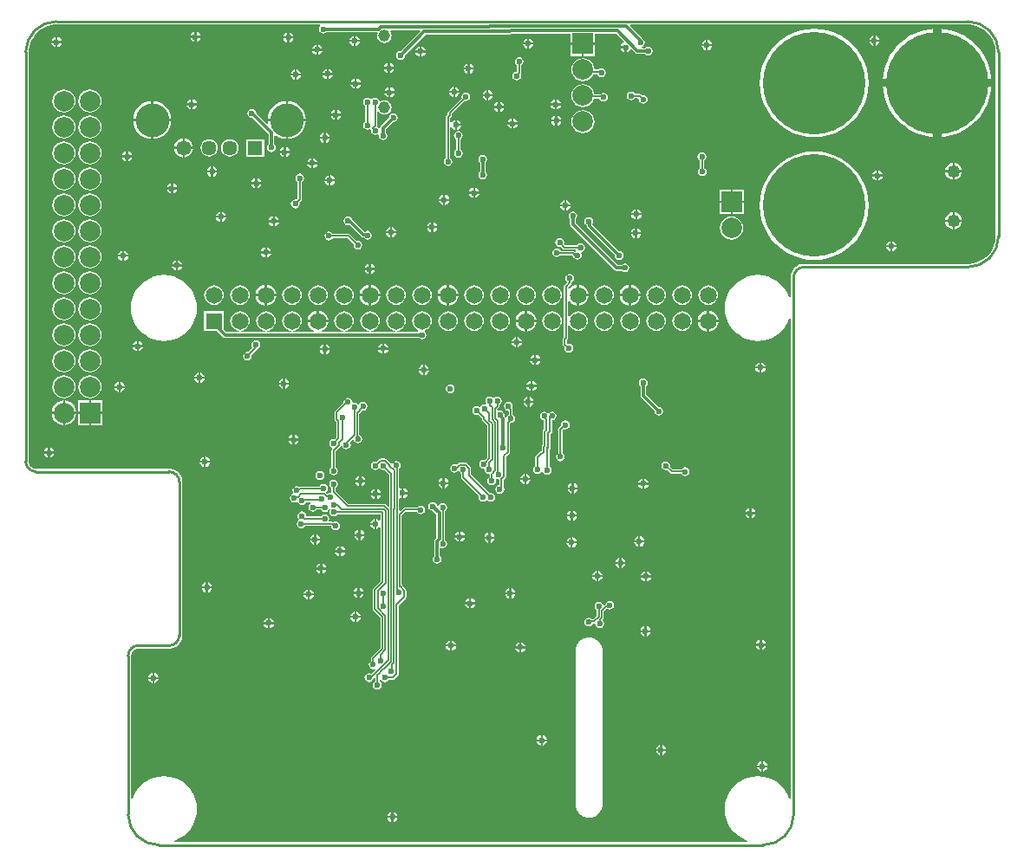
<source format=gbl>
G04*
G04 #@! TF.GenerationSoftware,Altium Limited,Altium Designer,21.0.8 (223)*
G04*
G04 Layer_Physical_Order=2*
G04 Layer_Color=16711680*
%FSAX25Y25*%
%MOIN*%
G70*
G04*
G04 #@! TF.SameCoordinates,C73BC072-7C63-40B6-A927-07284C235285*
G04*
G04*
G04 #@! TF.FilePolarity,Positive*
G04*
G01*
G75*
%ADD12C,0.00787*%
%ADD14C,0.01000*%
%ADD18C,0.00591*%
%ADD103R,0.06496X0.06496*%
%ADD104C,0.06496*%
%ADD112C,0.04528*%
%ADD159C,0.01181*%
%ADD160R,0.05709X0.05709*%
%ADD161C,0.05709*%
%ADD162C,0.12992*%
%ADD163C,0.07874*%
%ADD164R,0.07874X0.07874*%
%ADD165C,0.39370*%
%ADD166O,0.04724X0.02067*%
%ADD167C,0.04921*%
%ADD168C,0.02362*%
G36*
X0324908Y0315543D02*
X0326252Y0315184D01*
X0327536Y0314651D01*
X0328740Y0313956D01*
X0329843Y0313110D01*
X0330826Y0312127D01*
X0331673Y0311024D01*
X0332368Y0309820D01*
X0332900Y0308535D01*
X0333260Y0307192D01*
X0333441Y0305813D01*
X0333441Y0305118D01*
Y0234252D01*
Y0233557D01*
X0333260Y0232178D01*
X0332900Y0230835D01*
X0332368Y0229551D01*
X0331673Y0228346D01*
X0330826Y0227243D01*
X0329843Y0226260D01*
X0328740Y0225414D01*
X0327536Y0224719D01*
X0326251Y0224186D01*
X0324908Y0223827D01*
X0323530Y0223645D01*
X0322835D01*
X0259842Y0223645D01*
X0259813Y0223639D01*
X0259783Y0223644D01*
X0259398Y0223625D01*
X0259311Y0223603D01*
X0259222D01*
X0258465Y0223452D01*
X0258355Y0223407D01*
X0258239Y0223384D01*
X0257526Y0223089D01*
X0257427Y0223023D01*
X0257318Y0222977D01*
X0256676Y0222549D01*
X0256592Y0222465D01*
X0256493Y0222399D01*
X0255948Y0221853D01*
X0255882Y0221754D01*
X0255798Y0221671D01*
X0255369Y0221029D01*
X0255324Y0220919D01*
X0255258Y0220821D01*
X0254962Y0220108D01*
X0254939Y0219991D01*
X0254894Y0219882D01*
X0254743Y0219125D01*
Y0219036D01*
X0254722Y0218949D01*
X0254703Y0218563D01*
X0254707Y0218533D01*
X0254701Y0218504D01*
Y0210824D01*
X0254201Y0210724D01*
X0253476Y0212476D01*
X0252431Y0214180D01*
X0251133Y0215700D01*
X0249613Y0216998D01*
X0247909Y0218043D01*
X0246062Y0218808D01*
X0244119Y0219274D01*
X0242126Y0219431D01*
X0240133Y0219274D01*
X0238190Y0218808D01*
X0236343Y0218043D01*
X0234639Y0216998D01*
X0233119Y0215700D01*
X0231821Y0214180D01*
X0230776Y0212476D01*
X0230011Y0210629D01*
X0229545Y0208686D01*
X0229388Y0206693D01*
X0229545Y0204700D01*
X0230011Y0202757D01*
X0230776Y0200910D01*
X0231821Y0199206D01*
X0233119Y0197686D01*
X0234639Y0196388D01*
X0236343Y0195343D01*
X0238190Y0194578D01*
X0240133Y0194112D01*
X0242126Y0193955D01*
X0244119Y0194112D01*
X0246062Y0194578D01*
X0247909Y0195343D01*
X0249613Y0196388D01*
X0251133Y0197686D01*
X0252431Y0199206D01*
X0253476Y0200910D01*
X0254201Y0202662D01*
X0254701Y0202562D01*
X0254701Y0017910D01*
X0254201Y0017811D01*
X0253476Y0019563D01*
X0252431Y0021267D01*
X0251133Y0022787D01*
X0249613Y0024085D01*
X0247909Y0025129D01*
X0246062Y0025894D01*
X0244119Y0026361D01*
X0242126Y0026518D01*
X0240133Y0026361D01*
X0238190Y0025894D01*
X0236343Y0025129D01*
X0234639Y0024085D01*
X0233119Y0022787D01*
X0231821Y0021267D01*
X0230776Y0019563D01*
X0230011Y0017716D01*
X0229545Y0015772D01*
X0229388Y0013780D01*
X0229545Y0011787D01*
X0230011Y0009843D01*
X0230776Y0007997D01*
X0231821Y0006292D01*
X0233119Y0004772D01*
X0234639Y0003474D01*
X0236343Y0002430D01*
X0238095Y0001704D01*
X0237995Y0001204D01*
X0017910D01*
X0017811Y0001704D01*
X0019563Y0002430D01*
X0021267Y0003474D01*
X0022787Y0004772D01*
X0024085Y0006292D01*
X0025129Y0007997D01*
X0025894Y0009843D01*
X0026361Y0011787D01*
X0026518Y0013780D01*
X0026361Y0015772D01*
X0025894Y0017716D01*
X0025129Y0019563D01*
X0024085Y0021267D01*
X0022787Y0022787D01*
X0021267Y0024085D01*
X0019563Y0025129D01*
X0017716Y0025894D01*
X0015772Y0026361D01*
X0013780Y0026518D01*
X0011787Y0026361D01*
X0009843Y0025894D01*
X0007997Y0025129D01*
X0006292Y0024085D01*
X0004772Y0022787D01*
X0003474Y0021267D01*
X0002430Y0019563D01*
X0001704Y0017811D01*
X0001204Y0017910D01*
Y0072835D01*
Y0073104D01*
X0001309Y0073632D01*
X0001515Y0074129D01*
X0001814Y0074577D01*
X0002195Y0074957D01*
X0002643Y0075256D01*
X0003140Y0075463D01*
X0003668Y0075568D01*
X0003937Y0075568D01*
X0015748D01*
X0015777Y0075573D01*
X0015807Y0075569D01*
X0016193Y0075588D01*
X0016280Y0075610D01*
X0016369D01*
X0017126Y0075760D01*
X0017235Y0075805D01*
X0017352Y0075829D01*
X0018065Y0076124D01*
X0018163Y0076190D01*
X0018273Y0076235D01*
X0018915Y0076664D01*
X0018999Y0076748D01*
X0019097Y0076814D01*
X0019643Y0077359D01*
X0019709Y0077458D01*
X0019793Y0077542D01*
X0020221Y0078184D01*
X0020267Y0078293D01*
X0020333Y0078392D01*
X0020628Y0079105D01*
X0020651Y0079221D01*
X0020697Y0079331D01*
X0020847Y0080088D01*
Y0080177D01*
X0020869Y0080264D01*
X0020888Y0080650D01*
X0020883Y0080679D01*
X0020889Y0080709D01*
Y0139764D01*
X0020883Y0139793D01*
X0020888Y0139823D01*
X0020869Y0140209D01*
X0020847Y0140295D01*
Y0140385D01*
X0020697Y0141142D01*
X0020651Y0141251D01*
X0020628Y0141367D01*
X0020333Y0142080D01*
X0020267Y0142179D01*
X0020221Y0142289D01*
X0019793Y0142930D01*
X0019709Y0143014D01*
X0019643Y0143113D01*
X0019097Y0143659D01*
X0018999Y0143725D01*
X0018915Y0143808D01*
X0018273Y0144237D01*
X0018163Y0144282D01*
X0018065Y0144349D01*
X0017352Y0144644D01*
X0017235Y0144667D01*
X0017126Y0144712D01*
X0016369Y0144863D01*
X0016280D01*
X0016193Y0144885D01*
X0015807Y0144904D01*
X0015777Y0144899D01*
X0015748Y0144905D01*
X-0035702D01*
X-0036230Y0145010D01*
X-0036727Y0145216D01*
X-0037175Y0145515D01*
X-0037556Y0145896D01*
X-0037855Y0146343D01*
X-0038061Y0146841D01*
X-0038166Y0147369D01*
Y0147638D01*
Y0305118D01*
Y0305813D01*
X-0037984Y0307192D01*
X-0037624Y0308535D01*
X-0037093Y0309819D01*
X-0036397Y0311024D01*
X-0035551Y0312127D01*
X-0034568Y0313110D01*
X-0033465Y0313956D01*
X-0032260Y0314651D01*
X-0030976Y0315184D01*
X-0029633Y0315544D01*
X-0028254Y0315725D01*
X-0027559Y0315725D01*
X0073670Y0315725D01*
X0073822Y0315225D01*
X0073794Y0315206D01*
X0073424Y0314653D01*
X0073294Y0314000D01*
X0073424Y0313347D01*
X0073794Y0312794D01*
X0074347Y0312424D01*
X0075000Y0312294D01*
X0075653Y0312424D01*
X0076206Y0312794D01*
X0076275Y0312896D01*
X0095660D01*
X0095994Y0312396D01*
X0095880Y0312121D01*
X0095785Y0311402D01*
X0095880Y0310683D01*
X0096157Y0310012D01*
X0096599Y0309436D01*
X0097175Y0308995D01*
X0097845Y0308717D01*
X0098565Y0308622D01*
X0099284Y0308717D01*
X0099955Y0308995D01*
X0100530Y0309436D01*
X0100972Y0310012D01*
X0101250Y0310683D01*
X0101345Y0311402D01*
X0101250Y0312121D01*
X0100972Y0312792D01*
X0100701Y0313144D01*
X0100948Y0313645D01*
X0112230D01*
X0112422Y0313183D01*
X0104821Y0305582D01*
X0104700Y0305606D01*
X0104047Y0305476D01*
X0103494Y0305106D01*
X0103124Y0304553D01*
X0102994Y0303900D01*
X0103124Y0303247D01*
X0103494Y0302694D01*
X0104047Y0302324D01*
X0104700Y0302194D01*
X0105353Y0302324D01*
X0105906Y0302694D01*
X0106276Y0303247D01*
X0106406Y0303900D01*
X0106382Y0304021D01*
X0114332Y0311971D01*
X0146908D01*
X0147330Y0312055D01*
X0147689Y0312295D01*
X0147710Y0312316D01*
X0170079D01*
Y0308794D01*
X0174803D01*
X0179528D01*
Y0312316D01*
X0187625D01*
X0190601Y0309339D01*
X0190440Y0308793D01*
X0189881Y0308419D01*
X0189446Y0307768D01*
X0189371Y0307394D01*
X0191300D01*
Y0307000D01*
X0191694D01*
Y0305071D01*
X0192068Y0305146D01*
X0192719Y0305581D01*
X0193093Y0306140D01*
X0193639Y0306301D01*
X0195121Y0304819D01*
X0195479Y0304580D01*
X0195902Y0304496D01*
X0198725D01*
X0198794Y0304394D01*
X0199347Y0304024D01*
X0200000Y0303894D01*
X0200653Y0304024D01*
X0201206Y0304394D01*
X0201576Y0304947D01*
X0201706Y0305600D01*
X0201576Y0306253D01*
X0201206Y0306806D01*
X0200653Y0307176D01*
X0200000Y0307306D01*
X0199347Y0307176D01*
X0198794Y0306806D01*
X0198725Y0306704D01*
X0197602D01*
X0197553Y0307204D01*
X0197653Y0307224D01*
X0198206Y0307594D01*
X0198576Y0308147D01*
X0198706Y0308800D01*
X0198576Y0309453D01*
X0198206Y0310006D01*
X0197803Y0310276D01*
X0197794Y0310323D01*
X0197555Y0310681D01*
X0192973Y0315263D01*
X0193164Y0315725D01*
X0322835Y0315725D01*
X0323530D01*
X0324908Y0315543D01*
D02*
G37*
%LPC*%
G36*
X0026294Y0312929D02*
Y0311394D01*
X0027829D01*
X0027754Y0311768D01*
X0027319Y0312419D01*
X0026668Y0312854D01*
X0026294Y0312929D01*
D02*
G37*
G36*
X0025506D02*
X0025132Y0312854D01*
X0024481Y0312419D01*
X0024046Y0311768D01*
X0023971Y0311394D01*
X0025506D01*
Y0312929D01*
D02*
G37*
G36*
X0061994Y0312729D02*
Y0311194D01*
X0063529D01*
X0063454Y0311568D01*
X0063019Y0312219D01*
X0062368Y0312654D01*
X0061994Y0312729D01*
D02*
G37*
G36*
X0061206D02*
X0060832Y0312654D01*
X0060181Y0312219D01*
X0059746Y0311568D01*
X0059671Y0311194D01*
X0061206D01*
Y0312729D01*
D02*
G37*
G36*
X0287294Y0311529D02*
Y0309994D01*
X0288829D01*
X0288754Y0310368D01*
X0288319Y0311019D01*
X0287668Y0311454D01*
X0287294Y0311529D01*
D02*
G37*
G36*
X0286506D02*
X0286132Y0311454D01*
X0285481Y0311019D01*
X0285046Y0310368D01*
X0284971Y0309994D01*
X0286506D01*
Y0311529D01*
D02*
G37*
G36*
X0087494Y0311429D02*
Y0309894D01*
X0089029D01*
X0088954Y0310268D01*
X0088519Y0310919D01*
X0087868Y0311354D01*
X0087494Y0311429D01*
D02*
G37*
G36*
X0086706D02*
X0086332Y0311354D01*
X0085681Y0310919D01*
X0085246Y0310268D01*
X0085171Y0309894D01*
X0086706D01*
Y0311429D01*
D02*
G37*
G36*
X-0027106Y0310929D02*
Y0309394D01*
X-0025571D01*
X-0025646Y0309768D01*
X-0026081Y0310419D01*
X-0026732Y0310854D01*
X-0027106Y0310929D01*
D02*
G37*
G36*
X-0027894D02*
X-0028268Y0310854D01*
X-0028919Y0310419D01*
X-0029354Y0309768D01*
X-0029429Y0309394D01*
X-0027894D01*
Y0310929D01*
D02*
G37*
G36*
X0027829Y0310606D02*
X0026294D01*
Y0309071D01*
X0026668Y0309146D01*
X0027319Y0309581D01*
X0027754Y0310232D01*
X0027829Y0310606D01*
D02*
G37*
G36*
X0025506D02*
X0023971D01*
X0024046Y0310232D01*
X0024481Y0309581D01*
X0025132Y0309146D01*
X0025506Y0309071D01*
Y0310606D01*
D02*
G37*
G36*
X0154194Y0310429D02*
Y0308894D01*
X0155729D01*
X0155654Y0309268D01*
X0155219Y0309919D01*
X0154568Y0310354D01*
X0154194Y0310429D01*
D02*
G37*
G36*
X0153406D02*
X0153032Y0310354D01*
X0152381Y0309919D01*
X0151946Y0309268D01*
X0151871Y0308894D01*
X0153406D01*
Y0310429D01*
D02*
G37*
G36*
X0063529Y0310406D02*
X0061994D01*
Y0308871D01*
X0062368Y0308946D01*
X0063019Y0309381D01*
X0063454Y0310032D01*
X0063529Y0310406D01*
D02*
G37*
G36*
X0061206D02*
X0059671D01*
X0059746Y0310032D01*
X0060181Y0309381D01*
X0060832Y0308946D01*
X0061206Y0308871D01*
Y0310406D01*
D02*
G37*
G36*
X0222894Y0309829D02*
Y0308294D01*
X0224429D01*
X0224354Y0308668D01*
X0223919Y0309319D01*
X0223268Y0309754D01*
X0222894Y0309829D01*
D02*
G37*
G36*
X0222106D02*
X0221732Y0309754D01*
X0221081Y0309319D01*
X0220646Y0308668D01*
X0220571Y0308294D01*
X0222106D01*
Y0309829D01*
D02*
G37*
G36*
X0288829Y0309206D02*
X0287294D01*
Y0307671D01*
X0287668Y0307746D01*
X0288319Y0308181D01*
X0288754Y0308832D01*
X0288829Y0309206D01*
D02*
G37*
G36*
X0286506D02*
X0284971D01*
X0285046Y0308832D01*
X0285481Y0308181D01*
X0286132Y0307746D01*
X0286506Y0307671D01*
Y0309206D01*
D02*
G37*
G36*
X0089029Y0309106D02*
X0087494D01*
Y0307571D01*
X0087868Y0307646D01*
X0088519Y0308081D01*
X0088954Y0308732D01*
X0089029Y0309106D01*
D02*
G37*
G36*
X0086706D02*
X0085171D01*
X0085246Y0308732D01*
X0085681Y0308081D01*
X0086332Y0307646D01*
X0086706Y0307571D01*
Y0309106D01*
D02*
G37*
G36*
X-0025571Y0308606D02*
X-0027106D01*
Y0307071D01*
X-0026732Y0307146D01*
X-0026081Y0307581D01*
X-0025646Y0308232D01*
X-0025571Y0308606D01*
D02*
G37*
G36*
X-0027894D02*
X-0029429D01*
X-0029354Y0308232D01*
X-0028919Y0307581D01*
X-0028268Y0307146D01*
X-0027894Y0307071D01*
Y0308606D01*
D02*
G37*
G36*
X0155729Y0308106D02*
X0154194D01*
Y0306571D01*
X0154568Y0306646D01*
X0155219Y0307081D01*
X0155654Y0307732D01*
X0155729Y0308106D01*
D02*
G37*
G36*
X0153406D02*
X0151871D01*
X0151946Y0307732D01*
X0152381Y0307081D01*
X0153032Y0306646D01*
X0153406Y0306571D01*
Y0308106D01*
D02*
G37*
G36*
X0073094Y0308029D02*
Y0306494D01*
X0074629D01*
X0074554Y0306868D01*
X0074119Y0307519D01*
X0073468Y0307954D01*
X0073094Y0308029D01*
D02*
G37*
G36*
X0072306D02*
X0071932Y0307954D01*
X0071281Y0307519D01*
X0070846Y0306868D01*
X0070771Y0306494D01*
X0072306D01*
Y0308029D01*
D02*
G37*
G36*
X0224429Y0307506D02*
X0222894D01*
Y0305971D01*
X0223268Y0306046D01*
X0223919Y0306481D01*
X0224354Y0307132D01*
X0224429Y0307506D01*
D02*
G37*
G36*
X0222106D02*
X0220571D01*
X0220646Y0307132D01*
X0221081Y0306481D01*
X0221732Y0306046D01*
X0222106Y0305971D01*
Y0307506D01*
D02*
G37*
G36*
X0112794Y0307329D02*
Y0305794D01*
X0114329D01*
X0114254Y0306168D01*
X0113819Y0306819D01*
X0113168Y0307254D01*
X0112794Y0307329D01*
D02*
G37*
G36*
X0112006D02*
X0111632Y0307254D01*
X0110981Y0306819D01*
X0110546Y0306168D01*
X0110471Y0305794D01*
X0112006D01*
Y0307329D01*
D02*
G37*
G36*
X0190906Y0306606D02*
X0189371D01*
X0189446Y0306232D01*
X0189881Y0305581D01*
X0190532Y0305146D01*
X0190906Y0305071D01*
Y0306606D01*
D02*
G37*
G36*
X0074629Y0305706D02*
X0073094D01*
Y0304171D01*
X0073468Y0304246D01*
X0074119Y0304681D01*
X0074554Y0305332D01*
X0074629Y0305706D01*
D02*
G37*
G36*
X0072306D02*
X0070771D01*
X0070846Y0305332D01*
X0071281Y0304681D01*
X0071932Y0304246D01*
X0072306Y0304171D01*
Y0305706D01*
D02*
G37*
G36*
X0179528Y0308006D02*
X0175197D01*
Y0303676D01*
X0179528D01*
Y0308006D01*
D02*
G37*
G36*
X0174409D02*
X0170079D01*
Y0303676D01*
X0174409D01*
Y0308006D01*
D02*
G37*
G36*
X0114329Y0305006D02*
X0112794D01*
Y0303471D01*
X0113168Y0303546D01*
X0113819Y0303981D01*
X0114254Y0304632D01*
X0114329Y0305006D01*
D02*
G37*
G36*
X0112006D02*
X0110471D01*
X0110546Y0304632D01*
X0110981Y0303981D01*
X0111632Y0303546D01*
X0112006Y0303471D01*
Y0305006D01*
D02*
G37*
G36*
X0100694Y0300929D02*
Y0299394D01*
X0102229D01*
X0102154Y0299768D01*
X0101719Y0300419D01*
X0101068Y0300854D01*
X0100694Y0300929D01*
D02*
G37*
G36*
X0099906D02*
X0099532Y0300854D01*
X0098881Y0300419D01*
X0098446Y0299768D01*
X0098371Y0299394D01*
X0099906D01*
Y0300929D01*
D02*
G37*
G36*
X0131299Y0300748D02*
Y0299213D01*
X0132834D01*
X0132760Y0299587D01*
X0132325Y0300238D01*
X0131674Y0300673D01*
X0131299Y0300748D01*
D02*
G37*
G36*
X0130512D02*
X0130137Y0300673D01*
X0129486Y0300238D01*
X0129051Y0299587D01*
X0128977Y0299213D01*
X0130512D01*
Y0300748D01*
D02*
G37*
G36*
X0077067Y0298681D02*
Y0297146D01*
X0078602D01*
X0078527Y0297520D01*
X0078092Y0298171D01*
X0077441Y0298606D01*
X0077067Y0298681D01*
D02*
G37*
G36*
X0076279D02*
X0075905Y0298606D01*
X0075254Y0298171D01*
X0074819Y0297520D01*
X0074744Y0297146D01*
X0076279D01*
Y0298681D01*
D02*
G37*
G36*
X0102229Y0298606D02*
X0100694D01*
Y0297071D01*
X0101068Y0297146D01*
X0101719Y0297581D01*
X0102154Y0298232D01*
X0102229Y0298606D01*
D02*
G37*
G36*
X0099906D02*
X0098371D01*
X0098446Y0298232D01*
X0098881Y0297581D01*
X0099532Y0297146D01*
X0099906Y0297071D01*
Y0298606D01*
D02*
G37*
G36*
X0064862Y0298484D02*
Y0296949D01*
X0066397D01*
X0066323Y0297323D01*
X0065888Y0297974D01*
X0065237Y0298409D01*
X0064862Y0298484D01*
D02*
G37*
G36*
X0064075D02*
X0063700Y0298409D01*
X0063049Y0297974D01*
X0062614Y0297323D01*
X0062540Y0296949D01*
X0064075D01*
Y0298484D01*
D02*
G37*
G36*
X0132834Y0298425D02*
X0131299D01*
Y0296890D01*
X0131674Y0296965D01*
X0132325Y0297400D01*
X0132760Y0298051D01*
X0132834Y0298425D01*
D02*
G37*
G36*
X0130512D02*
X0128977D01*
X0129051Y0298051D01*
X0129486Y0297400D01*
X0130137Y0296965D01*
X0130512Y0296890D01*
Y0298425D01*
D02*
G37*
G36*
X0174803Y0302867D02*
X0173647Y0302715D01*
X0172570Y0302269D01*
X0171644Y0301559D01*
X0170934Y0300634D01*
X0170488Y0299556D01*
X0170336Y0298400D01*
X0170488Y0297244D01*
X0170934Y0296166D01*
X0171644Y0295241D01*
X0172570Y0294531D01*
X0173647Y0294085D01*
X0174803Y0293933D01*
X0175959Y0294085D01*
X0177037Y0294531D01*
X0177962Y0295241D01*
X0178672Y0296166D01*
X0178851Y0296598D01*
X0180414D01*
X0180424Y0296547D01*
X0180794Y0295994D01*
X0181347Y0295624D01*
X0182000Y0295494D01*
X0182653Y0295624D01*
X0183206Y0295994D01*
X0183576Y0296547D01*
X0183706Y0297200D01*
X0183576Y0297853D01*
X0183206Y0298406D01*
X0182653Y0298776D01*
X0182000Y0298906D01*
X0181347Y0298776D01*
X0180794Y0298406D01*
X0180792Y0298405D01*
X0179270D01*
X0179118Y0299556D01*
X0178672Y0300634D01*
X0177962Y0301559D01*
X0177037Y0302269D01*
X0175959Y0302715D01*
X0174803Y0302867D01*
D02*
G37*
G36*
X0312598Y0314115D02*
Y0294882D01*
X0331831D01*
X0331756Y0296037D01*
X0331222Y0298719D01*
X0330343Y0301309D01*
X0329133Y0303763D01*
X0327613Y0306037D01*
X0325810Y0308093D01*
X0323753Y0309897D01*
X0321479Y0311417D01*
X0319026Y0312626D01*
X0316436Y0313506D01*
X0313753Y0314039D01*
X0312598Y0314115D01*
D02*
G37*
G36*
X0309449D02*
X0308294Y0314039D01*
X0305611Y0313506D01*
X0303021Y0312626D01*
X0300568Y0311417D01*
X0298294Y0309897D01*
X0296237Y0308093D01*
X0294434Y0306037D01*
X0292914Y0303763D01*
X0291705Y0301309D01*
X0290825Y0298719D01*
X0290292Y0296037D01*
X0290216Y0294882D01*
X0309449D01*
Y0314115D01*
D02*
G37*
G36*
X0078602Y0296358D02*
X0077067D01*
Y0294823D01*
X0077441Y0294898D01*
X0078092Y0295333D01*
X0078527Y0295984D01*
X0078602Y0296358D01*
D02*
G37*
G36*
X0076279D02*
X0074744D01*
X0074819Y0295984D01*
X0075254Y0295333D01*
X0075905Y0294898D01*
X0076279Y0294823D01*
Y0296358D01*
D02*
G37*
G36*
X0066397Y0296161D02*
X0064862D01*
Y0294626D01*
X0065237Y0294701D01*
X0065888Y0295136D01*
X0066323Y0295787D01*
X0066397Y0296161D01*
D02*
G37*
G36*
X0064075D02*
X0062540D01*
X0062614Y0295787D01*
X0063049Y0295136D01*
X0063700Y0294701D01*
X0064075Y0294626D01*
Y0296161D01*
D02*
G37*
G36*
X0150300Y0303206D02*
X0149647Y0303076D01*
X0149094Y0302706D01*
X0148724Y0302153D01*
X0148594Y0301500D01*
X0148724Y0300847D01*
X0149094Y0300294D01*
X0149397Y0300091D01*
Y0297705D01*
X0148747Y0297576D01*
X0148194Y0297206D01*
X0147824Y0296653D01*
X0147694Y0296000D01*
X0147824Y0295347D01*
X0148194Y0294794D01*
X0148747Y0294424D01*
X0149400Y0294294D01*
X0150053Y0294424D01*
X0150606Y0294794D01*
X0150976Y0295347D01*
X0151106Y0296000D01*
X0150982Y0296626D01*
X0151134Y0296854D01*
X0151203Y0297200D01*
Y0300091D01*
X0151506Y0300294D01*
X0151876Y0300847D01*
X0152006Y0301500D01*
X0151876Y0302153D01*
X0151506Y0302706D01*
X0150953Y0303076D01*
X0150300Y0303206D01*
D02*
G37*
G36*
X0087894Y0294929D02*
Y0293394D01*
X0089429D01*
X0089354Y0293768D01*
X0088919Y0294419D01*
X0088268Y0294854D01*
X0087894Y0294929D01*
D02*
G37*
G36*
X0087106D02*
X0086732Y0294854D01*
X0086081Y0294419D01*
X0085646Y0293768D01*
X0085571Y0293394D01*
X0087106D01*
Y0294929D01*
D02*
G37*
G36*
X0089429Y0292606D02*
X0087894D01*
Y0291071D01*
X0088268Y0291146D01*
X0088919Y0291581D01*
X0089354Y0292232D01*
X0089429Y0292606D01*
D02*
G37*
G36*
X0087106D02*
X0085571D01*
X0085646Y0292232D01*
X0086081Y0291581D01*
X0086732Y0291146D01*
X0087106Y0291071D01*
Y0292606D01*
D02*
G37*
G36*
X0125740Y0291767D02*
Y0290232D01*
X0127275D01*
X0127201Y0290607D01*
X0126766Y0291258D01*
X0126114Y0291693D01*
X0125740Y0291767D01*
D02*
G37*
G36*
X0124953D02*
X0124578Y0291693D01*
X0123927Y0291258D01*
X0123492Y0290607D01*
X0123418Y0290232D01*
X0124953D01*
Y0291767D01*
D02*
G37*
G36*
X0100894Y0291629D02*
Y0290094D01*
X0102429D01*
X0102354Y0290468D01*
X0101919Y0291119D01*
X0101268Y0291554D01*
X0100894Y0291629D01*
D02*
G37*
G36*
X0100106D02*
X0099732Y0291554D01*
X0099081Y0291119D01*
X0098646Y0290468D01*
X0098571Y0290094D01*
X0100106D01*
Y0291629D01*
D02*
G37*
G36*
X0138583Y0290511D02*
Y0288976D01*
X0140118D01*
X0140043Y0289351D01*
X0139608Y0290002D01*
X0138957Y0290437D01*
X0138583Y0290511D01*
D02*
G37*
G36*
X0137795D02*
X0137421Y0290437D01*
X0136770Y0290002D01*
X0136335Y0289351D01*
X0136260Y0288976D01*
X0137795D01*
Y0290511D01*
D02*
G37*
G36*
X0127275Y0289445D02*
X0125740D01*
Y0287910D01*
X0126114Y0287984D01*
X0126766Y0288419D01*
X0127201Y0289071D01*
X0127275Y0289445D01*
D02*
G37*
G36*
X0124953D02*
X0123418D01*
X0123492Y0289071D01*
X0123927Y0288419D01*
X0124578Y0287984D01*
X0124953Y0287910D01*
Y0289445D01*
D02*
G37*
G36*
X0102429Y0289306D02*
X0100894D01*
Y0287771D01*
X0101268Y0287846D01*
X0101919Y0288281D01*
X0102354Y0288932D01*
X0102429Y0289306D01*
D02*
G37*
G36*
X0100106D02*
X0098571D01*
X0098646Y0288932D01*
X0099081Y0288281D01*
X0099732Y0287846D01*
X0100106Y0287771D01*
Y0289306D01*
D02*
G37*
G36*
X0095000Y0287706D02*
X0094347Y0287576D01*
X0093794Y0287206D01*
X0093750Y0287141D01*
X0093250D01*
X0093206Y0287206D01*
X0092653Y0287576D01*
X0092000Y0287706D01*
X0091347Y0287576D01*
X0090794Y0287206D01*
X0090424Y0286653D01*
X0090294Y0286000D01*
X0090424Y0285347D01*
X0090794Y0284794D01*
X0091197Y0284524D01*
Y0278476D01*
X0090794Y0278206D01*
X0090424Y0277653D01*
X0090294Y0277000D01*
X0090424Y0276347D01*
X0090794Y0275794D01*
X0091347Y0275424D01*
X0092000Y0275294D01*
X0092653Y0275424D01*
X0092812Y0275530D01*
X0092824Y0275534D01*
X0092953Y0275525D01*
X0093322Y0275139D01*
X0093294Y0275000D01*
X0093424Y0274347D01*
X0093794Y0273794D01*
X0094347Y0273424D01*
X0095000Y0273294D01*
X0095653Y0273424D01*
X0095902Y0273590D01*
X0096351Y0273289D01*
X0096294Y0273000D01*
X0096424Y0272347D01*
X0096794Y0271794D01*
X0097347Y0271424D01*
X0098000Y0271294D01*
X0098653Y0271424D01*
X0099206Y0271794D01*
X0099576Y0272347D01*
X0099706Y0273000D01*
X0099576Y0273653D01*
X0099206Y0274206D01*
X0099104Y0274275D01*
Y0275543D01*
X0101879Y0278318D01*
X0102000Y0278294D01*
X0102653Y0278424D01*
X0103206Y0278794D01*
X0103576Y0279347D01*
X0103706Y0280000D01*
X0103576Y0280653D01*
X0103206Y0281206D01*
X0102653Y0281576D01*
X0102000Y0281706D01*
X0101347Y0281576D01*
X0100794Y0281206D01*
X0100424Y0280653D01*
X0100294Y0280000D01*
X0100318Y0279879D01*
X0097219Y0276781D01*
X0096980Y0276422D01*
X0096907Y0276057D01*
X0096753Y0275978D01*
X0096396Y0275922D01*
X0096206Y0276206D01*
X0095660Y0276571D01*
X0095742Y0276693D01*
X0095803Y0277000D01*
Y0282094D01*
X0096303Y0282264D01*
X0096599Y0281877D01*
X0097175Y0281436D01*
X0097845Y0281158D01*
X0098565Y0281063D01*
X0099284Y0281158D01*
X0099955Y0281436D01*
X0100530Y0281877D01*
X0100972Y0282453D01*
X0101250Y0283123D01*
X0101345Y0283843D01*
X0101250Y0284562D01*
X0100972Y0285233D01*
X0100530Y0285808D01*
X0099955Y0286250D01*
X0099284Y0286528D01*
X0098565Y0286623D01*
X0097845Y0286528D01*
X0097175Y0286250D01*
X0097167Y0286244D01*
X0096616Y0286452D01*
X0096576Y0286653D01*
X0096206Y0287206D01*
X0095653Y0287576D01*
X0095000Y0287706D01*
D02*
G37*
G36*
X0140118Y0288189D02*
X0138583D01*
Y0286654D01*
X0138957Y0286728D01*
X0139608Y0287163D01*
X0140043Y0287815D01*
X0140118Y0288189D01*
D02*
G37*
G36*
X0137795D02*
X0136260D01*
X0136335Y0287815D01*
X0136770Y0287163D01*
X0137421Y0286728D01*
X0137795Y0286654D01*
Y0288189D01*
D02*
G37*
G36*
X0129874Y0289674D02*
X0129221Y0289545D01*
X0128668Y0289175D01*
X0128298Y0288621D01*
X0128168Y0287968D01*
X0128263Y0287492D01*
X0123054Y0282284D01*
X0122880Y0282024D01*
X0122819Y0281716D01*
Y0281246D01*
X0122423Y0280849D01*
X0122249Y0280589D01*
X0122188Y0280282D01*
Y0264518D01*
X0121784Y0264248D01*
X0121414Y0263695D01*
X0121284Y0263042D01*
X0121414Y0262389D01*
X0121784Y0261836D01*
X0122338Y0261466D01*
X0122991Y0261336D01*
X0123643Y0261466D01*
X0124197Y0261836D01*
X0124567Y0262389D01*
X0124697Y0263042D01*
X0124567Y0263695D01*
X0124197Y0264248D01*
X0123793Y0264518D01*
Y0276054D01*
X0124293Y0276206D01*
X0124616Y0275723D01*
X0125267Y0275287D01*
X0125642Y0275213D01*
Y0277142D01*
Y0279070D01*
X0125267Y0278996D01*
X0124616Y0278561D01*
X0124293Y0278078D01*
X0123793Y0278229D01*
Y0279949D01*
X0124190Y0280346D01*
X0124190Y0280346D01*
X0124364Y0280606D01*
X0124425Y0280913D01*
X0124425Y0280913D01*
Y0281384D01*
X0129398Y0286357D01*
X0129874Y0286262D01*
X0130527Y0286392D01*
X0131080Y0286762D01*
X0131450Y0287316D01*
X0131580Y0287968D01*
X0131450Y0288621D01*
X0131080Y0289175D01*
X0130527Y0289545D01*
X0129874Y0289674D01*
D02*
G37*
G36*
X0174803Y0292867D02*
X0173647Y0292715D01*
X0172570Y0292269D01*
X0171644Y0291559D01*
X0170934Y0290634D01*
X0170488Y0289556D01*
X0170336Y0288400D01*
X0170488Y0287244D01*
X0170934Y0286166D01*
X0171644Y0285241D01*
X0172570Y0284531D01*
X0173647Y0284085D01*
X0174803Y0283933D01*
X0175959Y0284085D01*
X0177037Y0284531D01*
X0177962Y0285241D01*
X0178672Y0286166D01*
X0179099Y0287197D01*
X0181214D01*
X0181224Y0287147D01*
X0181594Y0286594D01*
X0182147Y0286224D01*
X0182800Y0286094D01*
X0183453Y0286224D01*
X0184006Y0286594D01*
X0184376Y0287147D01*
X0184506Y0287800D01*
X0184376Y0288453D01*
X0184006Y0289006D01*
X0183453Y0289376D01*
X0182800Y0289506D01*
X0182147Y0289376D01*
X0181594Y0289006D01*
X0181592Y0289003D01*
X0179191D01*
X0179118Y0289556D01*
X0178672Y0290634D01*
X0177962Y0291559D01*
X0177037Y0292269D01*
X0175959Y0292715D01*
X0174803Y0292867D01*
D02*
G37*
G36*
X0164794Y0286929D02*
Y0285394D01*
X0166329D01*
X0166254Y0285768D01*
X0165819Y0286419D01*
X0165168Y0286854D01*
X0164794Y0286929D01*
D02*
G37*
G36*
X0164006D02*
X0163632Y0286854D01*
X0162981Y0286419D01*
X0162546Y0285768D01*
X0162471Y0285394D01*
X0164006D01*
Y0286929D01*
D02*
G37*
G36*
X0024894D02*
Y0285394D01*
X0026429D01*
X0026354Y0285768D01*
X0025919Y0286419D01*
X0025268Y0286854D01*
X0024894Y0286929D01*
D02*
G37*
G36*
X0024106D02*
X0023732Y0286854D01*
X0023081Y0286419D01*
X0022646Y0285768D01*
X0022571Y0285394D01*
X0024106D01*
Y0286929D01*
D02*
G37*
G36*
X0193400Y0290006D02*
X0192747Y0289876D01*
X0192194Y0289506D01*
X0191824Y0288953D01*
X0191694Y0288300D01*
X0191824Y0287647D01*
X0192194Y0287094D01*
X0192747Y0286724D01*
X0193400Y0286594D01*
X0194053Y0286724D01*
X0194606Y0287094D01*
X0194876Y0287497D01*
X0195915D01*
X0196326Y0287000D01*
X0196455Y0286347D01*
X0196825Y0285794D01*
X0197379Y0285424D01*
X0198031Y0285294D01*
X0198684Y0285424D01*
X0199238Y0285794D01*
X0199608Y0286347D01*
X0199738Y0287000D01*
X0199608Y0287653D01*
X0199238Y0288206D01*
X0198684Y0288576D01*
X0198031Y0288706D01*
X0197529Y0288606D01*
X0197268Y0288868D01*
X0197007Y0289042D01*
X0196700Y0289103D01*
X0194876D01*
X0194606Y0289506D01*
X0194053Y0289876D01*
X0193400Y0290006D01*
D02*
G37*
G36*
X0142994Y0286029D02*
Y0284494D01*
X0144529D01*
X0144454Y0284868D01*
X0144019Y0285519D01*
X0143368Y0285954D01*
X0142994Y0286029D01*
D02*
G37*
G36*
X0142206D02*
X0141832Y0285954D01*
X0141181Y0285519D01*
X0140746Y0284868D01*
X0140671Y0284494D01*
X0142206D01*
Y0286029D01*
D02*
G37*
G36*
X0166329Y0284606D02*
X0164794D01*
Y0283071D01*
X0165168Y0283146D01*
X0165819Y0283581D01*
X0166254Y0284232D01*
X0166329Y0284606D01*
D02*
G37*
G36*
X0164006D02*
X0162471D01*
X0162546Y0284232D01*
X0162981Y0283581D01*
X0163632Y0283146D01*
X0164006Y0283071D01*
Y0284606D01*
D02*
G37*
G36*
X0026429D02*
X0024894D01*
Y0283071D01*
X0025268Y0283146D01*
X0025919Y0283581D01*
X0026354Y0284232D01*
X0026429Y0284606D01*
D02*
G37*
G36*
X0024106D02*
X0022571D01*
X0022646Y0284232D01*
X0023081Y0283581D01*
X0023732Y0283146D01*
X0024106Y0283071D01*
Y0284606D01*
D02*
G37*
G36*
X0144529Y0283706D02*
X0142994D01*
Y0282171D01*
X0143368Y0282246D01*
X0144019Y0282681D01*
X0144454Y0283332D01*
X0144529Y0283706D01*
D02*
G37*
G36*
X0142206D02*
X0140671D01*
X0140746Y0283332D01*
X0141181Y0282681D01*
X0141832Y0282246D01*
X0142206Y0282171D01*
Y0283706D01*
D02*
G37*
G36*
X-0014685Y0290845D02*
X-0015841Y0290693D01*
X-0016918Y0290247D01*
X-0017843Y0289537D01*
X-0018553Y0288612D01*
X-0019000Y0287534D01*
X-0019152Y0286378D01*
X-0019000Y0285222D01*
X-0018553Y0284144D01*
X-0017843Y0283219D01*
X-0016918Y0282509D01*
X-0015841Y0282063D01*
X-0014685Y0281911D01*
X-0013528Y0282063D01*
X-0012451Y0282509D01*
X-0011526Y0283219D01*
X-0010816Y0284144D01*
X-0010369Y0285222D01*
X-0010217Y0286378D01*
X-0010369Y0287534D01*
X-0010816Y0288612D01*
X-0011526Y0289537D01*
X-0012451Y0290247D01*
X-0013528Y0290693D01*
X-0014685Y0290845D01*
D02*
G37*
G36*
X-0024685D02*
X-0025841Y0290693D01*
X-0026918Y0290247D01*
X-0027843Y0289537D01*
X-0028554Y0288612D01*
X-0029000Y0287534D01*
X-0029152Y0286378D01*
X-0029000Y0285222D01*
X-0028554Y0284144D01*
X-0027843Y0283219D01*
X-0026918Y0282509D01*
X-0025841Y0282063D01*
X-0024685Y0281911D01*
X-0023528Y0282063D01*
X-0022451Y0282509D01*
X-0021526Y0283219D01*
X-0020816Y0284144D01*
X-0020369Y0285222D01*
X-0020217Y0286378D01*
X-0020369Y0287534D01*
X-0020816Y0288612D01*
X-0021526Y0289537D01*
X-0022451Y0290247D01*
X-0023528Y0290693D01*
X-0024685Y0290845D01*
D02*
G37*
G36*
X0080294Y0282929D02*
Y0281394D01*
X0081829D01*
X0081754Y0281768D01*
X0081319Y0282419D01*
X0080668Y0282854D01*
X0080294Y0282929D01*
D02*
G37*
G36*
X0079506D02*
X0079132Y0282854D01*
X0078481Y0282419D01*
X0078046Y0281768D01*
X0077971Y0281394D01*
X0079506D01*
Y0282929D01*
D02*
G37*
G36*
X0061394Y0286280D02*
Y0279394D01*
X0068280D01*
X0068178Y0280428D01*
X0067762Y0281801D01*
X0067085Y0283066D01*
X0066175Y0284175D01*
X0065066Y0285085D01*
X0063801Y0285762D01*
X0062428Y0286178D01*
X0061394Y0286280D01*
D02*
G37*
G36*
X0009661Y0286280D02*
Y0279394D01*
X0016548D01*
X0016446Y0280428D01*
X0016029Y0281801D01*
X0015353Y0283066D01*
X0014443Y0284175D01*
X0013334Y0285085D01*
X0012069Y0285762D01*
X0010695Y0286178D01*
X0009661Y0286280D01*
D02*
G37*
G36*
X0008874Y0286280D02*
X0007840Y0286178D01*
X0006467Y0285762D01*
X0005202Y0285085D01*
X0004093Y0284175D01*
X0003182Y0283066D01*
X0002506Y0281801D01*
X0002090Y0280428D01*
X0001988Y0279394D01*
X0008874D01*
Y0286280D01*
D02*
G37*
G36*
X0060606Y0286280D02*
X0059572Y0286178D01*
X0058199Y0285762D01*
X0056934Y0285085D01*
X0055825Y0284175D01*
X0054915Y0283066D01*
X0054238Y0281801D01*
X0053822Y0280428D01*
X0053720Y0279394D01*
X0060606D01*
Y0286280D01*
D02*
G37*
G36*
X0164994Y0280729D02*
Y0279194D01*
X0166529D01*
X0166454Y0279568D01*
X0166019Y0280219D01*
X0165368Y0280654D01*
X0164994Y0280729D01*
D02*
G37*
G36*
X0164206D02*
X0163832Y0280654D01*
X0163181Y0280219D01*
X0162746Y0279568D01*
X0162671Y0279194D01*
X0164206D01*
Y0280729D01*
D02*
G37*
G36*
X0081829Y0280606D02*
X0080294D01*
Y0279071D01*
X0080668Y0279146D01*
X0081319Y0279581D01*
X0081754Y0280232D01*
X0081829Y0280606D01*
D02*
G37*
G36*
X0079506D02*
X0077971D01*
X0078046Y0280232D01*
X0078481Y0279581D01*
X0079132Y0279146D01*
X0079506Y0279071D01*
Y0280606D01*
D02*
G37*
G36*
X0148194Y0279629D02*
Y0278094D01*
X0149729D01*
X0149654Y0278468D01*
X0149219Y0279119D01*
X0148568Y0279554D01*
X0148194Y0279629D01*
D02*
G37*
G36*
X0147406D02*
X0147032Y0279554D01*
X0146381Y0279119D01*
X0145946Y0278468D01*
X0145871Y0278094D01*
X0147406D01*
Y0279629D01*
D02*
G37*
G36*
X0126429Y0279070D02*
Y0277535D01*
X0127964D01*
X0127890Y0277910D01*
X0127455Y0278561D01*
X0126804Y0278996D01*
X0126429Y0279070D01*
D02*
G37*
G36*
X0166529Y0278406D02*
X0164994D01*
Y0276871D01*
X0165368Y0276946D01*
X0166019Y0277381D01*
X0166454Y0278032D01*
X0166529Y0278406D01*
D02*
G37*
G36*
X0164206D02*
X0162671D01*
X0162746Y0278032D01*
X0163181Y0277381D01*
X0163832Y0276946D01*
X0164206Y0276871D01*
Y0278406D01*
D02*
G37*
G36*
X0149729Y0277306D02*
X0148194D01*
Y0275771D01*
X0148568Y0275846D01*
X0149219Y0276281D01*
X0149654Y0276932D01*
X0149729Y0277306D01*
D02*
G37*
G36*
X0147406D02*
X0145871D01*
X0145946Y0276932D01*
X0146381Y0276281D01*
X0147032Y0275846D01*
X0147406Y0275771D01*
Y0277306D01*
D02*
G37*
G36*
X0127964Y0276748D02*
X0126429D01*
Y0275213D01*
X0126804Y0275287D01*
X0127455Y0275723D01*
X0127890Y0276374D01*
X0127964Y0276748D01*
D02*
G37*
G36*
X0174803Y0282867D02*
X0173647Y0282715D01*
X0172570Y0282269D01*
X0171644Y0281559D01*
X0170934Y0280634D01*
X0170488Y0279556D01*
X0170336Y0278400D01*
X0170488Y0277244D01*
X0170934Y0276166D01*
X0171644Y0275241D01*
X0172570Y0274531D01*
X0173647Y0274085D01*
X0174803Y0273933D01*
X0175959Y0274085D01*
X0177037Y0274531D01*
X0177962Y0275241D01*
X0178672Y0276166D01*
X0179118Y0277244D01*
X0179271Y0278400D01*
X0179118Y0279556D01*
X0178672Y0280634D01*
X0177962Y0281559D01*
X0177037Y0282269D01*
X0175959Y0282715D01*
X0174803Y0282867D01*
D02*
G37*
G36*
X0075994Y0274129D02*
Y0272594D01*
X0077529D01*
X0077454Y0272968D01*
X0077019Y0273619D01*
X0076368Y0274054D01*
X0075994Y0274129D01*
D02*
G37*
G36*
X0075206D02*
X0074832Y0274054D01*
X0074181Y0273619D01*
X0073746Y0272968D01*
X0073671Y0272594D01*
X0075206D01*
Y0274129D01*
D02*
G37*
G36*
X0331831Y0291732D02*
X0312598D01*
Y0272499D01*
X0313753Y0272575D01*
X0316436Y0273109D01*
X0319026Y0273988D01*
X0321479Y0275198D01*
X0323753Y0276717D01*
X0325810Y0278521D01*
X0327613Y0280577D01*
X0329133Y0282852D01*
X0330343Y0285305D01*
X0331222Y0287895D01*
X0331756Y0290578D01*
X0331831Y0291732D01*
D02*
G37*
G36*
X0309449D02*
X0290216D01*
X0290292Y0290578D01*
X0290825Y0287895D01*
X0291705Y0285305D01*
X0292914Y0282852D01*
X0294434Y0280577D01*
X0296237Y0278521D01*
X0298294Y0276717D01*
X0300568Y0275198D01*
X0303021Y0273988D01*
X0305611Y0273109D01*
X0308294Y0272575D01*
X0309449Y0272499D01*
Y0291732D01*
D02*
G37*
G36*
X0263779Y0314218D02*
X0261050Y0314039D01*
X0258367Y0313506D01*
X0255777Y0312626D01*
X0253324Y0311416D01*
X0251050Y0309897D01*
X0248993Y0308093D01*
X0247190Y0306037D01*
X0245670Y0303763D01*
X0244460Y0301309D01*
X0243581Y0298719D01*
X0243047Y0296037D01*
X0242869Y0293307D01*
X0243047Y0290578D01*
X0243581Y0287895D01*
X0244460Y0285305D01*
X0245670Y0282852D01*
X0247190Y0280577D01*
X0248993Y0278521D01*
X0251050Y0276717D01*
X0253324Y0275198D01*
X0255777Y0273988D01*
X0258367Y0273109D01*
X0261050Y0272575D01*
X0263779Y0272396D01*
X0266509Y0272575D01*
X0269192Y0273109D01*
X0271782Y0273988D01*
X0274235Y0275198D01*
X0276509Y0276717D01*
X0278566Y0278521D01*
X0280369Y0280577D01*
X0281889Y0282852D01*
X0283099Y0285305D01*
X0283978Y0287895D01*
X0284511Y0290578D01*
X0284690Y0293307D01*
X0284511Y0296037D01*
X0283978Y0298719D01*
X0283099Y0301309D01*
X0281889Y0303763D01*
X0280369Y0306037D01*
X0278566Y0308093D01*
X0276509Y0309897D01*
X0274235Y0311416D01*
X0271782Y0312626D01*
X0269192Y0313506D01*
X0266509Y0314039D01*
X0263779Y0314218D01*
D02*
G37*
G36*
X-0014685Y0280845D02*
X-0015841Y0280693D01*
X-0016918Y0280247D01*
X-0017843Y0279537D01*
X-0018553Y0278612D01*
X-0019000Y0277534D01*
X-0019152Y0276378D01*
X-0019000Y0275222D01*
X-0018553Y0274144D01*
X-0017843Y0273219D01*
X-0016918Y0272509D01*
X-0015841Y0272063D01*
X-0014685Y0271911D01*
X-0013528Y0272063D01*
X-0012451Y0272509D01*
X-0011526Y0273219D01*
X-0010816Y0274144D01*
X-0010369Y0275222D01*
X-0010217Y0276378D01*
X-0010369Y0277534D01*
X-0010816Y0278612D01*
X-0011526Y0279537D01*
X-0012451Y0280247D01*
X-0013528Y0280693D01*
X-0014685Y0280845D01*
D02*
G37*
G36*
X-0024685D02*
X-0025841Y0280693D01*
X-0026918Y0280247D01*
X-0027843Y0279537D01*
X-0028554Y0278612D01*
X-0029000Y0277534D01*
X-0029152Y0276378D01*
X-0029000Y0275222D01*
X-0028554Y0274144D01*
X-0027843Y0273219D01*
X-0026918Y0272509D01*
X-0025841Y0272063D01*
X-0024685Y0271911D01*
X-0023528Y0272063D01*
X-0022451Y0272509D01*
X-0021526Y0273219D01*
X-0020816Y0274144D01*
X-0020369Y0275222D01*
X-0020217Y0276378D01*
X-0020369Y0277534D01*
X-0020816Y0278612D01*
X-0021526Y0279537D01*
X-0022451Y0280247D01*
X-0023528Y0280693D01*
X-0024685Y0280845D01*
D02*
G37*
G36*
X0068280Y0278606D02*
X0061394D01*
Y0271720D01*
X0062428Y0271822D01*
X0063801Y0272238D01*
X0065066Y0272915D01*
X0066175Y0273825D01*
X0067085Y0274934D01*
X0067762Y0276199D01*
X0068178Y0277572D01*
X0068280Y0278606D01*
D02*
G37*
G36*
X0008874D02*
X0001988D01*
X0002090Y0277572D01*
X0002506Y0276199D01*
X0003182Y0274934D01*
X0004093Y0273825D01*
X0005202Y0272915D01*
X0006467Y0272238D01*
X0007840Y0271822D01*
X0008874Y0271720D01*
Y0278606D01*
D02*
G37*
G36*
X0016548D02*
X0009661D01*
Y0271720D01*
X0010695Y0271822D01*
X0012069Y0272238D01*
X0013334Y0272915D01*
X0014443Y0273825D01*
X0015353Y0274934D01*
X0016029Y0276199D01*
X0016446Y0277572D01*
X0016548Y0278606D01*
D02*
G37*
G36*
X0047574Y0283300D02*
X0046921Y0283171D01*
X0046368Y0282801D01*
X0045998Y0282247D01*
X0045868Y0281594D01*
X0045998Y0280942D01*
X0046368Y0280388D01*
X0046921Y0280018D01*
X0047574Y0279889D01*
X0047748Y0279923D01*
X0054014Y0273657D01*
Y0269680D01*
X0053912Y0269612D01*
X0053542Y0269058D01*
X0053412Y0268406D01*
X0053542Y0267753D01*
X0053912Y0267199D01*
X0054465Y0266829D01*
X0055118Y0266700D01*
X0055771Y0266829D01*
X0056324Y0267199D01*
X0056694Y0267753D01*
X0056824Y0268406D01*
X0056694Y0269058D01*
X0056324Y0269612D01*
X0056222Y0269680D01*
Y0272914D01*
X0056674Y0273128D01*
X0056934Y0272915D01*
X0058199Y0272238D01*
X0059572Y0271822D01*
X0060606Y0271720D01*
Y0278606D01*
X0053720D01*
X0053810Y0277690D01*
X0053386Y0277407D01*
X0049267Y0281527D01*
X0049280Y0281594D01*
X0049150Y0282247D01*
X0048780Y0282801D01*
X0048227Y0283171D01*
X0047574Y0283300D01*
D02*
G37*
G36*
X0077529Y0271806D02*
X0075994D01*
Y0270271D01*
X0076368Y0270346D01*
X0077019Y0270781D01*
X0077454Y0271432D01*
X0077529Y0271806D01*
D02*
G37*
G36*
X0075206D02*
X0073671D01*
X0073746Y0271432D01*
X0074181Y0270781D01*
X0074832Y0270346D01*
X0075206Y0270271D01*
Y0271806D01*
D02*
G37*
G36*
X0021748Y0271952D02*
Y0268724D01*
X0024976D01*
X0024902Y0269281D01*
X0024535Y0270167D01*
X0023952Y0270928D01*
X0023191Y0271512D01*
X0022305Y0271879D01*
X0021748Y0271952D01*
D02*
G37*
G36*
X0020961D02*
X0020404Y0271879D01*
X0019518Y0271512D01*
X0018757Y0270928D01*
X0018173Y0270167D01*
X0017806Y0269281D01*
X0017733Y0268724D01*
X0020961D01*
Y0271952D01*
D02*
G37*
G36*
X0060594Y0268629D02*
Y0267094D01*
X0062129D01*
X0062054Y0267468D01*
X0061619Y0268119D01*
X0060968Y0268554D01*
X0060594Y0268629D01*
D02*
G37*
G36*
X0059806D02*
X0059432Y0268554D01*
X0058781Y0268119D01*
X0058346Y0267468D01*
X0058271Y0267094D01*
X0059806D01*
Y0268629D01*
D02*
G37*
G36*
X-0000006Y0266929D02*
Y0265394D01*
X0001529D01*
X0001454Y0265768D01*
X0001019Y0266419D01*
X0000368Y0266854D01*
X-0000006Y0266929D01*
D02*
G37*
G36*
X-0000794D02*
X-0001168Y0266854D01*
X-0001819Y0266419D01*
X-0002254Y0265768D01*
X-0002329Y0265394D01*
X-0000794D01*
Y0266929D01*
D02*
G37*
G36*
X0052260Y0271677D02*
X0045567D01*
Y0264984D01*
X0052260D01*
Y0271677D01*
D02*
G37*
G36*
X0039071Y0271706D02*
X0038197Y0271591D01*
X0037383Y0271254D01*
X0036684Y0270717D01*
X0036148Y0270018D01*
X0035811Y0269204D01*
X0035695Y0268331D01*
X0035811Y0267457D01*
X0036148Y0266643D01*
X0036684Y0265944D01*
X0037383Y0265408D01*
X0038197Y0265070D01*
X0039071Y0264955D01*
X0039944Y0265070D01*
X0040758Y0265408D01*
X0041458Y0265944D01*
X0041994Y0266643D01*
X0042331Y0267457D01*
X0042446Y0268331D01*
X0042331Y0269204D01*
X0041994Y0270018D01*
X0041458Y0270717D01*
X0040758Y0271254D01*
X0039944Y0271591D01*
X0039071Y0271706D01*
D02*
G37*
G36*
X0031197D02*
X0030323Y0271591D01*
X0029509Y0271254D01*
X0028810Y0270717D01*
X0028274Y0270018D01*
X0027937Y0269204D01*
X0027821Y0268331D01*
X0027937Y0267457D01*
X0028274Y0266643D01*
X0028810Y0265944D01*
X0029509Y0265408D01*
X0030323Y0265070D01*
X0031197Y0264955D01*
X0032070Y0265070D01*
X0032884Y0265408D01*
X0033584Y0265944D01*
X0034120Y0266643D01*
X0034457Y0267457D01*
X0034572Y0268331D01*
X0034457Y0269204D01*
X0034120Y0270018D01*
X0033584Y0270717D01*
X0032884Y0271254D01*
X0032070Y0271591D01*
X0031197Y0271706D01*
D02*
G37*
G36*
X0062129Y0266306D02*
X0060594D01*
Y0264771D01*
X0060968Y0264846D01*
X0061619Y0265281D01*
X0062054Y0265932D01*
X0062129Y0266306D01*
D02*
G37*
G36*
X0059806D02*
X0058271D01*
X0058346Y0265932D01*
X0058781Y0265281D01*
X0059432Y0264846D01*
X0059806Y0264771D01*
Y0266306D01*
D02*
G37*
G36*
X0024976Y0267937D02*
X0021748D01*
Y0264709D01*
X0022305Y0264783D01*
X0023191Y0265150D01*
X0023952Y0265733D01*
X0024535Y0266494D01*
X0024902Y0267380D01*
X0024976Y0267937D01*
D02*
G37*
G36*
X0020961D02*
X0017733D01*
X0017806Y0267380D01*
X0018173Y0266494D01*
X0018757Y0265733D01*
X0019518Y0265150D01*
X0020404Y0264783D01*
X0020961Y0264709D01*
Y0267937D01*
D02*
G37*
G36*
X0126942Y0274764D02*
X0126290Y0274634D01*
X0125736Y0274264D01*
X0125366Y0273710D01*
X0125236Y0273058D01*
X0125366Y0272405D01*
X0125736Y0271851D01*
X0126168Y0271562D01*
Y0267669D01*
X0125794Y0267419D01*
X0125424Y0266865D01*
X0125294Y0266213D01*
X0125424Y0265560D01*
X0125794Y0265006D01*
X0126347Y0264636D01*
X0127000Y0264507D01*
X0127653Y0264636D01*
X0128206Y0265006D01*
X0128576Y0265560D01*
X0128706Y0266213D01*
X0128576Y0266865D01*
X0128206Y0267419D01*
X0127774Y0267708D01*
Y0271601D01*
X0128149Y0271851D01*
X0128519Y0272405D01*
X0128648Y0273058D01*
X0128519Y0273710D01*
X0128149Y0274264D01*
X0127595Y0274634D01*
X0126942Y0274764D01*
D02*
G37*
G36*
X0001529Y0264606D02*
X-0000006D01*
Y0263071D01*
X0000368Y0263146D01*
X0001019Y0263581D01*
X0001454Y0264232D01*
X0001529Y0264606D01*
D02*
G37*
G36*
X-0000794D02*
X-0002329D01*
X-0002254Y0264232D01*
X-0001819Y0263581D01*
X-0001168Y0263146D01*
X-0000794Y0263071D01*
Y0264606D01*
D02*
G37*
G36*
X0071194Y0264329D02*
Y0262794D01*
X0072729D01*
X0072654Y0263168D01*
X0072219Y0263819D01*
X0071568Y0264254D01*
X0071194Y0264329D01*
D02*
G37*
G36*
X0070406D02*
X0070032Y0264254D01*
X0069381Y0263819D01*
X0068946Y0263168D01*
X0068871Y0262794D01*
X0070406D01*
Y0264329D01*
D02*
G37*
G36*
X-0014685Y0270845D02*
X-0015841Y0270693D01*
X-0016918Y0270247D01*
X-0017843Y0269537D01*
X-0018553Y0268612D01*
X-0019000Y0267534D01*
X-0019152Y0266378D01*
X-0019000Y0265222D01*
X-0018553Y0264144D01*
X-0017843Y0263219D01*
X-0016918Y0262509D01*
X-0015841Y0262063D01*
X-0014685Y0261911D01*
X-0013528Y0262063D01*
X-0012451Y0262509D01*
X-0011526Y0263219D01*
X-0010816Y0264144D01*
X-0010369Y0265222D01*
X-0010217Y0266378D01*
X-0010369Y0267534D01*
X-0010816Y0268612D01*
X-0011526Y0269537D01*
X-0012451Y0270247D01*
X-0013528Y0270693D01*
X-0014685Y0270845D01*
D02*
G37*
G36*
X-0024685D02*
X-0025841Y0270693D01*
X-0026918Y0270247D01*
X-0027843Y0269537D01*
X-0028554Y0268612D01*
X-0029000Y0267534D01*
X-0029152Y0266378D01*
X-0029000Y0265222D01*
X-0028554Y0264144D01*
X-0027843Y0263219D01*
X-0026918Y0262509D01*
X-0025841Y0262063D01*
X-0024685Y0261911D01*
X-0023528Y0262063D01*
X-0022451Y0262509D01*
X-0021526Y0263219D01*
X-0020816Y0264144D01*
X-0020369Y0265222D01*
X-0020217Y0266378D01*
X-0020369Y0267534D01*
X-0020816Y0268612D01*
X-0021526Y0269537D01*
X-0022451Y0270247D01*
X-0023528Y0270693D01*
X-0024685Y0270845D01*
D02*
G37*
G36*
X0072729Y0262006D02*
X0071194D01*
Y0260471D01*
X0071568Y0260546D01*
X0072219Y0260981D01*
X0072654Y0261632D01*
X0072729Y0262006D01*
D02*
G37*
G36*
X0070406D02*
X0068871D01*
X0068946Y0261632D01*
X0069381Y0260981D01*
X0070032Y0260546D01*
X0070406Y0260471D01*
Y0262006D01*
D02*
G37*
G36*
X0317724Y0262565D02*
Y0259735D01*
X0320555D01*
X0320495Y0260189D01*
X0320168Y0260979D01*
X0319647Y0261658D01*
X0318969Y0262178D01*
X0318179Y0262506D01*
X0317724Y0262565D01*
D02*
G37*
G36*
X0316937D02*
X0316483Y0262506D01*
X0315693Y0262178D01*
X0315014Y0261658D01*
X0314493Y0260979D01*
X0314166Y0260189D01*
X0314106Y0259735D01*
X0316937D01*
Y0262565D01*
D02*
G37*
G36*
X0032694Y0261129D02*
Y0259594D01*
X0034229D01*
X0034154Y0259968D01*
X0033719Y0260619D01*
X0033068Y0261054D01*
X0032694Y0261129D01*
D02*
G37*
G36*
X0031906D02*
X0031532Y0261054D01*
X0030881Y0260619D01*
X0030446Y0259968D01*
X0030371Y0259594D01*
X0031906D01*
Y0261129D01*
D02*
G37*
G36*
X0288494Y0259629D02*
Y0258094D01*
X0290029D01*
X0289954Y0258468D01*
X0289519Y0259119D01*
X0288868Y0259554D01*
X0288494Y0259629D01*
D02*
G37*
G36*
X0287706D02*
X0287332Y0259554D01*
X0286681Y0259119D01*
X0286246Y0258468D01*
X0286171Y0258094D01*
X0287706D01*
Y0259629D01*
D02*
G37*
G36*
X0220600Y0266706D02*
X0219947Y0266576D01*
X0219394Y0266206D01*
X0219024Y0265653D01*
X0218894Y0265000D01*
X0219024Y0264347D01*
X0219394Y0263794D01*
X0219847Y0263491D01*
Y0260542D01*
X0219494Y0260306D01*
X0219124Y0259753D01*
X0218994Y0259100D01*
X0219124Y0258447D01*
X0219494Y0257894D01*
X0220047Y0257524D01*
X0220700Y0257394D01*
X0221353Y0257524D01*
X0221906Y0257894D01*
X0222276Y0258447D01*
X0222406Y0259100D01*
X0222276Y0259753D01*
X0221906Y0260306D01*
X0221453Y0260609D01*
Y0263558D01*
X0221806Y0263794D01*
X0222176Y0264347D01*
X0222306Y0265000D01*
X0222176Y0265653D01*
X0221806Y0266206D01*
X0221253Y0266576D01*
X0220600Y0266706D01*
D02*
G37*
G36*
X0034229Y0258806D02*
X0032694D01*
Y0257271D01*
X0033068Y0257346D01*
X0033719Y0257781D01*
X0034154Y0258432D01*
X0034229Y0258806D01*
D02*
G37*
G36*
X0031906D02*
X0030371D01*
X0030446Y0258432D01*
X0030881Y0257781D01*
X0031532Y0257346D01*
X0031906Y0257271D01*
Y0258806D01*
D02*
G37*
G36*
X0077894Y0257729D02*
Y0256194D01*
X0079429D01*
X0079354Y0256568D01*
X0078919Y0257219D01*
X0078268Y0257654D01*
X0077894Y0257729D01*
D02*
G37*
G36*
X0077106D02*
X0076732Y0257654D01*
X0076081Y0257219D01*
X0075646Y0256568D01*
X0075571Y0256194D01*
X0077106D01*
Y0257729D01*
D02*
G37*
G36*
X0136319Y0265584D02*
X0135666Y0265454D01*
X0135113Y0265084D01*
X0134743Y0264531D01*
X0134613Y0263878D01*
X0134743Y0263225D01*
X0135113Y0262672D01*
X0135264Y0262570D01*
Y0259183D01*
X0135113Y0259082D01*
X0134743Y0258528D01*
X0134613Y0257876D01*
X0134743Y0257223D01*
X0135113Y0256669D01*
X0135666Y0256299D01*
X0136319Y0256170D01*
X0136972Y0256299D01*
X0137525Y0256669D01*
X0137895Y0257223D01*
X0138025Y0257876D01*
X0137895Y0258528D01*
X0137525Y0259082D01*
X0137472Y0259118D01*
Y0262636D01*
X0137525Y0262672D01*
X0137895Y0263225D01*
X0138025Y0263878D01*
X0137895Y0264531D01*
X0137525Y0265084D01*
X0136972Y0265454D01*
X0136319Y0265584D01*
D02*
G37*
G36*
X0320555Y0258947D02*
X0317724D01*
Y0256117D01*
X0318179Y0256177D01*
X0318969Y0256504D01*
X0319647Y0257025D01*
X0320168Y0257703D01*
X0320495Y0258493D01*
X0320555Y0258947D01*
D02*
G37*
G36*
X0316937D02*
X0314106D01*
X0314166Y0258493D01*
X0314493Y0257703D01*
X0315014Y0257025D01*
X0315693Y0256504D01*
X0316483Y0256177D01*
X0316937Y0256117D01*
Y0258947D01*
D02*
G37*
G36*
X0290029Y0257306D02*
X0288494D01*
Y0255771D01*
X0288868Y0255846D01*
X0289519Y0256281D01*
X0289954Y0256932D01*
X0290029Y0257306D01*
D02*
G37*
G36*
X0287706D02*
X0286171D01*
X0286246Y0256932D01*
X0286681Y0256281D01*
X0287332Y0255846D01*
X0287706Y0255771D01*
Y0257306D01*
D02*
G37*
G36*
X0049694Y0256629D02*
Y0255094D01*
X0051229D01*
X0051154Y0255468D01*
X0050719Y0256119D01*
X0050068Y0256554D01*
X0049694Y0256629D01*
D02*
G37*
G36*
X0048906D02*
X0048532Y0256554D01*
X0047881Y0256119D01*
X0047446Y0255468D01*
X0047371Y0255094D01*
X0048906D01*
Y0256629D01*
D02*
G37*
G36*
X0079429Y0255406D02*
X0077894D01*
Y0253871D01*
X0078268Y0253946D01*
X0078919Y0254381D01*
X0079354Y0255032D01*
X0079429Y0255406D01*
D02*
G37*
G36*
X0077106D02*
X0075571D01*
X0075646Y0255032D01*
X0076081Y0254381D01*
X0076732Y0253946D01*
X0077106Y0253871D01*
Y0255406D01*
D02*
G37*
G36*
X0017294Y0254629D02*
Y0253094D01*
X0018829D01*
X0018754Y0253468D01*
X0018319Y0254119D01*
X0017668Y0254554D01*
X0017294Y0254629D01*
D02*
G37*
G36*
X0016506D02*
X0016132Y0254554D01*
X0015481Y0254119D01*
X0015046Y0253468D01*
X0014971Y0253094D01*
X0016506D01*
Y0254629D01*
D02*
G37*
G36*
X0051229Y0254306D02*
X0049694D01*
Y0252771D01*
X0050068Y0252846D01*
X0050719Y0253281D01*
X0051154Y0253932D01*
X0051229Y0254306D01*
D02*
G37*
G36*
X0048906D02*
X0047371D01*
X0047446Y0253932D01*
X0047881Y0253281D01*
X0048532Y0252846D01*
X0048906Y0252771D01*
Y0254306D01*
D02*
G37*
G36*
X-0014685Y0260845D02*
X-0015841Y0260693D01*
X-0016918Y0260247D01*
X-0017843Y0259537D01*
X-0018553Y0258612D01*
X-0019000Y0257534D01*
X-0019152Y0256378D01*
X-0019000Y0255222D01*
X-0018553Y0254144D01*
X-0017843Y0253219D01*
X-0016918Y0252509D01*
X-0015841Y0252063D01*
X-0014685Y0251911D01*
X-0013528Y0252063D01*
X-0012451Y0252509D01*
X-0011526Y0253219D01*
X-0010816Y0254144D01*
X-0010369Y0255222D01*
X-0010217Y0256378D01*
X-0010369Y0257534D01*
X-0010816Y0258612D01*
X-0011526Y0259537D01*
X-0012451Y0260247D01*
X-0013528Y0260693D01*
X-0014685Y0260845D01*
D02*
G37*
G36*
X-0024685D02*
X-0025841Y0260693D01*
X-0026918Y0260247D01*
X-0027843Y0259537D01*
X-0028554Y0258612D01*
X-0029000Y0257534D01*
X-0029152Y0256378D01*
X-0029000Y0255222D01*
X-0028554Y0254144D01*
X-0027843Y0253219D01*
X-0026918Y0252509D01*
X-0025841Y0252063D01*
X-0024685Y0251911D01*
X-0023528Y0252063D01*
X-0022451Y0252509D01*
X-0021526Y0253219D01*
X-0020816Y0254144D01*
X-0020369Y0255222D01*
X-0020217Y0256378D01*
X-0020369Y0257534D01*
X-0020816Y0258612D01*
X-0021526Y0259537D01*
X-0022451Y0260247D01*
X-0023528Y0260693D01*
X-0024685Y0260845D01*
D02*
G37*
G36*
X0133394Y0252929D02*
Y0251394D01*
X0134929D01*
X0134854Y0251768D01*
X0134419Y0252419D01*
X0133768Y0252854D01*
X0133394Y0252929D01*
D02*
G37*
G36*
X0132606D02*
X0132232Y0252854D01*
X0131581Y0252419D01*
X0131146Y0251768D01*
X0131071Y0251394D01*
X0132606D01*
Y0252929D01*
D02*
G37*
G36*
X0018829Y0252306D02*
X0017294D01*
Y0250771D01*
X0017668Y0250846D01*
X0018319Y0251281D01*
X0018754Y0251932D01*
X0018829Y0252306D01*
D02*
G37*
G36*
X0016506D02*
X0014971D01*
X0015046Y0251932D01*
X0015481Y0251281D01*
X0016132Y0250846D01*
X0016506Y0250771D01*
Y0252306D01*
D02*
G37*
G36*
X0134929Y0250606D02*
X0133394D01*
Y0249071D01*
X0133768Y0249146D01*
X0134419Y0249581D01*
X0134854Y0250232D01*
X0134929Y0250606D01*
D02*
G37*
G36*
X0132606D02*
X0131071D01*
X0131146Y0250232D01*
X0131581Y0249581D01*
X0132232Y0249146D01*
X0132606Y0249071D01*
Y0250606D01*
D02*
G37*
G36*
X0121894Y0250229D02*
Y0248694D01*
X0123429D01*
X0123354Y0249068D01*
X0122919Y0249719D01*
X0122268Y0250154D01*
X0121894Y0250229D01*
D02*
G37*
G36*
X0121106D02*
X0120732Y0250154D01*
X0120081Y0249719D01*
X0119646Y0249068D01*
X0119571Y0248694D01*
X0121106D01*
Y0250229D01*
D02*
G37*
G36*
X0066000Y0258406D02*
X0065347Y0258276D01*
X0064794Y0257906D01*
X0064424Y0257353D01*
X0064294Y0256700D01*
X0064424Y0256047D01*
X0064794Y0255494D01*
X0065097Y0255291D01*
Y0248854D01*
X0064629Y0248387D01*
X0064272Y0248458D01*
X0063619Y0248328D01*
X0063065Y0247958D01*
X0062695Y0247405D01*
X0062566Y0246752D01*
X0062695Y0246099D01*
X0063065Y0245546D01*
X0063619Y0245176D01*
X0064272Y0245046D01*
X0064925Y0245176D01*
X0065478Y0245546D01*
X0065848Y0246099D01*
X0065978Y0246752D01*
X0065907Y0247110D01*
X0066639Y0247842D01*
X0066834Y0248135D01*
X0066903Y0248480D01*
Y0255291D01*
X0067206Y0255494D01*
X0067576Y0256047D01*
X0067706Y0256700D01*
X0067576Y0257353D01*
X0067206Y0257906D01*
X0066653Y0258276D01*
X0066000Y0258406D01*
D02*
G37*
G36*
X0236736Y0252193D02*
X0232405D01*
Y0247863D01*
X0236736D01*
Y0252193D01*
D02*
G37*
G36*
X0231618D02*
X0227287D01*
Y0247863D01*
X0231618D01*
Y0252193D01*
D02*
G37*
G36*
X0168494Y0248129D02*
Y0246594D01*
X0170029D01*
X0169954Y0246968D01*
X0169519Y0247619D01*
X0168868Y0248054D01*
X0168494Y0248129D01*
D02*
G37*
G36*
X0167706D02*
X0167332Y0248054D01*
X0166681Y0247619D01*
X0166246Y0246968D01*
X0166171Y0246594D01*
X0167706D01*
Y0248129D01*
D02*
G37*
G36*
X0123429Y0247906D02*
X0121894D01*
Y0246371D01*
X0122268Y0246446D01*
X0122919Y0246881D01*
X0123354Y0247532D01*
X0123429Y0247906D01*
D02*
G37*
G36*
X0121106D02*
X0119571D01*
X0119646Y0247532D01*
X0120081Y0246881D01*
X0120732Y0246446D01*
X0121106Y0246371D01*
Y0247906D01*
D02*
G37*
G36*
X0170029Y0245806D02*
X0168494D01*
Y0244271D01*
X0168868Y0244346D01*
X0169519Y0244781D01*
X0169954Y0245432D01*
X0170029Y0245806D01*
D02*
G37*
G36*
X0167706D02*
X0166171D01*
X0166246Y0245432D01*
X0166681Y0244781D01*
X0167332Y0244346D01*
X0167706Y0244271D01*
Y0245806D01*
D02*
G37*
G36*
X0195794Y0244729D02*
Y0243194D01*
X0197329D01*
X0197254Y0243568D01*
X0196819Y0244219D01*
X0196168Y0244654D01*
X0195794Y0244729D01*
D02*
G37*
G36*
X0195006D02*
X0194632Y0244654D01*
X0193981Y0244219D01*
X0193546Y0243568D01*
X0193471Y0243194D01*
X0195006D01*
Y0244729D01*
D02*
G37*
G36*
X0236736Y0247075D02*
X0232405D01*
Y0242745D01*
X0236736D01*
Y0247075D01*
D02*
G37*
G36*
X0231618D02*
X0227287D01*
Y0242745D01*
X0231618D01*
Y0247075D01*
D02*
G37*
G36*
X0036094Y0243729D02*
Y0242194D01*
X0037629D01*
X0037554Y0242568D01*
X0037119Y0243219D01*
X0036468Y0243654D01*
X0036094Y0243729D01*
D02*
G37*
G36*
X0035306D02*
X0034932Y0243654D01*
X0034281Y0243219D01*
X0033846Y0242568D01*
X0033771Y0242194D01*
X0035306D01*
Y0243729D01*
D02*
G37*
G36*
X-0014685Y0250845D02*
X-0015841Y0250693D01*
X-0016918Y0250247D01*
X-0017843Y0249537D01*
X-0018553Y0248612D01*
X-0019000Y0247534D01*
X-0019152Y0246378D01*
X-0019000Y0245222D01*
X-0018553Y0244144D01*
X-0017843Y0243219D01*
X-0016918Y0242509D01*
X-0015841Y0242063D01*
X-0014685Y0241911D01*
X-0013528Y0242063D01*
X-0012451Y0242509D01*
X-0011526Y0243219D01*
X-0010816Y0244144D01*
X-0010369Y0245222D01*
X-0010217Y0246378D01*
X-0010369Y0247534D01*
X-0010816Y0248612D01*
X-0011526Y0249537D01*
X-0012451Y0250247D01*
X-0013528Y0250693D01*
X-0014685Y0250845D01*
D02*
G37*
G36*
X-0024685D02*
X-0025841Y0250693D01*
X-0026918Y0250247D01*
X-0027843Y0249537D01*
X-0028554Y0248612D01*
X-0029000Y0247534D01*
X-0029152Y0246378D01*
X-0029000Y0245222D01*
X-0028554Y0244144D01*
X-0027843Y0243219D01*
X-0026918Y0242509D01*
X-0025841Y0242063D01*
X-0024685Y0241911D01*
X-0023528Y0242063D01*
X-0022451Y0242509D01*
X-0021526Y0243219D01*
X-0020816Y0244144D01*
X-0020369Y0245222D01*
X-0020217Y0246378D01*
X-0020369Y0247534D01*
X-0020816Y0248612D01*
X-0021526Y0249537D01*
X-0022451Y0250247D01*
X-0023528Y0250693D01*
X-0024685Y0250845D01*
D02*
G37*
G36*
X0197329Y0242406D02*
X0195794D01*
Y0240871D01*
X0196168Y0240946D01*
X0196819Y0241381D01*
X0197254Y0242032D01*
X0197329Y0242406D01*
D02*
G37*
G36*
X0195006D02*
X0193471D01*
X0193546Y0242032D01*
X0193981Y0241381D01*
X0194632Y0240946D01*
X0195006Y0240871D01*
Y0242406D01*
D02*
G37*
G36*
X0317724Y0243471D02*
Y0240640D01*
X0320555D01*
X0320495Y0241095D01*
X0320168Y0241885D01*
X0319647Y0242563D01*
X0318969Y0243084D01*
X0318179Y0243411D01*
X0317724Y0243471D01*
D02*
G37*
G36*
X0316937D02*
X0316483Y0243411D01*
X0315693Y0243084D01*
X0315014Y0242563D01*
X0314493Y0241885D01*
X0314166Y0241095D01*
X0314106Y0240640D01*
X0316937D01*
Y0243471D01*
D02*
G37*
G36*
X0056394Y0242029D02*
Y0240494D01*
X0057929D01*
X0057854Y0240868D01*
X0057419Y0241519D01*
X0056768Y0241954D01*
X0056394Y0242029D01*
D02*
G37*
G36*
X0055606D02*
X0055232Y0241954D01*
X0054581Y0241519D01*
X0054146Y0240868D01*
X0054071Y0240494D01*
X0055606D01*
Y0242029D01*
D02*
G37*
G36*
X0037629Y0241406D02*
X0036094D01*
Y0239871D01*
X0036468Y0239946D01*
X0037119Y0240381D01*
X0037554Y0241032D01*
X0037629Y0241406D01*
D02*
G37*
G36*
X0035306D02*
X0033771D01*
X0033846Y0241032D01*
X0034281Y0240381D01*
X0034932Y0239946D01*
X0035306Y0239871D01*
Y0241406D01*
D02*
G37*
G36*
X0117294Y0239729D02*
Y0238194D01*
X0118829D01*
X0118754Y0238568D01*
X0118319Y0239219D01*
X0117668Y0239654D01*
X0117294Y0239729D01*
D02*
G37*
G36*
X0116506D02*
X0116132Y0239654D01*
X0115481Y0239219D01*
X0115046Y0238568D01*
X0114971Y0238194D01*
X0116506D01*
Y0239729D01*
D02*
G37*
G36*
X0057929Y0239706D02*
X0056394D01*
Y0238171D01*
X0056768Y0238246D01*
X0057419Y0238681D01*
X0057854Y0239332D01*
X0057929Y0239706D01*
D02*
G37*
G36*
X0055606D02*
X0054071D01*
X0054146Y0239332D01*
X0054581Y0238681D01*
X0055232Y0238246D01*
X0055606Y0238171D01*
Y0239706D01*
D02*
G37*
G36*
X0320555Y0239853D02*
X0317724D01*
Y0237022D01*
X0318179Y0237082D01*
X0318969Y0237410D01*
X0319647Y0237930D01*
X0320168Y0238609D01*
X0320495Y0239399D01*
X0320555Y0239853D01*
D02*
G37*
G36*
X0316937D02*
X0314106D01*
X0314166Y0239399D01*
X0314493Y0238609D01*
X0315014Y0237930D01*
X0315693Y0237410D01*
X0316483Y0237082D01*
X0316937Y0237022D01*
Y0239853D01*
D02*
G37*
G36*
X0101494Y0237829D02*
Y0236294D01*
X0103029D01*
X0102954Y0236668D01*
X0102519Y0237319D01*
X0101868Y0237754D01*
X0101494Y0237829D01*
D02*
G37*
G36*
X0100706D02*
X0100332Y0237754D01*
X0099681Y0237319D01*
X0099246Y0236668D01*
X0099171Y0236294D01*
X0100706D01*
Y0237829D01*
D02*
G37*
G36*
X0195594Y0237429D02*
Y0235894D01*
X0197129D01*
X0197054Y0236268D01*
X0196619Y0236919D01*
X0195968Y0237354D01*
X0195594Y0237429D01*
D02*
G37*
G36*
X0194806D02*
X0194432Y0237354D01*
X0193781Y0236919D01*
X0193346Y0236268D01*
X0193271Y0235894D01*
X0194806D01*
Y0237429D01*
D02*
G37*
G36*
X0118829Y0237406D02*
X0117294D01*
Y0235871D01*
X0117668Y0235946D01*
X0118319Y0236381D01*
X0118754Y0237032D01*
X0118829Y0237406D01*
D02*
G37*
G36*
X0116506D02*
X0114971D01*
X0115046Y0237032D01*
X0115481Y0236381D01*
X0116132Y0235946D01*
X0116506Y0235871D01*
Y0237406D01*
D02*
G37*
G36*
X0103029Y0235506D02*
X0101494D01*
Y0233971D01*
X0101868Y0234046D01*
X0102519Y0234481D01*
X0102954Y0235132D01*
X0103029Y0235506D01*
D02*
G37*
G36*
X0100706D02*
X0099171D01*
X0099246Y0235132D01*
X0099681Y0234481D01*
X0100332Y0234046D01*
X0100706Y0233971D01*
Y0235506D01*
D02*
G37*
G36*
X0197129Y0235106D02*
X0195594D01*
Y0233571D01*
X0195968Y0233646D01*
X0196619Y0234081D01*
X0197054Y0234732D01*
X0197129Y0235106D01*
D02*
G37*
G36*
X0194806D02*
X0193271D01*
X0193346Y0234732D01*
X0193781Y0234081D01*
X0194432Y0233646D01*
X0194806Y0233571D01*
Y0235106D01*
D02*
G37*
G36*
X0232011Y0241936D02*
X0230855Y0241784D01*
X0229778Y0241338D01*
X0228853Y0240628D01*
X0228143Y0239703D01*
X0227696Y0238625D01*
X0227544Y0237469D01*
X0227696Y0236313D01*
X0228143Y0235235D01*
X0228853Y0234310D01*
X0229778Y0233600D01*
X0230855Y0233154D01*
X0232011Y0233002D01*
X0233168Y0233154D01*
X0234245Y0233600D01*
X0235170Y0234310D01*
X0235880Y0235235D01*
X0236327Y0236313D01*
X0236479Y0237469D01*
X0236327Y0238625D01*
X0235880Y0239703D01*
X0235170Y0240628D01*
X0234245Y0241338D01*
X0233168Y0241784D01*
X0232011Y0241936D01*
D02*
G37*
G36*
X0084500Y0241906D02*
X0083847Y0241776D01*
X0083294Y0241406D01*
X0082924Y0240853D01*
X0082794Y0240200D01*
X0082924Y0239547D01*
X0083294Y0238994D01*
X0083847Y0238624D01*
X0084500Y0238494D01*
X0085121Y0238618D01*
X0089613Y0234126D01*
X0089971Y0233887D01*
X0090393Y0233803D01*
X0090587D01*
X0090794Y0233494D01*
X0091347Y0233124D01*
X0092000Y0232994D01*
X0092653Y0233124D01*
X0093206Y0233494D01*
X0093576Y0234047D01*
X0093706Y0234700D01*
X0093576Y0235353D01*
X0093206Y0235906D01*
X0092653Y0236276D01*
X0092000Y0236406D01*
X0091347Y0236276D01*
X0090950Y0236011D01*
X0090850D01*
X0086093Y0240768D01*
X0086076Y0240853D01*
X0085706Y0241406D01*
X0085153Y0241776D01*
X0084500Y0241906D01*
D02*
G37*
G36*
X-0014685Y0240845D02*
X-0015841Y0240693D01*
X-0016918Y0240247D01*
X-0017843Y0239537D01*
X-0018553Y0238612D01*
X-0019000Y0237534D01*
X-0019152Y0236378D01*
X-0019000Y0235222D01*
X-0018553Y0234144D01*
X-0017843Y0233219D01*
X-0016918Y0232509D01*
X-0015841Y0232063D01*
X-0014685Y0231911D01*
X-0013528Y0232063D01*
X-0012451Y0232509D01*
X-0011526Y0233219D01*
X-0010816Y0234144D01*
X-0010369Y0235222D01*
X-0010217Y0236378D01*
X-0010369Y0237534D01*
X-0010816Y0238612D01*
X-0011526Y0239537D01*
X-0012451Y0240247D01*
X-0013528Y0240693D01*
X-0014685Y0240845D01*
D02*
G37*
G36*
X-0024685D02*
X-0025841Y0240693D01*
X-0026918Y0240247D01*
X-0027843Y0239537D01*
X-0028554Y0238612D01*
X-0029000Y0237534D01*
X-0029152Y0236378D01*
X-0029000Y0235222D01*
X-0028554Y0234144D01*
X-0027843Y0233219D01*
X-0026918Y0232509D01*
X-0025841Y0232063D01*
X-0024685Y0231911D01*
X-0023528Y0232063D01*
X-0022451Y0232509D01*
X-0021526Y0233219D01*
X-0020816Y0234144D01*
X-0020369Y0235222D01*
X-0020217Y0236378D01*
X-0020369Y0237534D01*
X-0020816Y0238612D01*
X-0021526Y0239537D01*
X-0022451Y0240247D01*
X-0023528Y0240693D01*
X-0024685Y0240845D01*
D02*
G37*
G36*
X0293794Y0232429D02*
Y0230894D01*
X0295329D01*
X0295254Y0231268D01*
X0294819Y0231919D01*
X0294168Y0232354D01*
X0293794Y0232429D01*
D02*
G37*
G36*
X0293006D02*
X0292632Y0232354D01*
X0291981Y0231919D01*
X0291546Y0231268D01*
X0291471Y0230894D01*
X0293006D01*
Y0232429D01*
D02*
G37*
G36*
X0077200Y0236106D02*
X0076547Y0235976D01*
X0075994Y0235606D01*
X0075624Y0235053D01*
X0075494Y0234400D01*
X0075624Y0233747D01*
X0075994Y0233194D01*
X0076547Y0232824D01*
X0077200Y0232694D01*
X0077853Y0232824D01*
X0078406Y0233194D01*
X0078676Y0233597D01*
X0084467D01*
X0086689Y0231376D01*
X0086594Y0230900D01*
X0086724Y0230247D01*
X0087094Y0229694D01*
X0087647Y0229324D01*
X0088300Y0229194D01*
X0088953Y0229324D01*
X0089506Y0229694D01*
X0089876Y0230247D01*
X0090006Y0230900D01*
X0089876Y0231553D01*
X0089506Y0232106D01*
X0088953Y0232476D01*
X0088300Y0232606D01*
X0087824Y0232511D01*
X0085368Y0234968D01*
X0085107Y0235142D01*
X0084800Y0235203D01*
X0078676D01*
X0078406Y0235606D01*
X0077853Y0235976D01*
X0077200Y0236106D01*
D02*
G37*
G36*
X0295329Y0230106D02*
X0293794D01*
Y0228571D01*
X0294168Y0228646D01*
X0294819Y0229081D01*
X0295254Y0229732D01*
X0295329Y0230106D01*
D02*
G37*
G36*
X0293006D02*
X0291471D01*
X0291546Y0229732D01*
X0291981Y0229081D01*
X0292632Y0228646D01*
X0293006Y0228571D01*
Y0230106D01*
D02*
G37*
G36*
X0053394Y0230029D02*
Y0228494D01*
X0054929D01*
X0054854Y0228868D01*
X0054419Y0229519D01*
X0053768Y0229954D01*
X0053394Y0230029D01*
D02*
G37*
G36*
X0052606D02*
X0052232Y0229954D01*
X0051581Y0229519D01*
X0051146Y0228868D01*
X0051071Y0228494D01*
X0052606D01*
Y0230029D01*
D02*
G37*
G36*
X0165923Y0233555D02*
X0165270Y0233425D01*
X0164717Y0233055D01*
X0164347Y0232502D01*
X0164217Y0231849D01*
X0164347Y0231196D01*
X0164717Y0230643D01*
X0165270Y0230273D01*
X0165923Y0230143D01*
X0166399Y0230238D01*
X0167205Y0229432D01*
X0167205Y0229432D01*
X0167465Y0229258D01*
X0167772Y0229197D01*
X0171999D01*
X0172070Y0229090D01*
X0172047Y0228576D01*
X0171635Y0228301D01*
X0171518Y0228418D01*
X0171257Y0228592D01*
X0170950Y0228653D01*
X0166376D01*
X0166376Y0228653D01*
X0166006Y0229206D01*
X0165453Y0229576D01*
X0164800Y0229706D01*
X0164147Y0229576D01*
X0163594Y0229206D01*
X0163224Y0228653D01*
X0163094Y0228000D01*
X0163224Y0227347D01*
X0163594Y0226794D01*
X0164147Y0226424D01*
X0164800Y0226294D01*
X0165453Y0226424D01*
X0166006Y0226794D01*
X0166176Y0227047D01*
X0170617D01*
X0171076Y0226589D01*
X0171124Y0226347D01*
X0171494Y0225794D01*
X0172047Y0225424D01*
X0172700Y0225294D01*
X0173353Y0225424D01*
X0173906Y0225794D01*
X0174276Y0226347D01*
X0174406Y0227000D01*
X0174276Y0227653D01*
X0174166Y0227817D01*
X0174396Y0228373D01*
X0174653Y0228424D01*
X0175206Y0228794D01*
X0175576Y0229347D01*
X0175706Y0230000D01*
X0175576Y0230653D01*
X0175206Y0231206D01*
X0174653Y0231576D01*
X0174000Y0231706D01*
X0173347Y0231576D01*
X0172794Y0231206D01*
X0172524Y0230803D01*
X0168105D01*
X0167535Y0231373D01*
X0167629Y0231849D01*
X0167499Y0232502D01*
X0167130Y0233055D01*
X0166576Y0233425D01*
X0165923Y0233555D01*
D02*
G37*
G36*
X-0001506Y0228729D02*
Y0227194D01*
X0000029D01*
X-0000046Y0227568D01*
X-0000481Y0228219D01*
X-0001132Y0228654D01*
X-0001506Y0228729D01*
D02*
G37*
G36*
X-0002294D02*
X-0002668Y0228654D01*
X-0003319Y0228219D01*
X-0003754Y0227568D01*
X-0003829Y0227194D01*
X-0002294D01*
Y0228729D01*
D02*
G37*
G36*
X0054929Y0227706D02*
X0053394D01*
Y0226171D01*
X0053768Y0226246D01*
X0054419Y0226681D01*
X0054854Y0227332D01*
X0054929Y0227706D01*
D02*
G37*
G36*
X0052606D02*
X0051071D01*
X0051146Y0227332D01*
X0051581Y0226681D01*
X0052232Y0226246D01*
X0052606Y0226171D01*
Y0227706D01*
D02*
G37*
G36*
X0177100Y0241706D02*
X0176447Y0241576D01*
X0175894Y0241206D01*
X0175524Y0240653D01*
X0175394Y0240000D01*
X0175524Y0239347D01*
X0175894Y0238794D01*
X0176322Y0238507D01*
Y0238274D01*
X0176406Y0237852D01*
X0176645Y0237493D01*
X0187118Y0227021D01*
X0187094Y0226900D01*
X0187224Y0226247D01*
X0187594Y0225694D01*
X0188147Y0225324D01*
X0188800Y0225194D01*
X0189453Y0225324D01*
X0190006Y0225694D01*
X0190376Y0226247D01*
X0190506Y0226900D01*
X0190376Y0227553D01*
X0190006Y0228106D01*
X0189453Y0228476D01*
X0188800Y0228606D01*
X0188679Y0228582D01*
X0178530Y0238731D01*
Y0239128D01*
X0178676Y0239347D01*
X0178806Y0240000D01*
X0178676Y0240653D01*
X0178306Y0241206D01*
X0177753Y0241576D01*
X0177100Y0241706D01*
D02*
G37*
G36*
X0263779Y0266974D02*
X0261050Y0266795D01*
X0258367Y0266261D01*
X0255777Y0265382D01*
X0253324Y0264172D01*
X0251050Y0262653D01*
X0248993Y0260849D01*
X0247190Y0258793D01*
X0245670Y0256518D01*
X0244460Y0254065D01*
X0243581Y0251475D01*
X0243047Y0248792D01*
X0242869Y0246063D01*
X0243047Y0243334D01*
X0243581Y0240651D01*
X0244460Y0238061D01*
X0245670Y0235608D01*
X0247190Y0233333D01*
X0248993Y0231277D01*
X0251050Y0229473D01*
X0253324Y0227954D01*
X0255777Y0226744D01*
X0258367Y0225865D01*
X0261050Y0225331D01*
X0263779Y0225152D01*
X0266509Y0225331D01*
X0269192Y0225865D01*
X0271782Y0226744D01*
X0274235Y0227954D01*
X0276509Y0229473D01*
X0278566Y0231277D01*
X0280369Y0233333D01*
X0281889Y0235608D01*
X0283099Y0238061D01*
X0283978Y0240651D01*
X0284511Y0243334D01*
X0284690Y0246063D01*
X0284511Y0248792D01*
X0283978Y0251475D01*
X0283099Y0254065D01*
X0281889Y0256518D01*
X0280369Y0258793D01*
X0278566Y0260849D01*
X0276509Y0262653D01*
X0274235Y0264172D01*
X0271782Y0265382D01*
X0269192Y0266261D01*
X0266509Y0266795D01*
X0263779Y0266974D01*
D02*
G37*
G36*
X0000029Y0226406D02*
X-0001506D01*
Y0224871D01*
X-0001132Y0224946D01*
X-0000481Y0225381D01*
X-0000046Y0226032D01*
X0000029Y0226406D01*
D02*
G37*
G36*
X-0002294D02*
X-0003829D01*
X-0003754Y0226032D01*
X-0003319Y0225381D01*
X-0002668Y0224946D01*
X-0002294Y0224871D01*
Y0226406D01*
D02*
G37*
G36*
X0019194Y0225029D02*
Y0223494D01*
X0020729D01*
X0020654Y0223868D01*
X0020219Y0224519D01*
X0019568Y0224954D01*
X0019194Y0225029D01*
D02*
G37*
G36*
X0018406D02*
X0018032Y0224954D01*
X0017381Y0224519D01*
X0016946Y0223868D01*
X0016871Y0223494D01*
X0018406D01*
Y0225029D01*
D02*
G37*
G36*
X0093294Y0223629D02*
Y0222094D01*
X0094829D01*
X0094754Y0222468D01*
X0094319Y0223119D01*
X0093668Y0223554D01*
X0093294Y0223629D01*
D02*
G37*
G36*
X0092506D02*
X0092132Y0223554D01*
X0091481Y0223119D01*
X0091046Y0222468D01*
X0090971Y0222094D01*
X0092506D01*
Y0223629D01*
D02*
G37*
G36*
X-0014685Y0230845D02*
X-0015841Y0230693D01*
X-0016918Y0230247D01*
X-0017843Y0229537D01*
X-0018553Y0228612D01*
X-0019000Y0227534D01*
X-0019152Y0226378D01*
X-0019000Y0225222D01*
X-0018553Y0224144D01*
X-0017843Y0223219D01*
X-0016918Y0222509D01*
X-0015841Y0222063D01*
X-0014685Y0221911D01*
X-0013528Y0222063D01*
X-0012451Y0222509D01*
X-0011526Y0223219D01*
X-0010816Y0224144D01*
X-0010369Y0225222D01*
X-0010217Y0226378D01*
X-0010369Y0227534D01*
X-0010816Y0228612D01*
X-0011526Y0229537D01*
X-0012451Y0230247D01*
X-0013528Y0230693D01*
X-0014685Y0230845D01*
D02*
G37*
G36*
X-0024685D02*
X-0025841Y0230693D01*
X-0026918Y0230247D01*
X-0027843Y0229537D01*
X-0028554Y0228612D01*
X-0029000Y0227534D01*
X-0029152Y0226378D01*
X-0029000Y0225222D01*
X-0028554Y0224144D01*
X-0027843Y0223219D01*
X-0026918Y0222509D01*
X-0025841Y0222063D01*
X-0024685Y0221911D01*
X-0023528Y0222063D01*
X-0022451Y0222509D01*
X-0021526Y0223219D01*
X-0020816Y0224144D01*
X-0020369Y0225222D01*
X-0020217Y0226378D01*
X-0020369Y0227534D01*
X-0020816Y0228612D01*
X-0021526Y0229537D01*
X-0022451Y0230247D01*
X-0023528Y0230693D01*
X-0024685Y0230845D01*
D02*
G37*
G36*
X0020729Y0222706D02*
X0019194D01*
Y0221171D01*
X0019568Y0221246D01*
X0020219Y0221681D01*
X0020654Y0222332D01*
X0020729Y0222706D01*
D02*
G37*
G36*
X0018406D02*
X0016871D01*
X0016946Y0222332D01*
X0017381Y0221681D01*
X0018032Y0221246D01*
X0018406Y0221171D01*
Y0222706D01*
D02*
G37*
G36*
X0171000Y0243806D02*
X0170347Y0243676D01*
X0169794Y0243306D01*
X0169424Y0242753D01*
X0169294Y0242100D01*
X0169424Y0241447D01*
X0169794Y0240894D01*
X0169896Y0240825D01*
Y0239000D01*
X0169980Y0238578D01*
X0170219Y0238219D01*
X0187119Y0221319D01*
X0187478Y0221080D01*
X0187900Y0220996D01*
X0189725D01*
X0189794Y0220894D01*
X0190347Y0220524D01*
X0191000Y0220394D01*
X0191653Y0220524D01*
X0192206Y0220894D01*
X0192576Y0221447D01*
X0192706Y0222100D01*
X0192576Y0222753D01*
X0192206Y0223306D01*
X0191653Y0223676D01*
X0191000Y0223806D01*
X0190347Y0223676D01*
X0189794Y0223306D01*
X0189725Y0223204D01*
X0188357D01*
X0172104Y0239457D01*
Y0240825D01*
X0172206Y0240894D01*
X0172576Y0241447D01*
X0172706Y0242100D01*
X0172576Y0242753D01*
X0172206Y0243306D01*
X0171653Y0243676D01*
X0171000Y0243806D01*
D02*
G37*
G36*
X0094829Y0221306D02*
X0093294D01*
Y0219771D01*
X0093668Y0219846D01*
X0094319Y0220281D01*
X0094754Y0220932D01*
X0094829Y0221306D01*
D02*
G37*
G36*
X0092506D02*
X0090971D01*
X0091046Y0220932D01*
X0091481Y0220281D01*
X0092132Y0219846D01*
X0092506Y0219771D01*
Y0221306D01*
D02*
G37*
G36*
X0053346Y0215711D02*
Y0212087D01*
X0056971D01*
X0056884Y0212746D01*
X0056478Y0213728D01*
X0055831Y0214571D01*
X0054988Y0215218D01*
X0054006Y0215624D01*
X0053346Y0215711D01*
D02*
G37*
G36*
X0123346D02*
Y0212087D01*
X0126971D01*
X0126884Y0212746D01*
X0126478Y0213728D01*
X0125831Y0214571D01*
X0124988Y0215218D01*
X0124006Y0215624D01*
X0123346Y0215711D01*
D02*
G37*
G36*
X0173346D02*
Y0212087D01*
X0176971D01*
X0176884Y0212746D01*
X0176478Y0213728D01*
X0175831Y0214571D01*
X0174988Y0215218D01*
X0174006Y0215624D01*
X0173346Y0215711D01*
D02*
G37*
G36*
X0093346D02*
Y0212087D01*
X0096971D01*
X0096884Y0212746D01*
X0096478Y0213728D01*
X0095831Y0214571D01*
X0094988Y0215218D01*
X0094006Y0215624D01*
X0093346Y0215711D01*
D02*
G37*
G36*
X0193346D02*
Y0212087D01*
X0196971D01*
X0196884Y0212746D01*
X0196478Y0213728D01*
X0195831Y0214571D01*
X0194988Y0215218D01*
X0194006Y0215624D01*
X0193346Y0215711D01*
D02*
G37*
G36*
X0052559Y0215711D02*
X0051899Y0215624D01*
X0050918Y0215218D01*
X0050075Y0214571D01*
X0049428Y0213728D01*
X0049021Y0212746D01*
X0048934Y0212087D01*
X0052559D01*
Y0215711D01*
D02*
G37*
G36*
X0122559D02*
X0121899Y0215624D01*
X0120918Y0215218D01*
X0120075Y0214571D01*
X0119428Y0213728D01*
X0119021Y0212746D01*
X0118934Y0212087D01*
X0122559D01*
Y0215711D01*
D02*
G37*
G36*
X0092559D02*
X0091899Y0215624D01*
X0090918Y0215218D01*
X0090075Y0214571D01*
X0089428Y0213728D01*
X0089021Y0212746D01*
X0088934Y0212087D01*
X0092559D01*
Y0215711D01*
D02*
G37*
G36*
X0192559D02*
X0191899Y0215624D01*
X0190918Y0215218D01*
X0190075Y0214571D01*
X0189428Y0213728D01*
X0189021Y0212746D01*
X0188934Y0212087D01*
X0192559D01*
Y0215711D01*
D02*
G37*
G36*
X-0014685Y0220845D02*
X-0015841Y0220693D01*
X-0016918Y0220247D01*
X-0017843Y0219537D01*
X-0018553Y0218612D01*
X-0019000Y0217534D01*
X-0019152Y0216378D01*
X-0019000Y0215222D01*
X-0018553Y0214144D01*
X-0017843Y0213219D01*
X-0016918Y0212509D01*
X-0015841Y0212063D01*
X-0014685Y0211911D01*
X-0013528Y0212063D01*
X-0012451Y0212509D01*
X-0011526Y0213219D01*
X-0010816Y0214144D01*
X-0010369Y0215222D01*
X-0010217Y0216378D01*
X-0010369Y0217534D01*
X-0010816Y0218612D01*
X-0011526Y0219537D01*
X-0012451Y0220247D01*
X-0013528Y0220693D01*
X-0014685Y0220845D01*
D02*
G37*
G36*
X-0024685D02*
X-0025841Y0220693D01*
X-0026918Y0220247D01*
X-0027843Y0219537D01*
X-0028554Y0218612D01*
X-0029000Y0217534D01*
X-0029152Y0216378D01*
X-0029000Y0215222D01*
X-0028554Y0214144D01*
X-0027843Y0213219D01*
X-0026918Y0212509D01*
X-0025841Y0212063D01*
X-0024685Y0211911D01*
X-0023528Y0212063D01*
X-0022451Y0212509D01*
X-0021526Y0213219D01*
X-0020816Y0214144D01*
X-0020369Y0215222D01*
X-0020217Y0216378D01*
X-0020369Y0217534D01*
X-0020816Y0218612D01*
X-0021526Y0219537D01*
X-0022451Y0220247D01*
X-0023528Y0220693D01*
X-0024685Y0220845D01*
D02*
G37*
G36*
X0222953Y0215465D02*
X0221976Y0215337D01*
X0221066Y0214960D01*
X0220285Y0214360D01*
X0219686Y0213579D01*
X0219309Y0212669D01*
X0219180Y0211693D01*
X0219309Y0210717D01*
X0219686Y0209807D01*
X0220285Y0209025D01*
X0221066Y0208426D01*
X0221976Y0208049D01*
X0222953Y0207921D01*
X0223929Y0208049D01*
X0224839Y0208426D01*
X0225620Y0209025D01*
X0226220Y0209807D01*
X0226597Y0210717D01*
X0226725Y0211693D01*
X0226597Y0212669D01*
X0226220Y0213579D01*
X0225620Y0214360D01*
X0224839Y0214960D01*
X0223929Y0215337D01*
X0222953Y0215465D01*
D02*
G37*
G36*
X0212953D02*
X0211976Y0215337D01*
X0211067Y0214960D01*
X0210285Y0214360D01*
X0209686Y0213579D01*
X0209309Y0212669D01*
X0209180Y0211693D01*
X0209309Y0210717D01*
X0209686Y0209807D01*
X0210285Y0209025D01*
X0211067Y0208426D01*
X0211976Y0208049D01*
X0212953Y0207921D01*
X0213929Y0208049D01*
X0214839Y0208426D01*
X0215620Y0209025D01*
X0216220Y0209807D01*
X0216597Y0210717D01*
X0216725Y0211693D01*
X0216597Y0212669D01*
X0216220Y0213579D01*
X0215620Y0214360D01*
X0214839Y0214960D01*
X0213929Y0215337D01*
X0212953Y0215465D01*
D02*
G37*
G36*
X0202953D02*
X0201976Y0215337D01*
X0201066Y0214960D01*
X0200285Y0214360D01*
X0199686Y0213579D01*
X0199309Y0212669D01*
X0199180Y0211693D01*
X0199309Y0210717D01*
X0199686Y0209807D01*
X0200285Y0209025D01*
X0201066Y0208426D01*
X0201976Y0208049D01*
X0202953Y0207921D01*
X0203929Y0208049D01*
X0204839Y0208426D01*
X0205620Y0209025D01*
X0206220Y0209807D01*
X0206597Y0210717D01*
X0206725Y0211693D01*
X0206597Y0212669D01*
X0206220Y0213579D01*
X0205620Y0214360D01*
X0204839Y0214960D01*
X0203929Y0215337D01*
X0202953Y0215465D01*
D02*
G37*
G36*
X0182953D02*
X0181976Y0215337D01*
X0181067Y0214960D01*
X0180285Y0214360D01*
X0179686Y0213579D01*
X0179309Y0212669D01*
X0179180Y0211693D01*
X0179309Y0210717D01*
X0179686Y0209807D01*
X0180285Y0209025D01*
X0181067Y0208426D01*
X0181976Y0208049D01*
X0182953Y0207921D01*
X0183929Y0208049D01*
X0184839Y0208426D01*
X0185620Y0209025D01*
X0186220Y0209807D01*
X0186597Y0210717D01*
X0186725Y0211693D01*
X0186597Y0212669D01*
X0186220Y0213579D01*
X0185620Y0214360D01*
X0184839Y0214960D01*
X0183929Y0215337D01*
X0182953Y0215465D01*
D02*
G37*
G36*
X0162953D02*
X0161976Y0215337D01*
X0161066Y0214960D01*
X0160285Y0214360D01*
X0159686Y0213579D01*
X0159309Y0212669D01*
X0159180Y0211693D01*
X0159309Y0210717D01*
X0159686Y0209807D01*
X0160285Y0209025D01*
X0161066Y0208426D01*
X0161976Y0208049D01*
X0162953Y0207921D01*
X0163929Y0208049D01*
X0164839Y0208426D01*
X0165620Y0209025D01*
X0166220Y0209807D01*
X0166597Y0210717D01*
X0166725Y0211693D01*
X0166597Y0212669D01*
X0166220Y0213579D01*
X0165620Y0214360D01*
X0164839Y0214960D01*
X0163929Y0215337D01*
X0162953Y0215465D01*
D02*
G37*
G36*
X0152953D02*
X0151976Y0215337D01*
X0151067Y0214960D01*
X0150285Y0214360D01*
X0149686Y0213579D01*
X0149309Y0212669D01*
X0149180Y0211693D01*
X0149309Y0210717D01*
X0149686Y0209807D01*
X0150285Y0209025D01*
X0151067Y0208426D01*
X0151976Y0208049D01*
X0152953Y0207921D01*
X0153929Y0208049D01*
X0154839Y0208426D01*
X0155620Y0209025D01*
X0156220Y0209807D01*
X0156597Y0210717D01*
X0156725Y0211693D01*
X0156597Y0212669D01*
X0156220Y0213579D01*
X0155620Y0214360D01*
X0154839Y0214960D01*
X0153929Y0215337D01*
X0152953Y0215465D01*
D02*
G37*
G36*
X0142953D02*
X0141976Y0215337D01*
X0141067Y0214960D01*
X0140285Y0214360D01*
X0139686Y0213579D01*
X0139309Y0212669D01*
X0139180Y0211693D01*
X0139309Y0210717D01*
X0139686Y0209807D01*
X0140285Y0209025D01*
X0141067Y0208426D01*
X0141976Y0208049D01*
X0142953Y0207921D01*
X0143929Y0208049D01*
X0144839Y0208426D01*
X0145620Y0209025D01*
X0146220Y0209807D01*
X0146597Y0210717D01*
X0146725Y0211693D01*
X0146597Y0212669D01*
X0146220Y0213579D01*
X0145620Y0214360D01*
X0144839Y0214960D01*
X0143929Y0215337D01*
X0142953Y0215465D01*
D02*
G37*
G36*
X0132953D02*
X0131976Y0215337D01*
X0131067Y0214960D01*
X0130285Y0214360D01*
X0129686Y0213579D01*
X0129309Y0212669D01*
X0129180Y0211693D01*
X0129309Y0210717D01*
X0129686Y0209807D01*
X0130285Y0209025D01*
X0131067Y0208426D01*
X0131976Y0208049D01*
X0132953Y0207921D01*
X0133929Y0208049D01*
X0134839Y0208426D01*
X0135620Y0209025D01*
X0136220Y0209807D01*
X0136597Y0210717D01*
X0136725Y0211693D01*
X0136597Y0212669D01*
X0136220Y0213579D01*
X0135620Y0214360D01*
X0134839Y0214960D01*
X0133929Y0215337D01*
X0132953Y0215465D01*
D02*
G37*
G36*
X0112953D02*
X0111976Y0215337D01*
X0111066Y0214960D01*
X0110285Y0214360D01*
X0109686Y0213579D01*
X0109309Y0212669D01*
X0109180Y0211693D01*
X0109309Y0210717D01*
X0109686Y0209807D01*
X0110285Y0209025D01*
X0111066Y0208426D01*
X0111976Y0208049D01*
X0112953Y0207921D01*
X0113929Y0208049D01*
X0114839Y0208426D01*
X0115620Y0209025D01*
X0116220Y0209807D01*
X0116597Y0210717D01*
X0116725Y0211693D01*
X0116597Y0212669D01*
X0116220Y0213579D01*
X0115620Y0214360D01*
X0114839Y0214960D01*
X0113929Y0215337D01*
X0112953Y0215465D01*
D02*
G37*
G36*
X0102953D02*
X0101976Y0215337D01*
X0101067Y0214960D01*
X0100285Y0214360D01*
X0099686Y0213579D01*
X0099309Y0212669D01*
X0099180Y0211693D01*
X0099309Y0210717D01*
X0099686Y0209807D01*
X0100285Y0209025D01*
X0101067Y0208426D01*
X0101976Y0208049D01*
X0102953Y0207921D01*
X0103929Y0208049D01*
X0104839Y0208426D01*
X0105620Y0209025D01*
X0106220Y0209807D01*
X0106597Y0210717D01*
X0106725Y0211693D01*
X0106597Y0212669D01*
X0106220Y0213579D01*
X0105620Y0214360D01*
X0104839Y0214960D01*
X0103929Y0215337D01*
X0102953Y0215465D01*
D02*
G37*
G36*
X0082953D02*
X0081976Y0215337D01*
X0081067Y0214960D01*
X0080285Y0214360D01*
X0079686Y0213579D01*
X0079309Y0212669D01*
X0079180Y0211693D01*
X0079309Y0210717D01*
X0079686Y0209807D01*
X0080285Y0209025D01*
X0081067Y0208426D01*
X0081976Y0208049D01*
X0082953Y0207921D01*
X0083929Y0208049D01*
X0084839Y0208426D01*
X0085620Y0209025D01*
X0086220Y0209807D01*
X0086597Y0210717D01*
X0086725Y0211693D01*
X0086597Y0212669D01*
X0086220Y0213579D01*
X0085620Y0214360D01*
X0084839Y0214960D01*
X0083929Y0215337D01*
X0082953Y0215465D01*
D02*
G37*
G36*
X0072953D02*
X0071976Y0215337D01*
X0071066Y0214960D01*
X0070285Y0214360D01*
X0069686Y0213579D01*
X0069309Y0212669D01*
X0069180Y0211693D01*
X0069309Y0210717D01*
X0069686Y0209807D01*
X0070285Y0209025D01*
X0071066Y0208426D01*
X0071976Y0208049D01*
X0072953Y0207921D01*
X0073929Y0208049D01*
X0074839Y0208426D01*
X0075620Y0209025D01*
X0076220Y0209807D01*
X0076597Y0210717D01*
X0076725Y0211693D01*
X0076597Y0212669D01*
X0076220Y0213579D01*
X0075620Y0214360D01*
X0074839Y0214960D01*
X0073929Y0215337D01*
X0072953Y0215465D01*
D02*
G37*
G36*
X0062953D02*
X0061976Y0215337D01*
X0061067Y0214960D01*
X0060285Y0214360D01*
X0059686Y0213579D01*
X0059309Y0212669D01*
X0059180Y0211693D01*
X0059309Y0210717D01*
X0059686Y0209807D01*
X0060285Y0209025D01*
X0061067Y0208426D01*
X0061976Y0208049D01*
X0062953Y0207921D01*
X0063929Y0208049D01*
X0064839Y0208426D01*
X0065620Y0209025D01*
X0066220Y0209807D01*
X0066597Y0210717D01*
X0066725Y0211693D01*
X0066597Y0212669D01*
X0066220Y0213579D01*
X0065620Y0214360D01*
X0064839Y0214960D01*
X0063929Y0215337D01*
X0062953Y0215465D01*
D02*
G37*
G36*
X0042953D02*
X0041976Y0215337D01*
X0041067Y0214960D01*
X0040285Y0214360D01*
X0039686Y0213579D01*
X0039309Y0212669D01*
X0039180Y0211693D01*
X0039309Y0210717D01*
X0039686Y0209807D01*
X0040285Y0209025D01*
X0041067Y0208426D01*
X0041976Y0208049D01*
X0042953Y0207921D01*
X0043929Y0208049D01*
X0044839Y0208426D01*
X0045620Y0209025D01*
X0046220Y0209807D01*
X0046597Y0210717D01*
X0046725Y0211693D01*
X0046597Y0212669D01*
X0046220Y0213579D01*
X0045620Y0214360D01*
X0044839Y0214960D01*
X0043929Y0215337D01*
X0042953Y0215465D01*
D02*
G37*
G36*
X0032953D02*
X0031976Y0215337D01*
X0031067Y0214960D01*
X0030285Y0214360D01*
X0029686Y0213579D01*
X0029309Y0212669D01*
X0029180Y0211693D01*
X0029309Y0210717D01*
X0029686Y0209807D01*
X0030285Y0209025D01*
X0031067Y0208426D01*
X0031976Y0208049D01*
X0032953Y0207921D01*
X0033929Y0208049D01*
X0034839Y0208426D01*
X0035620Y0209025D01*
X0036220Y0209807D01*
X0036597Y0210717D01*
X0036725Y0211693D01*
X0036597Y0212669D01*
X0036220Y0213579D01*
X0035620Y0214360D01*
X0034839Y0214960D01*
X0033929Y0215337D01*
X0032953Y0215465D01*
D02*
G37*
G36*
X0192559Y0211299D02*
X0188934D01*
X0189021Y0210639D01*
X0189428Y0209658D01*
X0190075Y0208815D01*
X0190918Y0208168D01*
X0191899Y0207761D01*
X0192559Y0207675D01*
Y0211299D01*
D02*
G37*
G36*
X0169800Y0219806D02*
X0169147Y0219676D01*
X0168594Y0219306D01*
X0168224Y0218753D01*
X0168094Y0218100D01*
X0168224Y0217447D01*
X0168594Y0216894D01*
X0168635Y0216471D01*
X0167732Y0215568D01*
X0167558Y0215307D01*
X0167497Y0215000D01*
Y0195432D01*
X0167332Y0195268D01*
X0167158Y0195007D01*
X0167097Y0194700D01*
Y0192700D01*
X0167158Y0192393D01*
X0167332Y0192132D01*
X0167789Y0191676D01*
X0167694Y0191200D01*
X0167824Y0190547D01*
X0168194Y0189994D01*
X0168747Y0189624D01*
X0169400Y0189494D01*
X0170053Y0189624D01*
X0170606Y0189994D01*
X0170976Y0190547D01*
X0171106Y0191200D01*
X0170976Y0191853D01*
X0170606Y0192406D01*
X0170053Y0192776D01*
X0169400Y0192906D01*
X0169128Y0192852D01*
X0168703Y0193219D01*
Y0194368D01*
X0168868Y0194532D01*
X0168868Y0194532D01*
X0169042Y0194793D01*
X0169103Y0195100D01*
X0169103Y0195100D01*
Y0199907D01*
X0169603Y0200007D01*
X0169686Y0199807D01*
X0170285Y0199025D01*
X0171066Y0198426D01*
X0171976Y0198049D01*
X0172953Y0197921D01*
X0173929Y0198049D01*
X0174839Y0198426D01*
X0175620Y0199025D01*
X0176220Y0199807D01*
X0176597Y0200716D01*
X0176725Y0201693D01*
X0176597Y0202669D01*
X0176220Y0203579D01*
X0175620Y0204360D01*
X0174839Y0204960D01*
X0173929Y0205337D01*
X0172953Y0205465D01*
X0171976Y0205337D01*
X0171066Y0204960D01*
X0170285Y0204360D01*
X0169686Y0203579D01*
X0169603Y0203379D01*
X0169103Y0203478D01*
Y0209260D01*
X0169603Y0209430D01*
X0170075Y0208815D01*
X0170918Y0208168D01*
X0171899Y0207761D01*
X0172559Y0207675D01*
Y0211693D01*
Y0215711D01*
X0171899Y0215624D01*
X0170918Y0215218D01*
X0170075Y0214571D01*
X0169603Y0213956D01*
X0169103Y0214126D01*
Y0214668D01*
X0170297Y0215861D01*
X0170471Y0216122D01*
X0170532Y0216429D01*
X0170532Y0216429D01*
Y0216577D01*
X0171006Y0216894D01*
X0171376Y0217447D01*
X0171506Y0218100D01*
X0171376Y0218753D01*
X0171006Y0219306D01*
X0170453Y0219676D01*
X0169800Y0219806D01*
D02*
G37*
G36*
X0122559Y0211299D02*
X0118934D01*
X0119021Y0210639D01*
X0119428Y0209658D01*
X0120075Y0208815D01*
X0120918Y0208168D01*
X0121899Y0207761D01*
X0122559Y0207675D01*
Y0211299D01*
D02*
G37*
G36*
X0092559D02*
X0088934D01*
X0089021Y0210639D01*
X0089428Y0209658D01*
X0090075Y0208815D01*
X0090918Y0208168D01*
X0091899Y0207761D01*
X0092559Y0207675D01*
Y0211299D01*
D02*
G37*
G36*
X0052559D02*
X0048934D01*
X0049021Y0210639D01*
X0049428Y0209658D01*
X0050075Y0208815D01*
X0050918Y0208168D01*
X0051899Y0207761D01*
X0052559Y0207675D01*
Y0211299D01*
D02*
G37*
G36*
X0196971D02*
X0193346D01*
Y0207675D01*
X0194006Y0207761D01*
X0194988Y0208168D01*
X0195831Y0208815D01*
X0196478Y0209658D01*
X0196884Y0210639D01*
X0196971Y0211299D01*
D02*
G37*
G36*
X0176971D02*
X0173346D01*
Y0207675D01*
X0174006Y0207761D01*
X0174988Y0208168D01*
X0175831Y0208815D01*
X0176478Y0209658D01*
X0176884Y0210639D01*
X0176971Y0211299D01*
D02*
G37*
G36*
X0126971D02*
X0123346D01*
Y0207675D01*
X0124006Y0207761D01*
X0124988Y0208168D01*
X0125831Y0208815D01*
X0126478Y0209658D01*
X0126884Y0210639D01*
X0126971Y0211299D01*
D02*
G37*
G36*
X0096971D02*
X0093346D01*
Y0207675D01*
X0094006Y0207761D01*
X0094988Y0208168D01*
X0095831Y0208815D01*
X0096478Y0209658D01*
X0096884Y0210639D01*
X0096971Y0211299D01*
D02*
G37*
G36*
X0056971D02*
X0053346D01*
Y0207675D01*
X0054006Y0207761D01*
X0054988Y0208168D01*
X0055831Y0208815D01*
X0056478Y0209658D01*
X0056884Y0210639D01*
X0056971Y0211299D01*
D02*
G37*
G36*
X0153346Y0205711D02*
Y0202087D01*
X0156971D01*
X0156884Y0202746D01*
X0156478Y0203728D01*
X0155831Y0204571D01*
X0154988Y0205218D01*
X0154006Y0205625D01*
X0153346Y0205711D01*
D02*
G37*
G36*
X0073346D02*
Y0202087D01*
X0076971D01*
X0076884Y0202746D01*
X0076478Y0203728D01*
X0075831Y0204571D01*
X0074988Y0205218D01*
X0074006Y0205625D01*
X0073346Y0205711D01*
D02*
G37*
G36*
X0223346D02*
Y0202087D01*
X0226971D01*
X0226884Y0202746D01*
X0226478Y0203728D01*
X0225831Y0204571D01*
X0224988Y0205218D01*
X0224006Y0205625D01*
X0223346Y0205711D01*
D02*
G37*
G36*
X0152559Y0205711D02*
X0151899Y0205625D01*
X0150918Y0205218D01*
X0150075Y0204571D01*
X0149428Y0203728D01*
X0149021Y0202746D01*
X0148934Y0202087D01*
X0152559D01*
Y0205711D01*
D02*
G37*
G36*
X0072559D02*
X0071899Y0205625D01*
X0070918Y0205218D01*
X0070075Y0204571D01*
X0069428Y0203728D01*
X0069021Y0202746D01*
X0068934Y0202087D01*
X0072559D01*
Y0205711D01*
D02*
G37*
G36*
X0222559D02*
X0221899Y0205625D01*
X0220918Y0205218D01*
X0220075Y0204571D01*
X0219428Y0203728D01*
X0219021Y0202746D01*
X0218934Y0202087D01*
X0222559D01*
Y0205711D01*
D02*
G37*
G36*
X-0014685Y0210845D02*
X-0015841Y0210693D01*
X-0016918Y0210247D01*
X-0017843Y0209537D01*
X-0018553Y0208612D01*
X-0019000Y0207534D01*
X-0019152Y0206378D01*
X-0019000Y0205222D01*
X-0018553Y0204144D01*
X-0017843Y0203219D01*
X-0016918Y0202509D01*
X-0015841Y0202063D01*
X-0014685Y0201911D01*
X-0013528Y0202063D01*
X-0012451Y0202509D01*
X-0011526Y0203219D01*
X-0010816Y0204144D01*
X-0010369Y0205222D01*
X-0010217Y0206378D01*
X-0010369Y0207534D01*
X-0010816Y0208612D01*
X-0011526Y0209537D01*
X-0012451Y0210247D01*
X-0013528Y0210693D01*
X-0014685Y0210845D01*
D02*
G37*
G36*
X-0024685D02*
X-0025841Y0210693D01*
X-0026918Y0210247D01*
X-0027843Y0209537D01*
X-0028554Y0208612D01*
X-0029000Y0207534D01*
X-0029152Y0206378D01*
X-0029000Y0205222D01*
X-0028554Y0204144D01*
X-0027843Y0203219D01*
X-0026918Y0202509D01*
X-0025841Y0202063D01*
X-0024685Y0201911D01*
X-0023528Y0202063D01*
X-0022451Y0202509D01*
X-0021526Y0203219D01*
X-0020816Y0204144D01*
X-0020369Y0205222D01*
X-0020217Y0206378D01*
X-0020369Y0207534D01*
X-0020816Y0208612D01*
X-0021526Y0209537D01*
X-0022451Y0210247D01*
X-0023528Y0210693D01*
X-0024685Y0210845D01*
D02*
G37*
G36*
X0212953Y0205465D02*
X0211976Y0205337D01*
X0211067Y0204960D01*
X0210285Y0204360D01*
X0209686Y0203579D01*
X0209309Y0202669D01*
X0209180Y0201693D01*
X0209309Y0200716D01*
X0209686Y0199807D01*
X0210285Y0199025D01*
X0211067Y0198426D01*
X0211976Y0198049D01*
X0212953Y0197921D01*
X0213929Y0198049D01*
X0214839Y0198426D01*
X0215620Y0199025D01*
X0216220Y0199807D01*
X0216597Y0200716D01*
X0216725Y0201693D01*
X0216597Y0202669D01*
X0216220Y0203579D01*
X0215620Y0204360D01*
X0214839Y0204960D01*
X0213929Y0205337D01*
X0212953Y0205465D01*
D02*
G37*
G36*
X0202953D02*
X0201976Y0205337D01*
X0201066Y0204960D01*
X0200285Y0204360D01*
X0199686Y0203579D01*
X0199309Y0202669D01*
X0199180Y0201693D01*
X0199309Y0200716D01*
X0199686Y0199807D01*
X0200285Y0199025D01*
X0201066Y0198426D01*
X0201976Y0198049D01*
X0202953Y0197921D01*
X0203929Y0198049D01*
X0204839Y0198426D01*
X0205620Y0199025D01*
X0206220Y0199807D01*
X0206597Y0200716D01*
X0206725Y0201693D01*
X0206597Y0202669D01*
X0206220Y0203579D01*
X0205620Y0204360D01*
X0204839Y0204960D01*
X0203929Y0205337D01*
X0202953Y0205465D01*
D02*
G37*
G36*
X0192953D02*
X0191976Y0205337D01*
X0191067Y0204960D01*
X0190285Y0204360D01*
X0189686Y0203579D01*
X0189309Y0202669D01*
X0189180Y0201693D01*
X0189309Y0200716D01*
X0189686Y0199807D01*
X0190285Y0199025D01*
X0191067Y0198426D01*
X0191976Y0198049D01*
X0192953Y0197921D01*
X0193929Y0198049D01*
X0194839Y0198426D01*
X0195620Y0199025D01*
X0196220Y0199807D01*
X0196597Y0200716D01*
X0196725Y0201693D01*
X0196597Y0202669D01*
X0196220Y0203579D01*
X0195620Y0204360D01*
X0194839Y0204960D01*
X0193929Y0205337D01*
X0192953Y0205465D01*
D02*
G37*
G36*
X0182953D02*
X0181976Y0205337D01*
X0181067Y0204960D01*
X0180285Y0204360D01*
X0179686Y0203579D01*
X0179309Y0202669D01*
X0179180Y0201693D01*
X0179309Y0200716D01*
X0179686Y0199807D01*
X0180285Y0199025D01*
X0181067Y0198426D01*
X0181976Y0198049D01*
X0182953Y0197921D01*
X0183929Y0198049D01*
X0184839Y0198426D01*
X0185620Y0199025D01*
X0186220Y0199807D01*
X0186597Y0200716D01*
X0186725Y0201693D01*
X0186597Y0202669D01*
X0186220Y0203579D01*
X0185620Y0204360D01*
X0184839Y0204960D01*
X0183929Y0205337D01*
X0182953Y0205465D01*
D02*
G37*
G36*
X0162953D02*
X0161976Y0205337D01*
X0161066Y0204960D01*
X0160285Y0204360D01*
X0159686Y0203579D01*
X0159309Y0202669D01*
X0159180Y0201693D01*
X0159309Y0200716D01*
X0159686Y0199807D01*
X0160285Y0199025D01*
X0161066Y0198426D01*
X0161976Y0198049D01*
X0162953Y0197921D01*
X0163929Y0198049D01*
X0164839Y0198426D01*
X0165620Y0199025D01*
X0166220Y0199807D01*
X0166597Y0200716D01*
X0166725Y0201693D01*
X0166597Y0202669D01*
X0166220Y0203579D01*
X0165620Y0204360D01*
X0164839Y0204960D01*
X0163929Y0205337D01*
X0162953Y0205465D01*
D02*
G37*
G36*
X0142953D02*
X0141976Y0205337D01*
X0141067Y0204960D01*
X0140285Y0204360D01*
X0139686Y0203579D01*
X0139309Y0202669D01*
X0139180Y0201693D01*
X0139309Y0200716D01*
X0139686Y0199807D01*
X0140285Y0199025D01*
X0141067Y0198426D01*
X0141976Y0198049D01*
X0142953Y0197921D01*
X0143929Y0198049D01*
X0144839Y0198426D01*
X0145620Y0199025D01*
X0146220Y0199807D01*
X0146597Y0200716D01*
X0146725Y0201693D01*
X0146597Y0202669D01*
X0146220Y0203579D01*
X0145620Y0204360D01*
X0144839Y0204960D01*
X0143929Y0205337D01*
X0142953Y0205465D01*
D02*
G37*
G36*
X0132953D02*
X0131976Y0205337D01*
X0131067Y0204960D01*
X0130285Y0204360D01*
X0129686Y0203579D01*
X0129309Y0202669D01*
X0129180Y0201693D01*
X0129309Y0200716D01*
X0129686Y0199807D01*
X0130285Y0199025D01*
X0131067Y0198426D01*
X0131976Y0198049D01*
X0132953Y0197921D01*
X0133929Y0198049D01*
X0134839Y0198426D01*
X0135620Y0199025D01*
X0136220Y0199807D01*
X0136597Y0200716D01*
X0136725Y0201693D01*
X0136597Y0202669D01*
X0136220Y0203579D01*
X0135620Y0204360D01*
X0134839Y0204960D01*
X0133929Y0205337D01*
X0132953Y0205465D01*
D02*
G37*
G36*
X0122953D02*
X0121976Y0205337D01*
X0121066Y0204960D01*
X0120285Y0204360D01*
X0119686Y0203579D01*
X0119309Y0202669D01*
X0119180Y0201693D01*
X0119309Y0200716D01*
X0119686Y0199807D01*
X0120285Y0199025D01*
X0121066Y0198426D01*
X0121976Y0198049D01*
X0122953Y0197921D01*
X0123929Y0198049D01*
X0124839Y0198426D01*
X0125620Y0199025D01*
X0126220Y0199807D01*
X0126597Y0200716D01*
X0126725Y0201693D01*
X0126597Y0202669D01*
X0126220Y0203579D01*
X0125620Y0204360D01*
X0124839Y0204960D01*
X0123929Y0205337D01*
X0122953Y0205465D01*
D02*
G37*
G36*
X0222559Y0201299D02*
X0218934D01*
X0219021Y0200640D01*
X0219428Y0199658D01*
X0220075Y0198815D01*
X0220918Y0198168D01*
X0221899Y0197761D01*
X0222559Y0197675D01*
Y0201299D01*
D02*
G37*
G36*
X0152559D02*
X0148934D01*
X0149021Y0200640D01*
X0149428Y0199658D01*
X0150075Y0198815D01*
X0150918Y0198168D01*
X0151899Y0197761D01*
X0152559Y0197675D01*
Y0201299D01*
D02*
G37*
G36*
X0226971D02*
X0223346D01*
Y0197675D01*
X0224006Y0197761D01*
X0224988Y0198168D01*
X0225831Y0198815D01*
X0226478Y0199658D01*
X0226884Y0200640D01*
X0226971Y0201299D01*
D02*
G37*
G36*
X0156971D02*
X0153346D01*
Y0197675D01*
X0154006Y0197761D01*
X0154988Y0198168D01*
X0155831Y0198815D01*
X0156478Y0199658D01*
X0156884Y0200640D01*
X0156971Y0201299D01*
D02*
G37*
G36*
X0112953Y0205465D02*
X0111976Y0205337D01*
X0111066Y0204960D01*
X0110285Y0204360D01*
X0109686Y0203579D01*
X0109309Y0202669D01*
X0109180Y0201693D01*
X0109309Y0200716D01*
X0109686Y0199807D01*
X0110285Y0199025D01*
X0111066Y0198426D01*
X0111422Y0198278D01*
X0111553Y0197683D01*
X0111359Y0197462D01*
X0103302D01*
X0103269Y0197962D01*
X0103929Y0198049D01*
X0104839Y0198426D01*
X0105620Y0199025D01*
X0106220Y0199807D01*
X0106597Y0200716D01*
X0106725Y0201693D01*
X0106597Y0202669D01*
X0106220Y0203579D01*
X0105620Y0204360D01*
X0104839Y0204960D01*
X0103929Y0205337D01*
X0102953Y0205465D01*
X0101976Y0205337D01*
X0101067Y0204960D01*
X0100285Y0204360D01*
X0099686Y0203579D01*
X0099309Y0202669D01*
X0099180Y0201693D01*
X0099309Y0200716D01*
X0099686Y0199807D01*
X0100285Y0199025D01*
X0101067Y0198426D01*
X0101976Y0198049D01*
X0102636Y0197962D01*
X0102603Y0197462D01*
X0093302D01*
X0093269Y0197962D01*
X0093929Y0198049D01*
X0094839Y0198426D01*
X0095620Y0199025D01*
X0096220Y0199807D01*
X0096597Y0200716D01*
X0096725Y0201693D01*
X0096597Y0202669D01*
X0096220Y0203579D01*
X0095620Y0204360D01*
X0094839Y0204960D01*
X0093929Y0205337D01*
X0092953Y0205465D01*
X0091976Y0205337D01*
X0091066Y0204960D01*
X0090285Y0204360D01*
X0089686Y0203579D01*
X0089309Y0202669D01*
X0089180Y0201693D01*
X0089309Y0200716D01*
X0089686Y0199807D01*
X0090285Y0199025D01*
X0091066Y0198426D01*
X0091976Y0198049D01*
X0092636Y0197962D01*
X0092603Y0197462D01*
X0083302D01*
X0083269Y0197962D01*
X0083929Y0198049D01*
X0084839Y0198426D01*
X0085620Y0199025D01*
X0086220Y0199807D01*
X0086597Y0200716D01*
X0086725Y0201693D01*
X0086597Y0202669D01*
X0086220Y0203579D01*
X0085620Y0204360D01*
X0084839Y0204960D01*
X0083929Y0205337D01*
X0082953Y0205465D01*
X0081976Y0205337D01*
X0081067Y0204960D01*
X0080285Y0204360D01*
X0079686Y0203579D01*
X0079309Y0202669D01*
X0079180Y0201693D01*
X0079309Y0200716D01*
X0079686Y0199807D01*
X0080285Y0199025D01*
X0081067Y0198426D01*
X0081976Y0198049D01*
X0082636Y0197962D01*
X0082603Y0197462D01*
X0074590D01*
X0074491Y0197962D01*
X0074988Y0198168D01*
X0075831Y0198815D01*
X0076478Y0199658D01*
X0076884Y0200640D01*
X0076971Y0201299D01*
X0072953D01*
X0068934D01*
X0069021Y0200640D01*
X0069428Y0199658D01*
X0070075Y0198815D01*
X0070918Y0198168D01*
X0071415Y0197962D01*
X0071315Y0197462D01*
X0063302D01*
X0063269Y0197962D01*
X0063929Y0198049D01*
X0064839Y0198426D01*
X0065620Y0199025D01*
X0066220Y0199807D01*
X0066597Y0200716D01*
X0066725Y0201693D01*
X0066597Y0202669D01*
X0066220Y0203579D01*
X0065620Y0204360D01*
X0064839Y0204960D01*
X0063929Y0205337D01*
X0062953Y0205465D01*
X0061976Y0205337D01*
X0061067Y0204960D01*
X0060285Y0204360D01*
X0059686Y0203579D01*
X0059309Y0202669D01*
X0059180Y0201693D01*
X0059309Y0200716D01*
X0059686Y0199807D01*
X0060285Y0199025D01*
X0061067Y0198426D01*
X0061976Y0198049D01*
X0062636Y0197962D01*
X0062603Y0197462D01*
X0053302D01*
X0053269Y0197962D01*
X0053929Y0198049D01*
X0054839Y0198426D01*
X0055620Y0199025D01*
X0056220Y0199807D01*
X0056597Y0200716D01*
X0056725Y0201693D01*
X0056597Y0202669D01*
X0056220Y0203579D01*
X0055620Y0204360D01*
X0054839Y0204960D01*
X0053929Y0205337D01*
X0052953Y0205465D01*
X0051976Y0205337D01*
X0051066Y0204960D01*
X0050285Y0204360D01*
X0049686Y0203579D01*
X0049309Y0202669D01*
X0049180Y0201693D01*
X0049309Y0200716D01*
X0049686Y0199807D01*
X0050285Y0199025D01*
X0051066Y0198426D01*
X0051976Y0198049D01*
X0052636Y0197962D01*
X0052603Y0197462D01*
X0043302D01*
X0043269Y0197962D01*
X0043929Y0198049D01*
X0044839Y0198426D01*
X0045620Y0199025D01*
X0046220Y0199807D01*
X0046597Y0200716D01*
X0046725Y0201693D01*
X0046597Y0202669D01*
X0046220Y0203579D01*
X0045620Y0204360D01*
X0044839Y0204960D01*
X0043929Y0205337D01*
X0042953Y0205465D01*
X0041976Y0205337D01*
X0041067Y0204960D01*
X0040285Y0204360D01*
X0039686Y0203579D01*
X0039309Y0202669D01*
X0039180Y0201693D01*
X0039309Y0200716D01*
X0039686Y0199807D01*
X0040285Y0199025D01*
X0041067Y0198426D01*
X0041976Y0198049D01*
X0042636Y0197962D01*
X0042603Y0197462D01*
X0037760D01*
X0036693Y0198530D01*
Y0205433D01*
X0029213D01*
Y0197953D01*
X0034148D01*
X0036523Y0195578D01*
X0036881Y0195338D01*
X0037303Y0195254D01*
X0037303Y0195254D01*
X0111717D01*
X0111786Y0195152D01*
X0112339Y0194782D01*
X0112992Y0194652D01*
X0113645Y0194782D01*
X0114199Y0195152D01*
X0114568Y0195705D01*
X0114698Y0196358D01*
X0114568Y0197011D01*
X0114199Y0197565D01*
X0114148Y0197598D01*
X0114203Y0198163D01*
X0114839Y0198426D01*
X0115620Y0199025D01*
X0116220Y0199807D01*
X0116597Y0200716D01*
X0116725Y0201693D01*
X0116597Y0202669D01*
X0116220Y0203579D01*
X0115620Y0204360D01*
X0114839Y0204960D01*
X0113929Y0205337D01*
X0112953Y0205465D01*
D02*
G37*
G36*
X0149794Y0195529D02*
Y0193994D01*
X0151329D01*
X0151254Y0194368D01*
X0150819Y0195019D01*
X0150168Y0195454D01*
X0149794Y0195529D01*
D02*
G37*
G36*
X0149006D02*
X0148632Y0195454D01*
X0147981Y0195019D01*
X0147546Y0194368D01*
X0147471Y0193994D01*
X0149006D01*
Y0195529D01*
D02*
G37*
G36*
X0013780Y0219431D02*
X0011787Y0219274D01*
X0009843Y0218808D01*
X0007997Y0218043D01*
X0006292Y0216998D01*
X0004772Y0215700D01*
X0003474Y0214180D01*
X0002430Y0212476D01*
X0001665Y0210629D01*
X0001198Y0208686D01*
X0001041Y0206693D01*
X0001198Y0204700D01*
X0001665Y0202757D01*
X0002430Y0200910D01*
X0003474Y0199206D01*
X0004772Y0197686D01*
X0006292Y0196388D01*
X0007997Y0195343D01*
X0009843Y0194578D01*
X0011787Y0194112D01*
X0013780Y0193955D01*
X0015772Y0194112D01*
X0017716Y0194578D01*
X0019563Y0195343D01*
X0021267Y0196388D01*
X0022787Y0197686D01*
X0024085Y0199206D01*
X0025129Y0200910D01*
X0025894Y0202757D01*
X0026361Y0204700D01*
X0026518Y0206693D01*
X0026361Y0208686D01*
X0025894Y0210629D01*
X0025129Y0212476D01*
X0024085Y0214180D01*
X0022787Y0215700D01*
X0021267Y0216998D01*
X0019563Y0218043D01*
X0017716Y0218808D01*
X0015772Y0219274D01*
X0013780Y0219431D01*
D02*
G37*
G36*
X0004094Y0193929D02*
Y0192394D01*
X0005629D01*
X0005554Y0192768D01*
X0005119Y0193419D01*
X0004468Y0193854D01*
X0004094Y0193929D01*
D02*
G37*
G36*
X0003306D02*
X0002932Y0193854D01*
X0002281Y0193419D01*
X0001846Y0192768D01*
X0001771Y0192394D01*
X0003306D01*
Y0193929D01*
D02*
G37*
G36*
X-0014685Y0200845D02*
X-0015841Y0200693D01*
X-0016918Y0200247D01*
X-0017843Y0199537D01*
X-0018553Y0198612D01*
X-0019000Y0197534D01*
X-0019152Y0196378D01*
X-0019000Y0195222D01*
X-0018553Y0194144D01*
X-0017843Y0193219D01*
X-0016918Y0192509D01*
X-0015841Y0192063D01*
X-0014685Y0191911D01*
X-0013528Y0192063D01*
X-0012451Y0192509D01*
X-0011526Y0193219D01*
X-0010816Y0194144D01*
X-0010369Y0195222D01*
X-0010217Y0196378D01*
X-0010369Y0197534D01*
X-0010816Y0198612D01*
X-0011526Y0199537D01*
X-0012451Y0200247D01*
X-0013528Y0200693D01*
X-0014685Y0200845D01*
D02*
G37*
G36*
X-0024685D02*
X-0025841Y0200693D01*
X-0026918Y0200247D01*
X-0027843Y0199537D01*
X-0028554Y0198612D01*
X-0029000Y0197534D01*
X-0029152Y0196378D01*
X-0029000Y0195222D01*
X-0028554Y0194144D01*
X-0027843Y0193219D01*
X-0026918Y0192509D01*
X-0025841Y0192063D01*
X-0024685Y0191911D01*
X-0023528Y0192063D01*
X-0022451Y0192509D01*
X-0021526Y0193219D01*
X-0020816Y0194144D01*
X-0020369Y0195222D01*
X-0020217Y0196378D01*
X-0020369Y0197534D01*
X-0020816Y0198612D01*
X-0021526Y0199537D01*
X-0022451Y0200247D01*
X-0023528Y0200693D01*
X-0024685Y0200845D01*
D02*
G37*
G36*
X0151329Y0193206D02*
X0149794D01*
Y0191671D01*
X0150168Y0191746D01*
X0150819Y0192181D01*
X0151254Y0192832D01*
X0151329Y0193206D01*
D02*
G37*
G36*
X0149006D02*
X0147471D01*
X0147546Y0192832D01*
X0147981Y0192181D01*
X0148632Y0191746D01*
X0149006Y0191671D01*
Y0193206D01*
D02*
G37*
G36*
X0098494Y0193029D02*
Y0191494D01*
X0100029D01*
X0099954Y0191868D01*
X0099519Y0192519D01*
X0098868Y0192954D01*
X0098494Y0193029D01*
D02*
G37*
G36*
X0097706D02*
X0097332Y0192954D01*
X0096681Y0192519D01*
X0096246Y0191868D01*
X0096171Y0191494D01*
X0097706D01*
Y0193029D01*
D02*
G37*
G36*
X0075994Y0192729D02*
Y0191194D01*
X0077529D01*
X0077454Y0191568D01*
X0077019Y0192219D01*
X0076368Y0192654D01*
X0075994Y0192729D01*
D02*
G37*
G36*
X0075206D02*
X0074832Y0192654D01*
X0074181Y0192219D01*
X0073746Y0191568D01*
X0073671Y0191194D01*
X0075206D01*
Y0192729D01*
D02*
G37*
G36*
X0005629Y0191606D02*
X0004094D01*
Y0190071D01*
X0004468Y0190146D01*
X0005119Y0190581D01*
X0005554Y0191232D01*
X0005629Y0191606D01*
D02*
G37*
G36*
X0003306D02*
X0001771D01*
X0001846Y0191232D01*
X0002281Y0190581D01*
X0002932Y0190146D01*
X0003306Y0190071D01*
Y0191606D01*
D02*
G37*
G36*
X0049154Y0194226D02*
X0048501Y0194096D01*
X0047947Y0193726D01*
X0047577Y0193173D01*
X0047447Y0192520D01*
X0047577Y0191867D01*
X0047892Y0191396D01*
X0046224Y0189727D01*
X0045866Y0189798D01*
X0045213Y0189668D01*
X0044660Y0189298D01*
X0044290Y0188745D01*
X0044160Y0188092D01*
X0044290Y0187439D01*
X0044660Y0186886D01*
X0045213Y0186516D01*
X0045866Y0186386D01*
X0046519Y0186516D01*
X0047072Y0186886D01*
X0047442Y0187439D01*
X0047572Y0188092D01*
X0047501Y0188450D01*
X0049491Y0190440D01*
X0049687Y0190733D01*
X0049725Y0190927D01*
X0049806Y0190944D01*
X0050360Y0191313D01*
X0050730Y0191867D01*
X0050860Y0192520D01*
X0050730Y0193173D01*
X0050360Y0193726D01*
X0049806Y0194096D01*
X0049154Y0194226D01*
D02*
G37*
G36*
X0100029Y0190706D02*
X0098494D01*
Y0189171D01*
X0098868Y0189246D01*
X0099519Y0189681D01*
X0099954Y0190332D01*
X0100029Y0190706D01*
D02*
G37*
G36*
X0097706D02*
X0096171D01*
X0096246Y0190332D01*
X0096681Y0189681D01*
X0097332Y0189246D01*
X0097706Y0189171D01*
Y0190706D01*
D02*
G37*
G36*
X0077529Y0190406D02*
X0075994D01*
Y0188871D01*
X0076368Y0188946D01*
X0077019Y0189381D01*
X0077454Y0190032D01*
X0077529Y0190406D01*
D02*
G37*
G36*
X0075206D02*
X0073671D01*
X0073746Y0190032D01*
X0074181Y0189381D01*
X0074832Y0188946D01*
X0075206Y0188871D01*
Y0190406D01*
D02*
G37*
G36*
X0156894Y0188629D02*
Y0187094D01*
X0158429D01*
X0158354Y0187468D01*
X0157919Y0188119D01*
X0157268Y0188554D01*
X0156894Y0188629D01*
D02*
G37*
G36*
X0156106D02*
X0155732Y0188554D01*
X0155081Y0188119D01*
X0154646Y0187468D01*
X0154571Y0187094D01*
X0156106D01*
Y0188629D01*
D02*
G37*
G36*
X0158429Y0186306D02*
X0156894D01*
Y0184771D01*
X0157268Y0184846D01*
X0157919Y0185281D01*
X0158354Y0185932D01*
X0158429Y0186306D01*
D02*
G37*
G36*
X0156106D02*
X0154571D01*
X0154646Y0185932D01*
X0155081Y0185281D01*
X0155732Y0184846D01*
X0156106Y0184771D01*
Y0186306D01*
D02*
G37*
G36*
X0243494Y0185729D02*
Y0184194D01*
X0245029D01*
X0244954Y0184568D01*
X0244519Y0185219D01*
X0243868Y0185654D01*
X0243494Y0185729D01*
D02*
G37*
G36*
X0242706D02*
X0242332Y0185654D01*
X0241681Y0185219D01*
X0241246Y0184568D01*
X0241171Y0184194D01*
X0242706D01*
Y0185729D01*
D02*
G37*
G36*
X0114075Y0184803D02*
Y0183268D01*
X0115610D01*
X0115535Y0183642D01*
X0115100Y0184293D01*
X0114449Y0184728D01*
X0114075Y0184803D01*
D02*
G37*
G36*
X0113287D02*
X0112913Y0184728D01*
X0112262Y0184293D01*
X0111827Y0183642D01*
X0111752Y0183268D01*
X0113287D01*
Y0184803D01*
D02*
G37*
G36*
X-0014685Y0190845D02*
X-0015841Y0190693D01*
X-0016918Y0190247D01*
X-0017843Y0189537D01*
X-0018553Y0188612D01*
X-0019000Y0187534D01*
X-0019152Y0186378D01*
X-0019000Y0185222D01*
X-0018553Y0184144D01*
X-0017843Y0183219D01*
X-0016918Y0182509D01*
X-0015841Y0182063D01*
X-0014685Y0181911D01*
X-0013528Y0182063D01*
X-0012451Y0182509D01*
X-0011526Y0183219D01*
X-0010816Y0184144D01*
X-0010369Y0185222D01*
X-0010217Y0186378D01*
X-0010369Y0187534D01*
X-0010816Y0188612D01*
X-0011526Y0189537D01*
X-0012451Y0190247D01*
X-0013528Y0190693D01*
X-0014685Y0190845D01*
D02*
G37*
G36*
X-0024685D02*
X-0025841Y0190693D01*
X-0026918Y0190247D01*
X-0027843Y0189537D01*
X-0028554Y0188612D01*
X-0029000Y0187534D01*
X-0029152Y0186378D01*
X-0029000Y0185222D01*
X-0028554Y0184144D01*
X-0027843Y0183219D01*
X-0026918Y0182509D01*
X-0025841Y0182063D01*
X-0024685Y0181911D01*
X-0023528Y0182063D01*
X-0022451Y0182509D01*
X-0021526Y0183219D01*
X-0020816Y0184144D01*
X-0020369Y0185222D01*
X-0020217Y0186378D01*
X-0020369Y0187534D01*
X-0020816Y0188612D01*
X-0021526Y0189537D01*
X-0022451Y0190247D01*
X-0023528Y0190693D01*
X-0024685Y0190845D01*
D02*
G37*
G36*
X0245029Y0183406D02*
X0243494D01*
Y0181871D01*
X0243868Y0181946D01*
X0244519Y0182381D01*
X0244954Y0183032D01*
X0245029Y0183406D01*
D02*
G37*
G36*
X0242706D02*
X0241171D01*
X0241246Y0183032D01*
X0241681Y0182381D01*
X0242332Y0181946D01*
X0242706Y0181871D01*
Y0183406D01*
D02*
G37*
G36*
X0115610Y0182480D02*
X0114075D01*
Y0180945D01*
X0114449Y0181020D01*
X0115100Y0181455D01*
X0115535Y0182106D01*
X0115610Y0182480D01*
D02*
G37*
G36*
X0113287D02*
X0111752D01*
X0111827Y0182106D01*
X0112262Y0181455D01*
X0112913Y0181020D01*
X0113287Y0180945D01*
Y0182480D01*
D02*
G37*
G36*
X0027794Y0181829D02*
Y0180294D01*
X0029329D01*
X0029254Y0180668D01*
X0028819Y0181319D01*
X0028168Y0181754D01*
X0027794Y0181829D01*
D02*
G37*
G36*
X0027006D02*
X0026632Y0181754D01*
X0025981Y0181319D01*
X0025546Y0180668D01*
X0025471Y0180294D01*
X0027006D01*
Y0181829D01*
D02*
G37*
G36*
X0060294Y0179529D02*
Y0177994D01*
X0061829D01*
X0061754Y0178368D01*
X0061319Y0179019D01*
X0060668Y0179454D01*
X0060294Y0179529D01*
D02*
G37*
G36*
X0059506D02*
X0059132Y0179454D01*
X0058481Y0179019D01*
X0058046Y0178368D01*
X0057971Y0177994D01*
X0059506D01*
Y0179529D01*
D02*
G37*
G36*
X0029329Y0179506D02*
X0027794D01*
Y0177971D01*
X0028168Y0178046D01*
X0028819Y0178481D01*
X0029254Y0179132D01*
X0029329Y0179506D01*
D02*
G37*
G36*
X0027006D02*
X0025471D01*
X0025546Y0179132D01*
X0025981Y0178481D01*
X0026632Y0178046D01*
X0027006Y0177971D01*
Y0179506D01*
D02*
G37*
G36*
X0155494Y0178629D02*
Y0177094D01*
X0157029D01*
X0156954Y0177468D01*
X0156519Y0178119D01*
X0155868Y0178554D01*
X0155494Y0178629D01*
D02*
G37*
G36*
X0154706D02*
X0154332Y0178554D01*
X0153681Y0178119D01*
X0153246Y0177468D01*
X0153171Y0177094D01*
X0154706D01*
Y0178629D01*
D02*
G37*
G36*
X-0002906Y0178229D02*
Y0176694D01*
X-0001371D01*
X-0001446Y0177068D01*
X-0001881Y0177719D01*
X-0002532Y0178154D01*
X-0002906Y0178229D01*
D02*
G37*
G36*
X-0003694D02*
X-0004068Y0178154D01*
X-0004719Y0177719D01*
X-0005154Y0177068D01*
X-0005229Y0176694D01*
X-0003694D01*
Y0178229D01*
D02*
G37*
G36*
X0061829Y0177206D02*
X0060294D01*
Y0175671D01*
X0060668Y0175746D01*
X0061319Y0176181D01*
X0061754Y0176832D01*
X0061829Y0177206D01*
D02*
G37*
G36*
X0059506D02*
X0057971D01*
X0058046Y0176832D01*
X0058481Y0176181D01*
X0059132Y0175746D01*
X0059506Y0175671D01*
Y0177206D01*
D02*
G37*
G36*
X0157029Y0176306D02*
X0155494D01*
Y0174771D01*
X0155868Y0174846D01*
X0156519Y0175281D01*
X0156954Y0175932D01*
X0157029Y0176306D01*
D02*
G37*
G36*
X0154706D02*
X0153171D01*
X0153246Y0175932D01*
X0153681Y0175281D01*
X0154332Y0174846D01*
X0154706Y0174771D01*
Y0176306D01*
D02*
G37*
G36*
X-0001371Y0175906D02*
X-0002906D01*
Y0174371D01*
X-0002532Y0174446D01*
X-0001881Y0174881D01*
X-0001446Y0175532D01*
X-0001371Y0175906D01*
D02*
G37*
G36*
X-0003694D02*
X-0005229D01*
X-0005154Y0175532D01*
X-0004719Y0174881D01*
X-0004068Y0174446D01*
X-0003694Y0174371D01*
Y0175906D01*
D02*
G37*
G36*
X0123819Y0177297D02*
X0123166Y0177167D01*
X0122613Y0176797D01*
X0122243Y0176243D01*
X0122113Y0175591D01*
X0122243Y0174938D01*
X0122613Y0174384D01*
X0123166Y0174014D01*
X0123819Y0173884D01*
X0124472Y0174014D01*
X0125025Y0174384D01*
X0125395Y0174938D01*
X0125525Y0175591D01*
X0125395Y0176243D01*
X0125025Y0176797D01*
X0124472Y0177167D01*
X0123819Y0177297D01*
D02*
G37*
G36*
X0142000Y0172706D02*
X0141347Y0172576D01*
X0140794Y0172206D01*
X0140750Y0172141D01*
X0140250D01*
X0140206Y0172206D01*
X0139653Y0172576D01*
X0139000Y0172706D01*
X0138347Y0172576D01*
X0137794Y0172206D01*
X0137424Y0171653D01*
X0137294Y0171000D01*
X0137424Y0170347D01*
X0137590Y0170098D01*
X0137289Y0169649D01*
X0137000Y0169706D01*
X0136347Y0169576D01*
X0135794Y0169206D01*
X0135500Y0168766D01*
X0135406Y0168651D01*
X0134905Y0168608D01*
X0134653Y0168776D01*
X0134000Y0168906D01*
X0133347Y0168776D01*
X0132794Y0168406D01*
X0132424Y0167853D01*
X0132294Y0167200D01*
X0132424Y0166547D01*
X0132794Y0165994D01*
X0133347Y0165624D01*
X0134000Y0165494D01*
X0134476Y0165589D01*
X0135925Y0164139D01*
Y0163894D01*
X0135986Y0163587D01*
X0136161Y0163327D01*
X0138081Y0161407D01*
Y0154983D01*
X0138075Y0154955D01*
Y0149311D01*
X0138081Y0149283D01*
Y0149199D01*
X0137107Y0148225D01*
X0136700Y0148306D01*
X0136047Y0148176D01*
X0135494Y0147806D01*
X0135124Y0147253D01*
X0134994Y0146600D01*
X0135124Y0145947D01*
X0135494Y0145394D01*
X0136047Y0145024D01*
X0136700Y0144894D01*
X0136862Y0144732D01*
X0137005Y0144445D01*
X0137124Y0143847D01*
X0137494Y0143294D01*
X0138047Y0142924D01*
X0138700Y0142794D01*
X0138997Y0142343D01*
Y0141576D01*
X0138594Y0141306D01*
X0138224Y0140753D01*
X0138094Y0140100D01*
X0138224Y0139447D01*
X0138594Y0138894D01*
X0139147Y0138524D01*
X0139800Y0138394D01*
X0140453Y0138524D01*
X0141006Y0138894D01*
X0141376Y0139447D01*
X0141506Y0140100D01*
X0141376Y0140753D01*
X0141274Y0140905D01*
X0141635Y0141266D01*
X0141847Y0141124D01*
X0142500Y0140994D01*
X0142697Y0140523D01*
Y0138566D01*
X0142247Y0138476D01*
X0141694Y0138106D01*
X0141324Y0137553D01*
X0141194Y0136900D01*
X0141324Y0136247D01*
X0141694Y0135694D01*
X0142247Y0135324D01*
X0142900Y0135194D01*
X0143553Y0135324D01*
X0144106Y0135694D01*
X0144476Y0136247D01*
X0144606Y0136900D01*
X0144476Y0137553D01*
X0144303Y0137812D01*
Y0140584D01*
X0145036Y0141317D01*
X0145210Y0141577D01*
X0145271Y0141885D01*
Y0149451D01*
X0146631Y0150810D01*
X0146631Y0150810D01*
X0146805Y0151071D01*
X0146866Y0151378D01*
Y0161959D01*
X0147100Y0162394D01*
X0147752Y0162524D01*
X0148306Y0162894D01*
X0148676Y0163447D01*
X0148806Y0164100D01*
X0148676Y0164753D01*
X0148306Y0165306D01*
X0147902Y0165576D01*
Y0167521D01*
X0147902Y0167521D01*
X0147841Y0167828D01*
X0147669Y0168086D01*
X0147776Y0168247D01*
X0147906Y0168900D01*
X0147776Y0169553D01*
X0147406Y0170106D01*
X0146853Y0170476D01*
X0146200Y0170606D01*
X0145547Y0170476D01*
X0144994Y0170106D01*
X0144624Y0169553D01*
X0144494Y0168900D01*
X0144624Y0168247D01*
X0144994Y0167694D01*
X0145547Y0167324D01*
X0146200Y0167194D01*
X0146297Y0166704D01*
Y0165576D01*
X0145893Y0165306D01*
X0145524Y0164753D01*
X0144999Y0164681D01*
X0144875Y0164866D01*
X0144629Y0165113D01*
X0144706Y0165500D01*
X0144576Y0166153D01*
X0144206Y0166706D01*
X0143653Y0167076D01*
X0143000Y0167206D01*
X0142380Y0167083D01*
X0142047Y0167260D01*
X0141925Y0167335D01*
X0141890Y0167723D01*
X0142568Y0168401D01*
X0142595Y0168428D01*
X0142769Y0168689D01*
X0142830Y0168996D01*
X0142803Y0169135D01*
Y0169524D01*
X0143206Y0169794D01*
X0143576Y0170347D01*
X0143706Y0171000D01*
X0143576Y0171653D01*
X0143206Y0172206D01*
X0142653Y0172576D01*
X0142000Y0172706D01*
D02*
G37*
G36*
X-0014685Y0180845D02*
X-0015841Y0180693D01*
X-0016918Y0180247D01*
X-0017843Y0179537D01*
X-0018553Y0178612D01*
X-0019000Y0177534D01*
X-0019152Y0176378D01*
X-0019000Y0175222D01*
X-0018553Y0174144D01*
X-0017843Y0173219D01*
X-0016918Y0172509D01*
X-0015841Y0172063D01*
X-0014685Y0171911D01*
X-0013528Y0172063D01*
X-0012451Y0172509D01*
X-0011526Y0173219D01*
X-0010816Y0174144D01*
X-0010369Y0175222D01*
X-0010217Y0176378D01*
X-0010369Y0177534D01*
X-0010816Y0178612D01*
X-0011526Y0179537D01*
X-0012451Y0180247D01*
X-0013528Y0180693D01*
X-0014685Y0180845D01*
D02*
G37*
G36*
X-0024685D02*
X-0025841Y0180693D01*
X-0026918Y0180247D01*
X-0027843Y0179537D01*
X-0028554Y0178612D01*
X-0029000Y0177534D01*
X-0029152Y0176378D01*
X-0029000Y0175222D01*
X-0028554Y0174144D01*
X-0027843Y0173219D01*
X-0026918Y0172509D01*
X-0025841Y0172063D01*
X-0024685Y0171911D01*
X-0023528Y0172063D01*
X-0022451Y0172509D01*
X-0021526Y0173219D01*
X-0020816Y0174144D01*
X-0020369Y0175222D01*
X-0020217Y0176378D01*
X-0020369Y0177534D01*
X-0020816Y0178612D01*
X-0021526Y0179537D01*
X-0022451Y0180247D01*
X-0023528Y0180693D01*
X-0024685Y0180845D01*
D02*
G37*
G36*
X0154294Y0172529D02*
Y0170994D01*
X0155829D01*
X0155754Y0171368D01*
X0155319Y0172019D01*
X0154668Y0172454D01*
X0154294Y0172529D01*
D02*
G37*
G36*
X0153506D02*
X0153132Y0172454D01*
X0152481Y0172019D01*
X0152046Y0171368D01*
X0151971Y0170994D01*
X0153506D01*
Y0172529D01*
D02*
G37*
G36*
X0155829Y0170206D02*
X0154294D01*
Y0168671D01*
X0154668Y0168746D01*
X0155319Y0169181D01*
X0155754Y0169832D01*
X0155829Y0170206D01*
D02*
G37*
G36*
X0153506D02*
X0151971D01*
X0152046Y0169832D01*
X0152481Y0169181D01*
X0153132Y0168746D01*
X0153506Y0168671D01*
Y0170206D01*
D02*
G37*
G36*
X0084500Y0172106D02*
X0083847Y0171976D01*
X0083294Y0171606D01*
X0082924Y0171053D01*
X0082794Y0170400D01*
X0082839Y0170174D01*
X0079664Y0166999D01*
X0079490Y0166739D01*
X0079429Y0166431D01*
Y0163917D01*
X0079490Y0163610D01*
X0079664Y0163349D01*
X0080066Y0162948D01*
Y0156801D01*
X0079476Y0156211D01*
X0079000Y0156306D01*
X0078347Y0156176D01*
X0077794Y0155806D01*
X0077424Y0155253D01*
X0077294Y0154600D01*
X0077424Y0153947D01*
X0077794Y0153394D01*
X0078347Y0153024D01*
X0078432Y0153007D01*
X0078577Y0152529D01*
X0078432Y0152384D01*
X0078258Y0152123D01*
X0078197Y0151816D01*
Y0145476D01*
X0077794Y0145206D01*
X0077424Y0144653D01*
X0077294Y0144000D01*
X0077424Y0143347D01*
X0077794Y0142794D01*
X0078347Y0142424D01*
X0079000Y0142294D01*
X0079653Y0142424D01*
X0080206Y0142794D01*
X0080576Y0143347D01*
X0080706Y0144000D01*
X0080576Y0144653D01*
X0080206Y0145206D01*
X0079803Y0145476D01*
Y0151484D01*
X0081536Y0153217D01*
X0081536Y0153217D01*
X0081710Y0153477D01*
X0081749Y0153673D01*
X0082259D01*
X0082324Y0153347D01*
X0082694Y0152794D01*
X0083247Y0152424D01*
X0083900Y0152294D01*
X0084553Y0152424D01*
X0085106Y0152794D01*
X0085476Y0153347D01*
X0085606Y0154000D01*
X0085476Y0154653D01*
X0085287Y0154936D01*
X0086229Y0155877D01*
X0086707Y0155732D01*
X0086724Y0155647D01*
X0087094Y0155094D01*
X0087647Y0154724D01*
X0088300Y0154594D01*
X0088953Y0154724D01*
X0089506Y0155094D01*
X0089876Y0155647D01*
X0090006Y0156300D01*
X0089876Y0156953D01*
X0089506Y0157506D01*
X0088978Y0157859D01*
X0088885Y0157952D01*
Y0165966D01*
X0089536Y0166617D01*
X0089536Y0166617D01*
X0089710Y0166877D01*
X0090223Y0167209D01*
X0090300Y0167194D01*
X0090953Y0167324D01*
X0091506Y0167694D01*
X0091876Y0168247D01*
X0092006Y0168900D01*
X0091876Y0169553D01*
X0091506Y0170106D01*
X0090953Y0170476D01*
X0090300Y0170606D01*
X0089647Y0170476D01*
X0089094Y0170106D01*
X0088817Y0169692D01*
X0088364Y0169631D01*
X0088239Y0169658D01*
X0088206Y0169706D01*
X0087653Y0170076D01*
X0087000Y0170206D01*
X0086664Y0170139D01*
X0086231Y0170386D01*
X0086183Y0170515D01*
X0086076Y0171053D01*
X0085706Y0171606D01*
X0085153Y0171976D01*
X0084500Y0172106D01*
D02*
G37*
G36*
X-0009960Y0171102D02*
X-0014291D01*
Y0166772D01*
X-0009960D01*
Y0171102D01*
D02*
G37*
G36*
X-0024291Y0171091D02*
Y0166772D01*
X-0019971D01*
X-0020082Y0167611D01*
X-0020558Y0168761D01*
X-0021315Y0169747D01*
X-0022302Y0170505D01*
X-0023451Y0170981D01*
X-0024291Y0171091D01*
D02*
G37*
G36*
X-0025078Y0171091D02*
X-0025918Y0170981D01*
X-0027067Y0170505D01*
X-0028054Y0169747D01*
X-0028811Y0168761D01*
X-0029287Y0167611D01*
X-0029398Y0166772D01*
X-0025078D01*
Y0171091D01*
D02*
G37*
G36*
X-0015078Y0171102D02*
X-0019409D01*
Y0166772D01*
X-0015078D01*
Y0171102D01*
D02*
G37*
G36*
X0163000Y0166806D02*
X0162347Y0166676D01*
X0161872Y0166359D01*
X0161550Y0166307D01*
X0161228Y0166359D01*
X0160753Y0166676D01*
X0160100Y0166806D01*
X0159447Y0166676D01*
X0158894Y0166306D01*
X0158524Y0165753D01*
X0158394Y0165100D01*
X0158524Y0164447D01*
X0158894Y0163894D01*
X0159447Y0163524D01*
X0159908Y0163432D01*
Y0160077D01*
X0159530Y0159699D01*
X0159334Y0159406D01*
X0159265Y0159060D01*
Y0154091D01*
X0159183Y0154009D01*
X0158988Y0153716D01*
X0158919Y0153371D01*
Y0151711D01*
X0158854Y0151698D01*
X0158561Y0151502D01*
X0156761Y0149702D01*
X0156566Y0149409D01*
X0156497Y0149063D01*
Y0145909D01*
X0156194Y0145706D01*
X0155824Y0145153D01*
X0155694Y0144500D01*
X0155824Y0143847D01*
X0156194Y0143294D01*
X0156747Y0142924D01*
X0157400Y0142794D01*
X0158053Y0142924D01*
X0158606Y0143294D01*
X0158959Y0143822D01*
X0159069Y0143837D01*
X0159475Y0143792D01*
X0159524Y0143547D01*
X0159894Y0142994D01*
X0160447Y0142624D01*
X0161100Y0142494D01*
X0161753Y0142624D01*
X0162306Y0142994D01*
X0162676Y0143547D01*
X0162806Y0144200D01*
X0162676Y0144853D01*
X0162306Y0145406D01*
X0162003Y0145609D01*
Y0150134D01*
X0162034Y0150181D01*
X0162103Y0150526D01*
Y0152287D01*
X0162185Y0152341D01*
X0162381Y0152635D01*
X0162450Y0152980D01*
Y0158116D01*
X0162828Y0158494D01*
X0163023Y0158787D01*
X0163092Y0159132D01*
Y0163412D01*
X0163653Y0163524D01*
X0164206Y0163894D01*
X0164576Y0164447D01*
X0164706Y0165100D01*
X0164576Y0165753D01*
X0164206Y0166306D01*
X0163653Y0166676D01*
X0163000Y0166806D01*
D02*
G37*
G36*
X0198031Y0179560D02*
X0197379Y0179430D01*
X0196825Y0179061D01*
X0196455Y0178507D01*
X0196326Y0177854D01*
X0196455Y0177201D01*
X0196825Y0176648D01*
X0196928Y0176579D01*
Y0172968D01*
X0197012Y0172546D01*
X0197251Y0172188D01*
X0202318Y0167121D01*
X0202294Y0167000D01*
X0202424Y0166347D01*
X0202794Y0165794D01*
X0203347Y0165424D01*
X0204000Y0165294D01*
X0204653Y0165424D01*
X0205206Y0165794D01*
X0205576Y0166347D01*
X0205706Y0167000D01*
X0205576Y0167653D01*
X0205206Y0168206D01*
X0204653Y0168576D01*
X0204000Y0168706D01*
X0203879Y0168682D01*
X0199135Y0173426D01*
Y0176579D01*
X0199238Y0176648D01*
X0199608Y0177201D01*
X0199738Y0177854D01*
X0199608Y0178507D01*
X0199238Y0179061D01*
X0198684Y0179430D01*
X0198031Y0179560D01*
D02*
G37*
G36*
X-0019971Y0165984D02*
X-0024291D01*
Y0161665D01*
X-0023451Y0161775D01*
X-0022302Y0162251D01*
X-0021315Y0163008D01*
X-0020558Y0163995D01*
X-0020082Y0165145D01*
X-0019971Y0165984D01*
D02*
G37*
G36*
X-0025078D02*
X-0029398D01*
X-0029287Y0165145D01*
X-0028811Y0163995D01*
X-0028054Y0163008D01*
X-0027067Y0162251D01*
X-0025918Y0161775D01*
X-0025078Y0161665D01*
Y0165984D01*
D02*
G37*
G36*
X-0009960D02*
X-0014291D01*
Y0161653D01*
X-0009960D01*
Y0165984D01*
D02*
G37*
G36*
X-0015078D02*
X-0019409D01*
Y0161653D01*
X-0015078D01*
Y0165984D01*
D02*
G37*
G36*
X0168100Y0163406D02*
X0167447Y0163276D01*
X0166894Y0162906D01*
X0166524Y0162353D01*
X0166394Y0161700D01*
X0166422Y0161558D01*
X0165432Y0160568D01*
X0165258Y0160307D01*
X0165197Y0160000D01*
X0165258Y0159693D01*
X0165397Y0159485D01*
Y0150876D01*
X0164994Y0150606D01*
X0164624Y0150053D01*
X0164494Y0149400D01*
X0164624Y0148747D01*
X0164994Y0148194D01*
X0165547Y0147824D01*
X0166200Y0147694D01*
X0166853Y0147824D01*
X0167406Y0148194D01*
X0167776Y0148747D01*
X0167906Y0149400D01*
X0167776Y0150053D01*
X0167406Y0150606D01*
X0167003Y0150876D01*
Y0159800D01*
X0166992Y0159856D01*
X0167334Y0160199D01*
X0167447Y0160124D01*
X0168100Y0159994D01*
X0168753Y0160124D01*
X0169306Y0160494D01*
X0169676Y0161047D01*
X0169806Y0161700D01*
X0169676Y0162353D01*
X0169306Y0162906D01*
X0168753Y0163276D01*
X0168100Y0163406D01*
D02*
G37*
G36*
X0063994Y0157929D02*
Y0156394D01*
X0065529D01*
X0065454Y0156768D01*
X0065019Y0157419D01*
X0064368Y0157854D01*
X0063994Y0157929D01*
D02*
G37*
G36*
X0063206D02*
X0062832Y0157854D01*
X0062181Y0157419D01*
X0061746Y0156768D01*
X0061671Y0156394D01*
X0063206D01*
Y0157929D01*
D02*
G37*
G36*
X0065529Y0155606D02*
X0063994D01*
Y0154071D01*
X0064368Y0154146D01*
X0065019Y0154581D01*
X0065454Y0155232D01*
X0065529Y0155606D01*
D02*
G37*
G36*
X0063206D02*
X0061671D01*
X0061746Y0155232D01*
X0062181Y0154581D01*
X0062832Y0154146D01*
X0063206Y0154071D01*
Y0155606D01*
D02*
G37*
G36*
X-0030006Y0152929D02*
Y0151394D01*
X-0028471D01*
X-0028546Y0151768D01*
X-0028981Y0152419D01*
X-0029632Y0152854D01*
X-0030006Y0152929D01*
D02*
G37*
G36*
X-0030794D02*
X-0031168Y0152854D01*
X-0031819Y0152419D01*
X-0032254Y0151768D01*
X-0032329Y0151394D01*
X-0030794D01*
Y0152929D01*
D02*
G37*
G36*
X-0028471Y0150606D02*
X-0030006D01*
Y0149071D01*
X-0029632Y0149146D01*
X-0028981Y0149581D01*
X-0028546Y0150232D01*
X-0028471Y0150606D01*
D02*
G37*
G36*
X-0030794D02*
X-0032329D01*
X-0032254Y0150232D01*
X-0031819Y0149581D01*
X-0031168Y0149146D01*
X-0030794Y0149071D01*
Y0150606D01*
D02*
G37*
G36*
X0029894Y0149429D02*
Y0147894D01*
X0031429D01*
X0031354Y0148268D01*
X0030919Y0148919D01*
X0030268Y0149354D01*
X0029894Y0149429D01*
D02*
G37*
G36*
X0029106D02*
X0028732Y0149354D01*
X0028081Y0148919D01*
X0027646Y0148268D01*
X0027571Y0147894D01*
X0029106D01*
Y0149429D01*
D02*
G37*
G36*
X0098815Y0148771D02*
X0096969D01*
X0096661Y0148710D01*
X0096401Y0148536D01*
X0096401Y0148536D01*
X0095476Y0147611D01*
X0095000Y0147706D01*
X0094347Y0147576D01*
X0093794Y0147206D01*
X0093424Y0146653D01*
X0093294Y0146000D01*
X0093424Y0145347D01*
X0093794Y0144794D01*
X0094347Y0144424D01*
X0095000Y0144294D01*
X0095653Y0144424D01*
X0096206Y0144794D01*
X0096250Y0144859D01*
X0096750D01*
X0096794Y0144794D01*
X0097347Y0144424D01*
X0098000Y0144294D01*
X0098476Y0144389D01*
X0100445Y0142419D01*
Y0130560D01*
X0100022Y0130274D01*
X0099901Y0130296D01*
X0099065Y0131133D01*
X0098804Y0131307D01*
X0098497Y0131368D01*
X0084651D01*
X0079803Y0136216D01*
Y0137524D01*
X0080206Y0137794D01*
X0080576Y0138347D01*
X0080706Y0139000D01*
X0080576Y0139653D01*
X0080206Y0140206D01*
X0079653Y0140576D01*
X0079000Y0140706D01*
X0078347Y0140576D01*
X0077794Y0140206D01*
X0077424Y0139653D01*
X0077294Y0139000D01*
X0077424Y0138347D01*
X0077794Y0137794D01*
X0078197Y0137524D01*
Y0136009D01*
X0077891Y0135560D01*
X0077238Y0135431D01*
X0076685Y0135061D01*
X0076570Y0135049D01*
X0076177Y0135442D01*
X0076226Y0135940D01*
X0076306Y0135994D01*
X0076676Y0136547D01*
X0076806Y0137200D01*
X0076676Y0137853D01*
X0076306Y0138406D01*
X0075753Y0138776D01*
X0075100Y0138906D01*
X0074447Y0138776D01*
X0073894Y0138406D01*
X0073624Y0138003D01*
X0066179D01*
X0065872Y0137942D01*
X0065738Y0137852D01*
X0065553Y0137976D01*
X0064900Y0138106D01*
X0064247Y0137976D01*
X0063694Y0137606D01*
X0063324Y0137053D01*
X0063194Y0136400D01*
X0063324Y0135747D01*
X0063410Y0135618D01*
X0063247Y0135076D01*
X0063226Y0135062D01*
X0062694Y0134706D01*
X0062324Y0134153D01*
X0062194Y0133500D01*
X0062324Y0132847D01*
X0062694Y0132294D01*
X0063247Y0131924D01*
X0063900Y0131794D01*
X0064553Y0131924D01*
X0064699Y0132022D01*
X0065224Y0131947D01*
X0065594Y0131394D01*
X0066147Y0131024D01*
X0066800Y0130894D01*
X0067453Y0131024D01*
X0068006Y0131394D01*
X0068376Y0131947D01*
X0068386Y0131997D01*
X0070096D01*
X0070229Y0131497D01*
X0069794Y0131206D01*
X0069424Y0130653D01*
X0069294Y0130000D01*
X0069424Y0129347D01*
X0069794Y0128794D01*
X0070347Y0128424D01*
X0071000Y0128294D01*
X0071653Y0128424D01*
X0072206Y0128794D01*
X0072409Y0129097D01*
X0074057D01*
X0074394Y0128594D01*
X0074947Y0128224D01*
X0075600Y0128094D01*
X0076253Y0128224D01*
X0076806Y0128594D01*
X0077175Y0129145D01*
X0077176Y0129147D01*
X0077729Y0129366D01*
X0077807Y0129312D01*
X0077810Y0129181D01*
X0077524Y0128753D01*
X0077394Y0128100D01*
X0077524Y0127447D01*
X0077894Y0126894D01*
X0078447Y0126524D01*
X0079100Y0126394D01*
X0079753Y0126524D01*
X0080306Y0126894D01*
X0080576Y0127297D01*
X0097084D01*
Y0125074D01*
X0096584Y0124923D01*
X0096519Y0125019D01*
X0095868Y0125454D01*
X0095494Y0125529D01*
Y0123600D01*
Y0121671D01*
X0095868Y0121746D01*
X0096519Y0122181D01*
X0096584Y0122277D01*
X0097084Y0122126D01*
Y0101534D01*
X0094350Y0098800D01*
X0094176Y0098540D01*
X0094115Y0098232D01*
Y0090768D01*
X0094176Y0090460D01*
X0094350Y0090200D01*
X0096984Y0087566D01*
Y0075966D01*
X0093632Y0072615D01*
X0093458Y0072354D01*
X0093397Y0072047D01*
Y0070876D01*
X0092994Y0070606D01*
X0092624Y0070053D01*
X0092494Y0069400D01*
X0092624Y0068747D01*
X0092994Y0068194D01*
X0093547Y0067824D01*
X0094200Y0067694D01*
X0094744Y0067802D01*
X0095021Y0067430D01*
X0095038Y0067390D01*
X0094165Y0066516D01*
X0093991Y0066256D01*
X0093983Y0066219D01*
X0093545Y0065781D01*
X0093253Y0065976D01*
X0092600Y0066106D01*
X0091947Y0065976D01*
X0091394Y0065606D01*
X0091024Y0065053D01*
X0090894Y0064400D01*
X0091024Y0063747D01*
X0091394Y0063194D01*
X0091947Y0062824D01*
X0092600Y0062694D01*
X0093253Y0062824D01*
X0093806Y0063194D01*
X0094176Y0063747D01*
X0094257Y0064155D01*
X0094513Y0064325D01*
X0095012Y0064084D01*
Y0063061D01*
X0094609Y0062791D01*
X0094239Y0062238D01*
X0094109Y0061585D01*
X0094239Y0060932D01*
X0094609Y0060379D01*
X0095162Y0060009D01*
X0095815Y0059879D01*
X0096468Y0060009D01*
X0097021Y0060379D01*
X0097391Y0060932D01*
X0097521Y0061585D01*
X0097391Y0062238D01*
X0097021Y0062791D01*
X0096618Y0063061D01*
Y0063728D01*
X0097118Y0063777D01*
X0097124Y0063747D01*
X0097494Y0063194D01*
X0098047Y0062824D01*
X0098700Y0062694D01*
X0099353Y0062824D01*
X0099906Y0063194D01*
X0100176Y0063597D01*
X0101800D01*
X0102107Y0063658D01*
X0102368Y0063832D01*
X0103768Y0065232D01*
X0103942Y0065493D01*
X0104003Y0065800D01*
X0104003Y0065800D01*
Y0089756D01*
X0104019Y0089839D01*
X0104019Y0089839D01*
Y0092200D01*
X0106736Y0094917D01*
X0106910Y0095177D01*
X0106971Y0095485D01*
Y0098000D01*
X0106910Y0098307D01*
X0106736Y0098568D01*
X0106530Y0098706D01*
X0105445Y0099790D01*
X0105442Y0099807D01*
X0105268Y0100068D01*
X0105203Y0100111D01*
Y0126804D01*
X0106730Y0128331D01*
X0110935D01*
X0111294Y0127794D01*
X0111847Y0127424D01*
X0112500Y0127294D01*
X0113153Y0127424D01*
X0113706Y0127794D01*
X0114076Y0128347D01*
X0114206Y0129000D01*
X0114076Y0129653D01*
X0113706Y0130206D01*
X0113153Y0130576D01*
X0112500Y0130706D01*
X0111847Y0130576D01*
X0111294Y0130206D01*
X0111114Y0129937D01*
X0106398D01*
X0106398Y0129937D01*
X0106090Y0129876D01*
X0105830Y0129701D01*
X0104678Y0128550D01*
X0104216Y0128741D01*
Y0133360D01*
X0104657Y0133596D01*
X0104732Y0133546D01*
X0105106Y0133471D01*
Y0135400D01*
Y0137329D01*
X0104732Y0137254D01*
X0104657Y0137204D01*
X0104216Y0137440D01*
Y0144767D01*
X0104406Y0144894D01*
X0104776Y0145447D01*
X0104906Y0146100D01*
X0104776Y0146753D01*
X0104406Y0147306D01*
X0103853Y0147676D01*
X0103200Y0147806D01*
X0102547Y0147676D01*
X0101994Y0147306D01*
X0101691Y0146854D01*
X0101287Y0146782D01*
X0101123Y0146797D01*
X0099383Y0148536D01*
X0099123Y0148710D01*
X0098815Y0148771D01*
D02*
G37*
G36*
X0127555Y0147171D02*
X0127247Y0147110D01*
X0126987Y0146936D01*
X0126987Y0146936D01*
X0126437Y0146386D01*
X0126153Y0146576D01*
X0125500Y0146706D01*
X0124847Y0146576D01*
X0124294Y0146206D01*
X0123924Y0145653D01*
X0123794Y0145000D01*
X0123924Y0144347D01*
X0124294Y0143794D01*
X0124847Y0143424D01*
X0125500Y0143294D01*
X0126153Y0143424D01*
X0126706Y0143794D01*
X0126782Y0143907D01*
X0127313Y0143802D01*
X0127324Y0143747D01*
X0127694Y0143194D01*
X0128097Y0142924D01*
Y0141400D01*
X0128158Y0141093D01*
X0128332Y0140832D01*
X0134789Y0134376D01*
X0134694Y0133900D01*
X0134824Y0133247D01*
X0135194Y0132694D01*
X0135747Y0132324D01*
X0136400Y0132194D01*
X0137053Y0132324D01*
X0137606Y0132694D01*
X0137616Y0132708D01*
X0138217D01*
X0138294Y0132594D01*
X0138847Y0132224D01*
X0139500Y0132094D01*
X0140153Y0132224D01*
X0140706Y0132594D01*
X0141076Y0133147D01*
X0141206Y0133800D01*
X0141076Y0134453D01*
X0140706Y0135006D01*
X0140153Y0135376D01*
X0139500Y0135506D01*
X0139024Y0135411D01*
X0131905Y0142530D01*
Y0144982D01*
X0131905Y0144982D01*
X0131844Y0145289D01*
X0131670Y0145549D01*
X0131670Y0145549D01*
X0130283Y0146936D01*
X0130023Y0147110D01*
X0129715Y0147171D01*
X0127555D01*
X0127555Y0147171D01*
D02*
G37*
G36*
X0031429Y0147106D02*
X0029894D01*
Y0145571D01*
X0030268Y0145646D01*
X0030919Y0146081D01*
X0031354Y0146732D01*
X0031429Y0147106D01*
D02*
G37*
G36*
X0029106D02*
X0027571D01*
X0027646Y0146732D01*
X0028081Y0146081D01*
X0028732Y0145646D01*
X0029106Y0145571D01*
Y0147106D01*
D02*
G37*
G36*
X0206700Y0147706D02*
X0206047Y0147576D01*
X0205494Y0147206D01*
X0205124Y0146653D01*
X0204994Y0146000D01*
X0205124Y0145347D01*
X0205494Y0144794D01*
X0206047Y0144424D01*
X0206700Y0144294D01*
X0207058Y0144365D01*
X0208290Y0143133D01*
X0208583Y0142937D01*
X0208929Y0142868D01*
X0209069Y0142896D01*
X0212699D01*
X0212967Y0142494D01*
X0213520Y0142125D01*
X0214173Y0141995D01*
X0214826Y0142125D01*
X0215380Y0142494D01*
X0215749Y0143048D01*
X0215879Y0143701D01*
X0215749Y0144354D01*
X0215380Y0144907D01*
X0214826Y0145277D01*
X0214173Y0145407D01*
X0213520Y0145277D01*
X0212967Y0144907D01*
X0212830Y0144702D01*
X0209275D01*
X0208335Y0145642D01*
X0208406Y0146000D01*
X0208276Y0146653D01*
X0207906Y0147206D01*
X0207353Y0147576D01*
X0206700Y0147706D01*
D02*
G37*
G36*
X0153094Y0142829D02*
Y0141294D01*
X0154629D01*
X0154554Y0141668D01*
X0154119Y0142319D01*
X0153468Y0142754D01*
X0153094Y0142829D01*
D02*
G37*
G36*
X0152306D02*
X0151932Y0142754D01*
X0151281Y0142319D01*
X0150846Y0141668D01*
X0150771Y0141294D01*
X0152306D01*
Y0142829D01*
D02*
G37*
G36*
X0073724Y0143973D02*
X0073072Y0143843D01*
X0072518Y0143473D01*
X0072148Y0142920D01*
X0072018Y0142267D01*
X0072148Y0141614D01*
X0072518Y0141061D01*
X0073072Y0140691D01*
X0073724Y0140561D01*
X0074377Y0140691D01*
X0074931Y0141061D01*
X0075301Y0141614D01*
X0075430Y0142267D01*
X0075301Y0142920D01*
X0074931Y0143473D01*
X0074377Y0143843D01*
X0073724Y0143973D01*
D02*
G37*
G36*
X0089694Y0142029D02*
Y0140494D01*
X0091229D01*
X0091154Y0140868D01*
X0090719Y0141519D01*
X0090068Y0141954D01*
X0089694Y0142029D01*
D02*
G37*
G36*
X0088906D02*
X0088532Y0141954D01*
X0087881Y0141519D01*
X0087446Y0140868D01*
X0087371Y0140494D01*
X0088906D01*
Y0142029D01*
D02*
G37*
G36*
X0121594Y0141229D02*
Y0139694D01*
X0123129D01*
X0123054Y0140068D01*
X0122619Y0140719D01*
X0121968Y0141154D01*
X0121594Y0141229D01*
D02*
G37*
G36*
X0120806D02*
X0120432Y0141154D01*
X0119781Y0140719D01*
X0119346Y0140068D01*
X0119271Y0139694D01*
X0120806D01*
Y0141229D01*
D02*
G37*
G36*
X0198494Y0141029D02*
Y0139494D01*
X0200029D01*
X0199954Y0139868D01*
X0199519Y0140519D01*
X0198868Y0140954D01*
X0198494Y0141029D01*
D02*
G37*
G36*
X0197706D02*
X0197332Y0140954D01*
X0196681Y0140519D01*
X0196246Y0139868D01*
X0196171Y0139494D01*
X0197706D01*
Y0141029D01*
D02*
G37*
G36*
X0154629Y0140506D02*
X0153094D01*
Y0138971D01*
X0153468Y0139046D01*
X0154119Y0139481D01*
X0154554Y0140132D01*
X0154629Y0140506D01*
D02*
G37*
G36*
X0152306D02*
X0150771D01*
X0150846Y0140132D01*
X0151281Y0139481D01*
X0151932Y0139046D01*
X0152306Y0138971D01*
Y0140506D01*
D02*
G37*
G36*
X0091229Y0139706D02*
X0089694D01*
Y0138171D01*
X0090068Y0138246D01*
X0090719Y0138681D01*
X0091154Y0139332D01*
X0091229Y0139706D01*
D02*
G37*
G36*
X0088906D02*
X0087371D01*
X0087446Y0139332D01*
X0087881Y0138681D01*
X0088532Y0138246D01*
X0088906Y0138171D01*
Y0139706D01*
D02*
G37*
G36*
X0171294Y0139229D02*
Y0137694D01*
X0172829D01*
X0172754Y0138068D01*
X0172319Y0138719D01*
X0171668Y0139154D01*
X0171294Y0139229D01*
D02*
G37*
G36*
X0170506D02*
X0170132Y0139154D01*
X0169481Y0138719D01*
X0169046Y0138068D01*
X0168971Y0137694D01*
X0170506D01*
Y0139229D01*
D02*
G37*
G36*
X0123129Y0138906D02*
X0121594D01*
Y0137371D01*
X0121968Y0137446D01*
X0122619Y0137881D01*
X0123054Y0138532D01*
X0123129Y0138906D01*
D02*
G37*
G36*
X0120806D02*
X0119271D01*
X0119346Y0138532D01*
X0119781Y0137881D01*
X0120432Y0137446D01*
X0120806Y0137371D01*
Y0138906D01*
D02*
G37*
G36*
X0200029Y0138706D02*
X0198494D01*
Y0137171D01*
X0198868Y0137246D01*
X0199519Y0137681D01*
X0199954Y0138332D01*
X0200029Y0138706D01*
D02*
G37*
G36*
X0197706D02*
X0196171D01*
X0196246Y0138332D01*
X0196681Y0137681D01*
X0197332Y0137246D01*
X0197706Y0137171D01*
Y0138706D01*
D02*
G37*
G36*
X0105894Y0137329D02*
Y0135794D01*
X0107429D01*
X0107354Y0136168D01*
X0106919Y0136819D01*
X0106268Y0137254D01*
X0105894Y0137329D01*
D02*
G37*
G36*
X0095594Y0137029D02*
Y0135494D01*
X0097129D01*
X0097054Y0135868D01*
X0096619Y0136519D01*
X0095968Y0136954D01*
X0095594Y0137029D01*
D02*
G37*
G36*
X0094806D02*
X0094432Y0136954D01*
X0093781Y0136519D01*
X0093346Y0135868D01*
X0093271Y0135494D01*
X0094806D01*
Y0137029D01*
D02*
G37*
G36*
X0172829Y0136906D02*
X0171294D01*
Y0135371D01*
X0171668Y0135446D01*
X0172319Y0135881D01*
X0172754Y0136532D01*
X0172829Y0136906D01*
D02*
G37*
G36*
X0170506D02*
X0168971D01*
X0169046Y0136532D01*
X0169481Y0135881D01*
X0170132Y0135446D01*
X0170506Y0135371D01*
Y0136906D01*
D02*
G37*
G36*
X0107429Y0135006D02*
X0105894D01*
Y0133471D01*
X0106268Y0133546D01*
X0106919Y0133981D01*
X0107354Y0134632D01*
X0107429Y0135006D01*
D02*
G37*
G36*
X0097129Y0134706D02*
X0095594D01*
Y0133171D01*
X0095968Y0133246D01*
X0096619Y0133681D01*
X0097054Y0134332D01*
X0097129Y0134706D01*
D02*
G37*
G36*
X0094806D02*
X0093271D01*
X0093346Y0134332D01*
X0093781Y0133681D01*
X0094432Y0133246D01*
X0094806Y0133171D01*
Y0134706D01*
D02*
G37*
G36*
X0239594Y0129629D02*
Y0128094D01*
X0241129D01*
X0241054Y0128468D01*
X0240619Y0129119D01*
X0239968Y0129554D01*
X0239594Y0129629D01*
D02*
G37*
G36*
X0238806D02*
X0238432Y0129554D01*
X0237781Y0129119D01*
X0237346Y0128468D01*
X0237271Y0128094D01*
X0238806D01*
Y0129629D01*
D02*
G37*
G36*
X0170994Y0128729D02*
Y0127194D01*
X0172529D01*
X0172454Y0127568D01*
X0172019Y0128219D01*
X0171368Y0128654D01*
X0170994Y0128729D01*
D02*
G37*
G36*
X0170206D02*
X0169832Y0128654D01*
X0169181Y0128219D01*
X0168746Y0127568D01*
X0168671Y0127194D01*
X0170206D01*
Y0128729D01*
D02*
G37*
G36*
X0241129Y0127306D02*
X0239594D01*
Y0125771D01*
X0239968Y0125846D01*
X0240619Y0126281D01*
X0241054Y0126932D01*
X0241129Y0127306D01*
D02*
G37*
G36*
X0238806D02*
X0237271D01*
X0237346Y0126932D01*
X0237781Y0126281D01*
X0238432Y0125846D01*
X0238806Y0125771D01*
Y0127306D01*
D02*
G37*
G36*
X0172529Y0126406D02*
X0170994D01*
Y0124871D01*
X0171368Y0124946D01*
X0172019Y0125381D01*
X0172454Y0126032D01*
X0172529Y0126406D01*
D02*
G37*
G36*
X0170206D02*
X0168671D01*
X0168746Y0126032D01*
X0169181Y0125381D01*
X0169832Y0124946D01*
X0170206Y0124871D01*
Y0126406D01*
D02*
G37*
G36*
X0094706Y0125529D02*
X0094332Y0125454D01*
X0093681Y0125019D01*
X0093246Y0124368D01*
X0093171Y0123994D01*
X0094706D01*
Y0125529D01*
D02*
G37*
G36*
Y0123206D02*
X0093171D01*
X0093246Y0122832D01*
X0093681Y0122181D01*
X0094332Y0121746D01*
X0094706Y0121671D01*
Y0123206D01*
D02*
G37*
G36*
X0066800Y0128390D02*
X0066147Y0128260D01*
X0065594Y0127890D01*
X0065224Y0127337D01*
X0065094Y0126684D01*
X0065224Y0126031D01*
X0065594Y0125478D01*
X0065496Y0124942D01*
X0065294Y0124806D01*
X0064924Y0124253D01*
X0064794Y0123600D01*
X0064924Y0122947D01*
X0065294Y0122394D01*
X0065847Y0122024D01*
X0066500Y0121894D01*
X0067153Y0122024D01*
X0067706Y0122394D01*
X0067976Y0122797D01*
X0078017D01*
X0078127Y0122244D01*
X0078497Y0121690D01*
X0079050Y0121321D01*
X0079703Y0121191D01*
X0080356Y0121321D01*
X0080910Y0121690D01*
X0081279Y0122244D01*
X0081409Y0122897D01*
X0081279Y0123550D01*
X0080910Y0124103D01*
X0080356Y0124473D01*
X0079703Y0124603D01*
X0079050Y0124473D01*
X0078841Y0124333D01*
X0078828Y0124342D01*
X0078521Y0124403D01*
X0077343D01*
X0077107Y0124844D01*
X0077176Y0124947D01*
X0077306Y0125600D01*
X0077176Y0126253D01*
X0076806Y0126806D01*
X0076253Y0127176D01*
X0075600Y0127306D01*
X0074947Y0127176D01*
X0074394Y0126806D01*
X0074124Y0126403D01*
X0068737D01*
X0068506Y0126684D01*
X0068376Y0127337D01*
X0068006Y0127890D01*
X0067453Y0128260D01*
X0066800Y0128390D01*
D02*
G37*
G36*
X0089294Y0121229D02*
Y0119694D01*
X0090829D01*
X0090754Y0120068D01*
X0090319Y0120719D01*
X0089668Y0121154D01*
X0089294Y0121229D01*
D02*
G37*
G36*
X0088506D02*
X0088132Y0121154D01*
X0087481Y0120719D01*
X0087046Y0120068D01*
X0086971Y0119694D01*
X0088506D01*
Y0121229D01*
D02*
G37*
G36*
X0127894Y0120629D02*
Y0119094D01*
X0129429D01*
X0129354Y0119468D01*
X0128919Y0120119D01*
X0128268Y0120554D01*
X0127894Y0120629D01*
D02*
G37*
G36*
X0127106D02*
X0126732Y0120554D01*
X0126081Y0120119D01*
X0125646Y0119468D01*
X0125571Y0119094D01*
X0127106D01*
Y0120629D01*
D02*
G37*
G36*
X0139294Y0120229D02*
Y0118694D01*
X0140829D01*
X0140754Y0119068D01*
X0140319Y0119719D01*
X0139668Y0120154D01*
X0139294Y0120229D01*
D02*
G37*
G36*
X0138506D02*
X0138132Y0120154D01*
X0137481Y0119719D01*
X0137046Y0119068D01*
X0136971Y0118694D01*
X0138506D01*
Y0120229D01*
D02*
G37*
G36*
X0072294Y0119529D02*
Y0117994D01*
X0073829D01*
X0073754Y0118368D01*
X0073319Y0119019D01*
X0072668Y0119454D01*
X0072294Y0119529D01*
D02*
G37*
G36*
X0071506D02*
X0071132Y0119454D01*
X0070481Y0119019D01*
X0070046Y0118368D01*
X0069971Y0117994D01*
X0071506D01*
Y0119529D01*
D02*
G37*
G36*
X0090829Y0118906D02*
X0089294D01*
Y0117371D01*
X0089668Y0117446D01*
X0090319Y0117881D01*
X0090754Y0118532D01*
X0090829Y0118906D01*
D02*
G37*
G36*
X0088506D02*
X0086971D01*
X0087046Y0118532D01*
X0087481Y0117881D01*
X0088132Y0117446D01*
X0088506Y0117371D01*
Y0118906D01*
D02*
G37*
G36*
X0196894Y0118829D02*
Y0117294D01*
X0198429D01*
X0198354Y0117668D01*
X0197919Y0118319D01*
X0197268Y0118754D01*
X0196894Y0118829D01*
D02*
G37*
G36*
X0196106D02*
X0195732Y0118754D01*
X0195081Y0118319D01*
X0194646Y0117668D01*
X0194571Y0117294D01*
X0196106D01*
Y0118829D01*
D02*
G37*
G36*
X0170894Y0118429D02*
Y0116894D01*
X0172429D01*
X0172354Y0117268D01*
X0171919Y0117919D01*
X0171268Y0118354D01*
X0170894Y0118429D01*
D02*
G37*
G36*
X0170106D02*
X0169732Y0118354D01*
X0169081Y0117919D01*
X0168646Y0117268D01*
X0168571Y0116894D01*
X0170106D01*
Y0118429D01*
D02*
G37*
G36*
X0129429Y0118306D02*
X0127894D01*
Y0116771D01*
X0128268Y0116846D01*
X0128919Y0117281D01*
X0129354Y0117932D01*
X0129429Y0118306D01*
D02*
G37*
G36*
X0127106D02*
X0125571D01*
X0125646Y0117932D01*
X0126081Y0117281D01*
X0126732Y0116846D01*
X0127106Y0116771D01*
Y0118306D01*
D02*
G37*
G36*
X0140829Y0117906D02*
X0139294D01*
Y0116371D01*
X0139668Y0116446D01*
X0140319Y0116881D01*
X0140754Y0117532D01*
X0140829Y0117906D01*
D02*
G37*
G36*
X0138506D02*
X0136971D01*
X0137046Y0117532D01*
X0137481Y0116881D01*
X0138132Y0116446D01*
X0138506Y0116371D01*
Y0117906D01*
D02*
G37*
G36*
X0073829Y0117206D02*
X0072294D01*
Y0115671D01*
X0072668Y0115746D01*
X0073319Y0116181D01*
X0073754Y0116832D01*
X0073829Y0117206D01*
D02*
G37*
G36*
X0071506D02*
X0069971D01*
X0070046Y0116832D01*
X0070481Y0116181D01*
X0071132Y0115746D01*
X0071506Y0115671D01*
Y0117206D01*
D02*
G37*
G36*
X0198429Y0116506D02*
X0196894D01*
Y0114971D01*
X0197268Y0115046D01*
X0197919Y0115481D01*
X0198354Y0116132D01*
X0198429Y0116506D01*
D02*
G37*
G36*
X0196106D02*
X0194571D01*
X0194646Y0116132D01*
X0195081Y0115481D01*
X0195732Y0115046D01*
X0196106Y0114971D01*
Y0116506D01*
D02*
G37*
G36*
X0172429Y0116106D02*
X0170894D01*
Y0114571D01*
X0171268Y0114646D01*
X0171919Y0115081D01*
X0172354Y0115732D01*
X0172429Y0116106D01*
D02*
G37*
G36*
X0170106D02*
X0168571D01*
X0168646Y0115732D01*
X0169081Y0115081D01*
X0169732Y0114646D01*
X0170106Y0114571D01*
Y0116106D01*
D02*
G37*
G36*
X0117100Y0132006D02*
X0116447Y0131876D01*
X0115894Y0131506D01*
X0115524Y0130953D01*
X0115394Y0130300D01*
X0115524Y0129647D01*
X0115894Y0129094D01*
X0116447Y0128724D01*
X0117100Y0128594D01*
X0117221Y0128618D01*
X0118496Y0127343D01*
Y0118259D01*
X0117956Y0117718D01*
X0117716Y0117360D01*
X0117632Y0116938D01*
Y0115062D01*
X0117696Y0114742D01*
Y0111275D01*
X0117594Y0111206D01*
X0117224Y0110653D01*
X0117094Y0110000D01*
X0117224Y0109347D01*
X0117594Y0108794D01*
X0118147Y0108424D01*
X0118800Y0108294D01*
X0119453Y0108424D01*
X0120006Y0108794D01*
X0120376Y0109347D01*
X0120506Y0110000D01*
X0120376Y0110653D01*
X0120006Y0111206D01*
X0119904Y0111275D01*
Y0114190D01*
X0120244Y0114372D01*
X0120404Y0114413D01*
X0121000Y0114294D01*
X0121653Y0114424D01*
X0122206Y0114794D01*
X0122576Y0115347D01*
X0122706Y0116000D01*
X0122576Y0116653D01*
X0122206Y0117206D01*
X0121803Y0117476D01*
Y0128524D01*
X0122206Y0128794D01*
X0122576Y0129347D01*
X0122706Y0130000D01*
X0122576Y0130653D01*
X0122206Y0131206D01*
X0121653Y0131576D01*
X0121000Y0131706D01*
X0120347Y0131576D01*
X0119794Y0131206D01*
X0119487Y0130747D01*
X0119229Y0130613D01*
X0118892Y0130543D01*
X0118737Y0130647D01*
X0118676Y0130953D01*
X0118306Y0131506D01*
X0117753Y0131876D01*
X0117100Y0132006D01*
D02*
G37*
G36*
X0081894Y0115029D02*
Y0113494D01*
X0083429D01*
X0083354Y0113868D01*
X0082919Y0114519D01*
X0082268Y0114954D01*
X0081894Y0115029D01*
D02*
G37*
G36*
X0081106D02*
X0080732Y0114954D01*
X0080081Y0114519D01*
X0079646Y0113868D01*
X0079571Y0113494D01*
X0081106D01*
Y0115029D01*
D02*
G37*
G36*
X0083429Y0112706D02*
X0081894D01*
Y0111171D01*
X0082268Y0111246D01*
X0082919Y0111681D01*
X0083354Y0112332D01*
X0083429Y0112706D01*
D02*
G37*
G36*
X0081106D02*
X0079571D01*
X0079646Y0112332D01*
X0080081Y0111681D01*
X0080732Y0111246D01*
X0081106Y0111171D01*
Y0112706D01*
D02*
G37*
G36*
X0189694Y0110529D02*
Y0108994D01*
X0191229D01*
X0191154Y0109368D01*
X0190719Y0110019D01*
X0190068Y0110454D01*
X0189694Y0110529D01*
D02*
G37*
G36*
X0188906D02*
X0188532Y0110454D01*
X0187881Y0110019D01*
X0187446Y0109368D01*
X0187371Y0108994D01*
X0188906D01*
Y0110529D01*
D02*
G37*
G36*
X0074594Y0108329D02*
Y0106794D01*
X0076129D01*
X0076054Y0107168D01*
X0075619Y0107819D01*
X0074968Y0108254D01*
X0074594Y0108329D01*
D02*
G37*
G36*
X0073806D02*
X0073432Y0108254D01*
X0072781Y0107819D01*
X0072346Y0107168D01*
X0072271Y0106794D01*
X0073806D01*
Y0108329D01*
D02*
G37*
G36*
X0191229Y0108206D02*
X0189694D01*
Y0106671D01*
X0190068Y0106746D01*
X0190719Y0107181D01*
X0191154Y0107832D01*
X0191229Y0108206D01*
D02*
G37*
G36*
X0188906D02*
X0187371D01*
X0187446Y0107832D01*
X0187881Y0107181D01*
X0188532Y0106746D01*
X0188906Y0106671D01*
Y0108206D01*
D02*
G37*
G36*
X0076129Y0106006D02*
X0074594D01*
Y0104471D01*
X0074968Y0104546D01*
X0075619Y0104981D01*
X0076054Y0105632D01*
X0076129Y0106006D01*
D02*
G37*
G36*
X0073806D02*
X0072271D01*
X0072346Y0105632D01*
X0072781Y0104981D01*
X0073432Y0104546D01*
X0073806Y0104471D01*
Y0106006D01*
D02*
G37*
G36*
X0180794Y0105529D02*
Y0103994D01*
X0182329D01*
X0182254Y0104368D01*
X0181819Y0105019D01*
X0181168Y0105454D01*
X0180794Y0105529D01*
D02*
G37*
G36*
X0180006D02*
X0179632Y0105454D01*
X0178981Y0105019D01*
X0178546Y0104368D01*
X0178471Y0103994D01*
X0180006D01*
Y0105529D01*
D02*
G37*
G36*
X0199494Y0105329D02*
Y0103794D01*
X0201029D01*
X0200954Y0104168D01*
X0200519Y0104819D01*
X0199868Y0105254D01*
X0199494Y0105329D01*
D02*
G37*
G36*
X0198706D02*
X0198332Y0105254D01*
X0197681Y0104819D01*
X0197246Y0104168D01*
X0197171Y0103794D01*
X0198706D01*
Y0105329D01*
D02*
G37*
G36*
X0182329Y0103206D02*
X0180794D01*
Y0101671D01*
X0181168Y0101746D01*
X0181819Y0102181D01*
X0182254Y0102832D01*
X0182329Y0103206D01*
D02*
G37*
G36*
X0180006D02*
X0178471D01*
X0178546Y0102832D01*
X0178981Y0102181D01*
X0179632Y0101746D01*
X0180006Y0101671D01*
Y0103206D01*
D02*
G37*
G36*
X0201029Y0103006D02*
X0199494D01*
Y0101471D01*
X0199868Y0101546D01*
X0200519Y0101981D01*
X0200954Y0102632D01*
X0201029Y0103006D01*
D02*
G37*
G36*
X0198706D02*
X0197171D01*
X0197246Y0102632D01*
X0197681Y0101981D01*
X0198332Y0101546D01*
X0198706Y0101471D01*
Y0103006D01*
D02*
G37*
G36*
X0030694Y0101129D02*
Y0099594D01*
X0032229D01*
X0032154Y0099968D01*
X0031719Y0100619D01*
X0031068Y0101054D01*
X0030694Y0101129D01*
D02*
G37*
G36*
X0029906D02*
X0029532Y0101054D01*
X0028881Y0100619D01*
X0028446Y0099968D01*
X0028371Y0099594D01*
X0029906D01*
Y0101129D01*
D02*
G37*
G36*
X0088994Y0098929D02*
Y0097394D01*
X0090529D01*
X0090454Y0097768D01*
X0090019Y0098419D01*
X0089368Y0098854D01*
X0088994Y0098929D01*
D02*
G37*
G36*
X0088206D02*
X0087832Y0098854D01*
X0087181Y0098419D01*
X0086746Y0097768D01*
X0086671Y0097394D01*
X0088206D01*
Y0098929D01*
D02*
G37*
G36*
X0147294Y0098829D02*
Y0097294D01*
X0148829D01*
X0148754Y0097668D01*
X0148319Y0098319D01*
X0147668Y0098754D01*
X0147294Y0098829D01*
D02*
G37*
G36*
X0146506D02*
X0146132Y0098754D01*
X0145481Y0098319D01*
X0145046Y0097668D01*
X0144971Y0097294D01*
X0146506D01*
Y0098829D01*
D02*
G37*
G36*
X0032229Y0098806D02*
X0030694D01*
Y0097271D01*
X0031068Y0097346D01*
X0031719Y0097781D01*
X0032154Y0098432D01*
X0032229Y0098806D01*
D02*
G37*
G36*
X0029906D02*
X0028371D01*
X0028446Y0098432D01*
X0028881Y0097781D01*
X0029532Y0097346D01*
X0029906Y0097271D01*
Y0098806D01*
D02*
G37*
G36*
X0069794Y0098429D02*
Y0096894D01*
X0071329D01*
X0071254Y0097268D01*
X0070819Y0097919D01*
X0070168Y0098354D01*
X0069794Y0098429D01*
D02*
G37*
G36*
X0069006D02*
X0068632Y0098354D01*
X0067981Y0097919D01*
X0067546Y0097268D01*
X0067471Y0096894D01*
X0069006D01*
Y0098429D01*
D02*
G37*
G36*
X0090529Y0096606D02*
X0088994D01*
Y0095071D01*
X0089368Y0095146D01*
X0090019Y0095581D01*
X0090454Y0096232D01*
X0090529Y0096606D01*
D02*
G37*
G36*
X0088206D02*
X0086671D01*
X0086746Y0096232D01*
X0087181Y0095581D01*
X0087832Y0095146D01*
X0088206Y0095071D01*
Y0096606D01*
D02*
G37*
G36*
X0148829Y0096506D02*
X0147294D01*
Y0094971D01*
X0147668Y0095046D01*
X0148319Y0095481D01*
X0148754Y0096132D01*
X0148829Y0096506D01*
D02*
G37*
G36*
X0146506D02*
X0144971D01*
X0145046Y0096132D01*
X0145481Y0095481D01*
X0146132Y0095046D01*
X0146506Y0094971D01*
Y0096506D01*
D02*
G37*
G36*
X0071329Y0096106D02*
X0069794D01*
Y0094571D01*
X0070168Y0094646D01*
X0070819Y0095081D01*
X0071254Y0095732D01*
X0071329Y0096106D01*
D02*
G37*
G36*
X0069006D02*
X0067471D01*
X0067546Y0095732D01*
X0067981Y0095081D01*
X0068632Y0094646D01*
X0069006Y0094571D01*
Y0096106D01*
D02*
G37*
G36*
X0131894Y0094929D02*
Y0093394D01*
X0133429D01*
X0133354Y0093768D01*
X0132919Y0094419D01*
X0132268Y0094854D01*
X0131894Y0094929D01*
D02*
G37*
G36*
X0131106D02*
X0130732Y0094854D01*
X0130081Y0094419D01*
X0129646Y0093768D01*
X0129571Y0093394D01*
X0131106D01*
Y0094929D01*
D02*
G37*
G36*
X0185200Y0094006D02*
X0184547Y0093876D01*
X0183994Y0093506D01*
X0183624Y0092953D01*
X0183605Y0092856D01*
X0183071Y0092323D01*
X0182593Y0092468D01*
X0182576Y0092553D01*
X0182206Y0093106D01*
X0181653Y0093476D01*
X0181000Y0093606D01*
X0180347Y0093476D01*
X0179794Y0093106D01*
X0179424Y0092553D01*
X0179294Y0091900D01*
X0179424Y0091247D01*
X0179794Y0090694D01*
X0180197Y0090424D01*
Y0088333D01*
X0178818Y0086954D01*
X0178323Y0086982D01*
X0178306Y0087006D01*
X0177753Y0087376D01*
X0177100Y0087506D01*
X0176447Y0087376D01*
X0175894Y0087006D01*
X0175524Y0086453D01*
X0175394Y0085800D01*
X0175524Y0085147D01*
X0175894Y0084594D01*
X0176447Y0084224D01*
X0177100Y0084094D01*
X0177753Y0084224D01*
X0178306Y0084594D01*
X0178676Y0085147D01*
X0178711Y0085321D01*
X0179188Y0085322D01*
X0179526Y0085220D01*
X0179641Y0084965D01*
X0179724Y0084547D01*
X0180094Y0083994D01*
X0180647Y0083624D01*
X0181300Y0083494D01*
X0181953Y0083624D01*
X0182506Y0083994D01*
X0182876Y0084547D01*
X0183006Y0085200D01*
X0182876Y0085853D01*
X0182506Y0086406D01*
X0182467Y0086801D01*
X0182650Y0086984D01*
X0182650Y0086984D01*
X0182824Y0087244D01*
X0182886Y0087551D01*
X0182886Y0087552D01*
Y0089866D01*
X0184065Y0091046D01*
X0184547Y0090724D01*
X0185200Y0090594D01*
X0185853Y0090724D01*
X0186406Y0091094D01*
X0186776Y0091647D01*
X0186906Y0092300D01*
X0186776Y0092953D01*
X0186406Y0093506D01*
X0185853Y0093876D01*
X0185200Y0094006D01*
D02*
G37*
G36*
X0133429Y0092606D02*
X0131894D01*
Y0091071D01*
X0132268Y0091146D01*
X0132919Y0091581D01*
X0133354Y0092232D01*
X0133429Y0092606D01*
D02*
G37*
G36*
X0131106D02*
X0129571D01*
X0129646Y0092232D01*
X0130081Y0091581D01*
X0130732Y0091146D01*
X0131106Y0091071D01*
Y0092606D01*
D02*
G37*
G36*
X0087794Y0089829D02*
Y0088294D01*
X0089329D01*
X0089254Y0088668D01*
X0088819Y0089319D01*
X0088168Y0089754D01*
X0087794Y0089829D01*
D02*
G37*
G36*
X0087006D02*
X0086632Y0089754D01*
X0085981Y0089319D01*
X0085546Y0088668D01*
X0085471Y0088294D01*
X0087006D01*
Y0089829D01*
D02*
G37*
G36*
X0089329Y0087506D02*
X0087794D01*
Y0085971D01*
X0088168Y0086046D01*
X0088819Y0086481D01*
X0089254Y0087132D01*
X0089329Y0087506D01*
D02*
G37*
G36*
X0087006D02*
X0085471D01*
X0085546Y0087132D01*
X0085981Y0086481D01*
X0086632Y0086046D01*
X0087006Y0085971D01*
Y0087506D01*
D02*
G37*
G36*
X0054494Y0087329D02*
Y0085794D01*
X0056029D01*
X0055954Y0086168D01*
X0055519Y0086819D01*
X0054868Y0087254D01*
X0054494Y0087329D01*
D02*
G37*
G36*
X0053706D02*
X0053332Y0087254D01*
X0052681Y0086819D01*
X0052246Y0086168D01*
X0052171Y0085794D01*
X0053706D01*
Y0087329D01*
D02*
G37*
G36*
X0056029Y0085006D02*
X0054494D01*
Y0083471D01*
X0054868Y0083546D01*
X0055519Y0083981D01*
X0055954Y0084632D01*
X0056029Y0085006D01*
D02*
G37*
G36*
X0053706D02*
X0052171D01*
X0052246Y0084632D01*
X0052681Y0083981D01*
X0053332Y0083546D01*
X0053706Y0083471D01*
Y0085006D01*
D02*
G37*
G36*
X0199294Y0084229D02*
Y0082694D01*
X0200829D01*
X0200754Y0083068D01*
X0200319Y0083719D01*
X0199668Y0084154D01*
X0199294Y0084229D01*
D02*
G37*
G36*
X0198506D02*
X0198132Y0084154D01*
X0197481Y0083719D01*
X0197046Y0083068D01*
X0196971Y0082694D01*
X0198506D01*
Y0084229D01*
D02*
G37*
G36*
X0200829Y0081906D02*
X0199294D01*
Y0080371D01*
X0199668Y0080446D01*
X0200319Y0080881D01*
X0200754Y0081532D01*
X0200829Y0081906D01*
D02*
G37*
G36*
X0198506D02*
X0196971D01*
X0197046Y0081532D01*
X0197481Y0080881D01*
X0198132Y0080446D01*
X0198506Y0080371D01*
Y0081906D01*
D02*
G37*
G36*
X0243694Y0078929D02*
Y0077394D01*
X0245229D01*
X0245154Y0077768D01*
X0244719Y0078419D01*
X0244068Y0078854D01*
X0243694Y0078929D01*
D02*
G37*
G36*
X0242906D02*
X0242532Y0078854D01*
X0241881Y0078419D01*
X0241446Y0077768D01*
X0241371Y0077394D01*
X0242906D01*
Y0078929D01*
D02*
G37*
G36*
X0124494Y0078729D02*
Y0077194D01*
X0126029D01*
X0125954Y0077568D01*
X0125519Y0078219D01*
X0124868Y0078654D01*
X0124494Y0078729D01*
D02*
G37*
G36*
X0123706D02*
X0123332Y0078654D01*
X0122681Y0078219D01*
X0122246Y0077568D01*
X0122171Y0077194D01*
X0123706D01*
Y0078729D01*
D02*
G37*
G36*
X0151194Y0078029D02*
Y0076494D01*
X0152729D01*
X0152654Y0076868D01*
X0152219Y0077519D01*
X0151568Y0077954D01*
X0151194Y0078029D01*
D02*
G37*
G36*
X0150406D02*
X0150032Y0077954D01*
X0149381Y0077519D01*
X0148946Y0076868D01*
X0148871Y0076494D01*
X0150406D01*
Y0078029D01*
D02*
G37*
G36*
X0245229Y0076606D02*
X0243694D01*
Y0075071D01*
X0244068Y0075146D01*
X0244719Y0075581D01*
X0245154Y0076232D01*
X0245229Y0076606D01*
D02*
G37*
G36*
X0242906D02*
X0241371D01*
X0241446Y0076232D01*
X0241881Y0075581D01*
X0242532Y0075146D01*
X0242906Y0075071D01*
Y0076606D01*
D02*
G37*
G36*
X0126029Y0076406D02*
X0124494D01*
Y0074871D01*
X0124868Y0074946D01*
X0125519Y0075381D01*
X0125954Y0076032D01*
X0126029Y0076406D01*
D02*
G37*
G36*
X0123706D02*
X0122171D01*
X0122246Y0076032D01*
X0122681Y0075381D01*
X0123332Y0074946D01*
X0123706Y0074871D01*
Y0076406D01*
D02*
G37*
G36*
X0152729Y0075706D02*
X0151194D01*
Y0074171D01*
X0151568Y0074246D01*
X0152219Y0074681D01*
X0152654Y0075332D01*
X0152729Y0075706D01*
D02*
G37*
G36*
X0150406D02*
X0148871D01*
X0148946Y0075332D01*
X0149381Y0074681D01*
X0150032Y0074246D01*
X0150406Y0074171D01*
Y0075706D01*
D02*
G37*
G36*
X0010094Y0066229D02*
Y0064694D01*
X0011629D01*
X0011554Y0065068D01*
X0011119Y0065719D01*
X0010468Y0066154D01*
X0010094Y0066229D01*
D02*
G37*
G36*
X0009306D02*
X0008932Y0066154D01*
X0008281Y0065719D01*
X0007846Y0065068D01*
X0007771Y0064694D01*
X0009306D01*
Y0066229D01*
D02*
G37*
G36*
X0011629Y0063906D02*
X0010094D01*
Y0062371D01*
X0010468Y0062446D01*
X0011119Y0062881D01*
X0011554Y0063532D01*
X0011629Y0063906D01*
D02*
G37*
G36*
X0009306D02*
X0007771D01*
X0007846Y0063532D01*
X0008281Y0062881D01*
X0008932Y0062446D01*
X0009306Y0062371D01*
Y0063906D01*
D02*
G37*
G36*
X0159394Y0042229D02*
Y0040694D01*
X0160929D01*
X0160854Y0041068D01*
X0160419Y0041719D01*
X0159768Y0042154D01*
X0159394Y0042229D01*
D02*
G37*
G36*
X0158606D02*
X0158232Y0042154D01*
X0157581Y0041719D01*
X0157146Y0041068D01*
X0157071Y0040694D01*
X0158606D01*
Y0042229D01*
D02*
G37*
G36*
X0160929Y0039906D02*
X0159394D01*
Y0038371D01*
X0159768Y0038446D01*
X0160419Y0038881D01*
X0160854Y0039532D01*
X0160929Y0039906D01*
D02*
G37*
G36*
X0158606D02*
X0157071D01*
X0157146Y0039532D01*
X0157581Y0038881D01*
X0158232Y0038446D01*
X0158606Y0038371D01*
Y0039906D01*
D02*
G37*
G36*
X0205294Y0038529D02*
Y0036994D01*
X0206829D01*
X0206754Y0037368D01*
X0206319Y0038019D01*
X0205668Y0038454D01*
X0205294Y0038529D01*
D02*
G37*
G36*
X0204506D02*
X0204132Y0038454D01*
X0203481Y0038019D01*
X0203046Y0037368D01*
X0202971Y0036994D01*
X0204506D01*
Y0038529D01*
D02*
G37*
G36*
X0206829Y0036206D02*
X0205294D01*
Y0034671D01*
X0205668Y0034746D01*
X0206319Y0035181D01*
X0206754Y0035832D01*
X0206829Y0036206D01*
D02*
G37*
G36*
X0204506D02*
X0202971D01*
X0203046Y0035832D01*
X0203481Y0035181D01*
X0204132Y0034746D01*
X0204506Y0034671D01*
Y0036206D01*
D02*
G37*
G36*
X0244194Y0032229D02*
Y0030694D01*
X0245729D01*
X0245654Y0031068D01*
X0245219Y0031719D01*
X0244568Y0032154D01*
X0244194Y0032229D01*
D02*
G37*
G36*
X0243406D02*
X0243032Y0032154D01*
X0242381Y0031719D01*
X0241946Y0031068D01*
X0241871Y0030694D01*
X0243406D01*
Y0032229D01*
D02*
G37*
G36*
X0245729Y0029906D02*
X0244194D01*
Y0028371D01*
X0244568Y0028446D01*
X0245219Y0028881D01*
X0245654Y0029532D01*
X0245729Y0029906D01*
D02*
G37*
G36*
X0243406D02*
X0241871D01*
X0241946Y0029532D01*
X0242381Y0028881D01*
X0243032Y0028446D01*
X0243406Y0028371D01*
Y0029906D01*
D02*
G37*
G36*
X0101994Y0012729D02*
Y0011194D01*
X0103529D01*
X0103454Y0011568D01*
X0103019Y0012219D01*
X0102368Y0012654D01*
X0101994Y0012729D01*
D02*
G37*
G36*
X0101206D02*
X0100832Y0012654D01*
X0100181Y0012219D01*
X0099746Y0011568D01*
X0099671Y0011194D01*
X0101206D01*
Y0012729D01*
D02*
G37*
G36*
X0177684Y0079946D02*
X0176647D01*
X0176492Y0079915D01*
X0176335Y0079905D01*
X0175333Y0079637D01*
X0175192Y0079567D01*
X0175043Y0079516D01*
X0174145Y0078998D01*
X0174027Y0078894D01*
X0173896Y0078806D01*
X0173162Y0078073D01*
X0173075Y0077942D01*
X0172971Y0077824D01*
X0172452Y0076925D01*
X0172402Y0076776D01*
X0172332Y0076635D01*
X0172064Y0075633D01*
X0172053Y0075476D01*
X0172023Y0075322D01*
Y0074803D01*
Y0015748D01*
Y0015229D01*
X0172053Y0015075D01*
X0172064Y0014918D01*
X0172332Y0013916D01*
X0172402Y0013775D01*
X0172452Y0013626D01*
X0172971Y0012728D01*
X0173075Y0012609D01*
X0173162Y0012478D01*
X0173896Y0011745D01*
X0174027Y0011657D01*
X0174145Y0011553D01*
X0175043Y0011035D01*
X0175192Y0010984D01*
X0175333Y0010915D01*
X0176335Y0010646D01*
X0176492Y0010636D01*
X0176647Y0010605D01*
X0177684D01*
X0177838Y0010636D01*
X0177996Y0010646D01*
X0178997Y0010915D01*
X0179139Y0010984D01*
X0179288Y0011035D01*
X0180186Y0011553D01*
X0180304Y0011657D01*
X0180435Y0011745D01*
X0181168Y0012478D01*
X0181256Y0012609D01*
X0181360Y0012728D01*
X0181878Y0013626D01*
X0181929Y0013775D01*
X0181999Y0013916D01*
X0182267Y0014918D01*
X0182277Y0015075D01*
X0182308Y0015229D01*
Y0015748D01*
Y0074803D01*
Y0075322D01*
X0182277Y0075476D01*
X0182267Y0075633D01*
X0181999Y0076635D01*
X0181929Y0076776D01*
X0181878Y0076925D01*
X0181360Y0077824D01*
X0181256Y0077942D01*
X0181168Y0078073D01*
X0180435Y0078806D01*
X0180304Y0078894D01*
X0180186Y0078998D01*
X0179288Y0079516D01*
X0179139Y0079567D01*
X0178997Y0079637D01*
X0177996Y0079905D01*
X0177838Y0079915D01*
X0177684Y0079946D01*
D02*
G37*
G36*
X0103529Y0010406D02*
X0101994D01*
Y0008871D01*
X0102368Y0008946D01*
X0103019Y0009381D01*
X0103454Y0010032D01*
X0103529Y0010406D01*
D02*
G37*
G36*
X0101206D02*
X0099671D01*
X0099746Y0010032D01*
X0100181Y0009381D01*
X0100832Y0008946D01*
X0101206Y0008871D01*
Y0010406D01*
D02*
G37*
%LPD*%
D12*
X0160168Y0159060D02*
X0160811Y0159703D01*
X0160168Y0153717D02*
Y0159060D01*
X0160811Y0159703D02*
Y0163963D01*
X0160085Y0153634D02*
X0160168Y0153717D01*
X0159822Y0151322D02*
Y0153371D01*
X0160085Y0153634D01*
X0159282Y0150782D02*
X0159822Y0151322D01*
X0157400Y0149063D02*
X0159200Y0150863D01*
X0159282Y0150782D01*
X0160000Y0164774D02*
Y0165000D01*
Y0164774D02*
X0160811Y0163963D01*
X0162189Y0159132D02*
Y0165100D01*
X0161100Y0144200D02*
Y0150426D01*
X0161546Y0158490D02*
X0162189Y0159132D01*
X0161546Y0152980D02*
Y0158490D01*
X0161463Y0153063D02*
X0161546Y0152980D01*
X0161200Y0152800D02*
X0161463Y0153063D01*
X0161200Y0150526D02*
Y0152800D01*
X0161100Y0150426D02*
X0161200Y0150526D01*
X0066000Y0248480D02*
Y0256700D01*
X0064272Y0246752D02*
X0066000Y0248480D01*
X0064173Y0246654D02*
X0064272Y0246752D01*
X0064173Y0246654D02*
Y0246654D01*
X0206700Y0146000D02*
X0208929Y0143771D01*
X0214075Y0143799D02*
X0214173Y0143701D01*
X0208957Y0143799D02*
X0214075D01*
X0048852Y0191078D02*
Y0192585D01*
X0048819Y0192618D02*
X0048852Y0192585D01*
X0045866Y0188092D02*
X0048852Y0191078D01*
X0157400Y0144500D02*
Y0149063D01*
X0175900Y0298400D02*
X0176799Y0297501D01*
X0176200Y0288100D02*
X0182100D01*
X0175900Y0288400D02*
X0176200Y0288100D01*
X0176799Y0297501D02*
X0181699D01*
X0182100Y0288100D02*
X0182400Y0287800D01*
X0181699Y0297501D02*
X0182000Y0297200D01*
X0149400Y0296000D02*
Y0296300D01*
X0150300Y0297200D01*
Y0301500D01*
D14*
X0015748Y0076772D02*
G03*
X0019685Y0080709I0000000J0003937D01*
G01*
X0334646Y0305118D02*
G03*
X0322835Y0316929I-0011811J0000000D01*
G01*
X-0027559D02*
G03*
X-0039370Y0305118I0000000J-0011811D01*
G01*
X0259842Y0222441D02*
G03*
X0255906Y0218504I0000000J-0003937D01*
G01*
X0322835Y0222441D02*
G03*
X0334646Y0234252I0000000J0011811D01*
G01*
X-0039370Y0147638D02*
G03*
X-0035433Y0143701I0003937J0000000D01*
G01*
X0003937Y0076772D02*
G03*
X0000000Y0072835I0000000J-0003937D01*
G01*
X0019685Y0139764D02*
G03*
X0015748Y0143701I-0003937J0000000D01*
G01*
X0244094Y0000000D02*
G03*
X0255906Y0011811I0000000J0011811D01*
G01*
X0000000D02*
G03*
X0011811Y0000000I0011811J0000000D01*
G01*
X0003937Y0076772D02*
X0015748D01*
X0019685Y0080709D02*
Y0139764D01*
X0259842Y0222441D02*
X0322835D01*
X0255906Y0011811D02*
Y0218504D01*
X0011811Y0000000D02*
X0244094D01*
X0000000Y0011811D02*
Y0072835D01*
X-0035433Y0143701D02*
X0015748D01*
X-0039370Y0147638D02*
Y0305118D01*
X-0027559Y0316929D02*
X0322835D01*
X0334646Y0234252D02*
Y0305118D01*
D18*
X0123622Y0280913D02*
Y0281716D01*
X0122991Y0280282D02*
X0123622Y0280913D01*
X0122991Y0263042D02*
Y0280282D01*
X0131102Y0142198D02*
Y0144982D01*
X0129715Y0146369D02*
X0131102Y0144982D01*
X0128900Y0141400D02*
Y0144400D01*
X0131102Y0142198D02*
X0139500Y0133800D01*
X0138883Y0154961D02*
Y0161739D01*
X0134000Y0167200D02*
X0136728Y0164472D01*
Y0163894D02*
X0138883Y0161739D01*
X0136728Y0163894D02*
Y0164472D01*
X0138866Y0163288D02*
Y0166134D01*
X0137000Y0168000D02*
X0138866Y0166134D01*
X0139000Y0169366D02*
Y0171000D01*
Y0169366D02*
X0139949Y0168417D01*
X0138976Y0169390D02*
X0139000Y0169366D01*
X0142000Y0168968D02*
Y0171000D01*
Y0168968D02*
X0142028Y0168996D01*
X0141032Y0168000D02*
X0142000Y0168968D01*
X0142161Y0142682D02*
X0142323Y0142520D01*
X0142161Y0142682D02*
Y0143307D01*
X0142131Y0143509D02*
Y0151974D01*
X0141929Y0143307D02*
X0142131Y0143509D01*
X0140388Y0143404D02*
X0141049Y0144065D01*
X0140388Y0143372D02*
Y0143404D01*
X0139800Y0142784D02*
X0140388Y0143372D01*
X0141049Y0144065D02*
Y0151336D01*
X0139949Y0163736D02*
X0141049Y0162636D01*
X0138700Y0144500D02*
Y0147152D01*
X0139800Y0140100D02*
Y0142784D01*
X0138878Y0150445D02*
X0138883Y0150439D01*
X0138878Y0150445D02*
Y0154955D01*
Y0149311D02*
Y0150445D01*
X0138883Y0148866D02*
Y0150439D01*
X0138878Y0154955D02*
X0138883Y0154961D01*
X0138878Y0149311D02*
X0138878Y0149311D01*
X0139966Y0154512D02*
Y0162188D01*
X0139961Y0150893D02*
X0139966Y0150888D01*
X0139961Y0150893D02*
Y0154507D01*
X0139966Y0154512D01*
X0138700Y0147152D02*
X0139966Y0148418D01*
Y0150888D01*
X0137300Y0147283D02*
X0138883Y0148866D01*
X0137300Y0147200D02*
Y0147283D01*
X0141043Y0151342D02*
X0141049Y0151336D01*
X0141043Y0151342D02*
Y0154058D01*
X0141049Y0154064D01*
Y0162636D01*
X0142126Y0151979D02*
X0142131Y0151974D01*
X0142126Y0151979D02*
Y0153610D01*
X0142131Y0153615D02*
Y0163085D01*
X0142126Y0153610D02*
X0142131Y0153615D01*
X0147100Y0163621D02*
Y0164100D01*
X0144488Y0149803D02*
X0146063Y0151378D01*
Y0162584D01*
X0147100Y0163621D01*
Y0164100D02*
Y0167521D01*
X0146200Y0168421D02*
X0147100Y0167521D01*
X0144468Y0141885D02*
Y0149803D01*
X0146200Y0168421D02*
Y0168900D01*
X0066900Y0132800D02*
X0074500D01*
X0066800Y0132600D02*
X0066900Y0132700D01*
Y0132800D01*
X0123622Y0281716D02*
X0129874Y0287968D01*
X0198000Y0287000D02*
X0198031D01*
X0196700Y0288300D02*
X0198000Y0287000D01*
X0112270Y0129134D02*
X0112467Y0128937D01*
X0104400Y0127136D02*
X0106398Y0129134D01*
X0112270D01*
X0103317Y0127585D02*
X0103413Y0127681D01*
Y0145887D01*
X0104400Y0099600D02*
Y0127136D01*
X0103317Y0098462D02*
Y0127585D01*
X0126971Y0266241D02*
X0127000Y0266213D01*
X0126971Y0266241D02*
Y0273029D01*
X0094732Y0065832D02*
Y0065948D01*
X0093300Y0064400D02*
X0094732Y0065832D01*
X0092600Y0064400D02*
X0093300D01*
X0096316Y0065885D02*
X0097531Y0067100D01*
X0096200Y0065885D02*
X0096316D01*
X0095815Y0065500D02*
X0096200Y0065885D01*
X0095815Y0061585D02*
Y0065500D01*
X0067884Y0125600D02*
X0075600D01*
X0066800Y0126684D02*
X0067884Y0125600D01*
X0066500Y0123600D02*
X0078521D01*
X0071000Y0130000D02*
X0071100Y0129900D01*
X0076389Y0134095D02*
X0077651D01*
X0075315Y0135169D02*
X0076389Y0134095D01*
X0066585Y0135169D02*
X0075315D01*
X0066179Y0137200D02*
X0075100D01*
X0075500Y0129900D02*
X0075600Y0129800D01*
X0077651Y0134095D02*
X0077891Y0133854D01*
X0079000Y0131000D02*
X0079181Y0130819D01*
X0079224Y0122897D02*
X0079703D01*
X0079100Y0128100D02*
X0097541D01*
X0065270Y0133854D02*
X0066585Y0135169D01*
X0064446Y0133854D02*
X0065270D01*
X0064900Y0136400D02*
X0065379D01*
X0098000Y0092000D02*
Y0097000D01*
X0099952Y0092832D02*
X0099968Y0092815D01*
X0099952Y0092832D02*
Y0093862D01*
X0101035Y0093280D02*
X0101051Y0093264D01*
X0101035Y0093280D02*
Y0093413D01*
X0182083Y0090199D02*
X0184184Y0092300D01*
X0185200D01*
X0181300Y0085200D02*
Y0086769D01*
X0182083Y0087551D01*
Y0090199D01*
X0167700Y0161700D02*
X0168100D01*
X0166000Y0160000D02*
X0167700Y0161700D01*
X0220768Y0259800D02*
X0220800D01*
X0220650Y0259918D02*
X0220768Y0259800D01*
X0220800Y0259200D02*
Y0259800D01*
X0220650Y0259918D02*
Y0264950D01*
X0220600Y0265000D02*
X0220650Y0264950D01*
X0094000Y0276000D02*
X0095000Y0277000D01*
Y0286000D01*
X0193400Y0288300D02*
X0196700D01*
X0095000Y0146000D02*
X0096969Y0147968D01*
X0098000Y0146000D02*
X0101248Y0142752D01*
X0098815Y0147968D02*
X0100573Y0146211D01*
X0096969Y0147968D02*
X0098815D01*
X0088968Y0167489D02*
X0090300Y0168821D01*
Y0168900D01*
X0087000Y0157784D02*
Y0168500D01*
X0080231Y0166431D02*
X0084200Y0170400D01*
X0084500D01*
X0125500Y0145000D02*
X0126186D01*
X0127555Y0146369D01*
X0080869Y0156468D02*
Y0163280D01*
X0079000Y0154600D02*
X0080869Y0156468D01*
X0128900Y0141400D02*
X0136400Y0133900D01*
X0121000Y0116000D02*
Y0130000D01*
X0084800Y0234400D02*
X0088300Y0230900D01*
X0077200Y0234400D02*
X0084800D01*
X0167900Y0192700D02*
X0169400Y0191200D01*
X0167900Y0192700D02*
Y0194700D01*
X0168300Y0195100D01*
Y0215000D01*
X0169729Y0216429D01*
Y0218029D01*
X0169800Y0218100D01*
X0165923Y0231849D02*
X0167772Y0230000D01*
X0171800Y0227000D02*
X0172700D01*
X0170950Y0227850D02*
X0171800Y0227000D01*
X0167772Y0230000D02*
X0174000D01*
X0164800Y0228000D02*
X0164900D01*
X0165050Y0227850D01*
X0170950D01*
X0082269Y0156152D02*
Y0164368D01*
X0080231Y0163917D02*
X0080869Y0163280D01*
X0082269Y0164368D02*
X0082500Y0164600D01*
X0080231Y0163917D02*
Y0166431D01*
X0079000Y0151816D02*
X0080968Y0153785D01*
X0079000Y0144000D02*
Y0151816D01*
X0080968Y0154852D02*
X0082269Y0156152D01*
X0080968Y0153785D02*
Y0154852D01*
X0083900Y0154684D02*
X0084100Y0154884D01*
X0083900Y0154000D02*
Y0154684D01*
X0103200Y0146100D02*
X0103413Y0145887D01*
X0141032Y0164185D02*
Y0168000D01*
X0139949Y0163736D02*
Y0168417D01*
X0166200Y0149400D02*
Y0159800D01*
X0166000Y0160000D02*
X0166200Y0159800D01*
X0181000Y0088000D02*
Y0091900D01*
X0179139Y0086139D02*
X0181000Y0088000D01*
X0177439Y0086139D02*
X0179139D01*
X0177100Y0085800D02*
X0177439Y0086139D01*
X0096031Y0096185D02*
Y0097815D01*
X0096000Y0096153D02*
X0096031Y0096185D01*
X0096000Y0092847D02*
Y0096153D01*
Y0092847D02*
X0096031Y0092815D01*
Y0091185D02*
Y0092815D01*
X0094917Y0090768D02*
Y0098232D01*
X0096031Y0097815D02*
X0098969Y0100753D01*
X0094917Y0098232D02*
X0097887Y0101202D01*
X0096031Y0091185D02*
X0098869Y0088347D01*
X0094917Y0090768D02*
X0097787Y0087898D01*
X0097887Y0101202D02*
Y0127754D01*
X0098969Y0100753D02*
Y0128562D01*
X0088083Y0166299D02*
X0088968Y0167185D01*
Y0167489D01*
X0078521Y0123600D02*
X0079224Y0122897D01*
X0098497Y0130565D02*
X0100052Y0129010D01*
X0080481Y0130819D02*
X0082117Y0129183D01*
X0098348D01*
X0084319Y0130565D02*
X0098497D01*
X0079000Y0135884D02*
X0084319Y0130565D01*
X0098348Y0129183D02*
X0098969Y0128562D01*
X0097541Y0128100D02*
X0097887Y0127754D01*
X0141032Y0164185D02*
X0142131Y0163085D01*
X0138866Y0163288D02*
X0139966Y0162188D01*
X0143500Y0140916D02*
X0144468Y0141885D01*
X0143500Y0137500D02*
Y0140916D01*
X0142900Y0136900D02*
X0143500Y0137500D01*
X0088083Y0156951D02*
X0088750D01*
X0088083Y0157619D02*
Y0166299D01*
Y0157619D02*
X0088750Y0156951D01*
X0084100Y0154884D02*
X0087000Y0157784D01*
X0088083Y0156517D02*
X0088300Y0156300D01*
X0088083Y0156517D02*
Y0156951D01*
X0127555Y0146369D02*
X0129715D01*
X0104700Y0099400D02*
Y0099500D01*
X0104400Y0099600D02*
X0104500Y0099500D01*
X0103317Y0098462D02*
X0104200Y0097579D01*
X0102217Y0093065D02*
Y0129448D01*
X0101135Y0093513D02*
Y0129897D01*
X0100052Y0093962D02*
Y0129010D01*
X0106168Y0095485D02*
Y0098000D01*
X0104700Y0099400D02*
X0106100Y0098000D01*
X0106168D01*
X0103217Y0092533D02*
X0106168Y0095485D01*
X0099952Y0093862D02*
X0100052Y0093962D01*
X0102134Y0092981D02*
X0102217Y0093065D01*
X0102134Y0090288D02*
Y0092981D01*
X0101035Y0093413D02*
X0101135Y0093513D01*
X0101051Y0090736D02*
Y0093264D01*
X0099968Y0091185D02*
Y0092815D01*
X0099952Y0091168D02*
X0099968Y0091185D01*
X0099952Y0071168D02*
Y0091168D01*
X0097787Y0075634D02*
Y0087898D01*
X0103217Y0089839D02*
Y0092533D01*
X0103200Y0089823D02*
X0103217Y0089839D01*
X0103200Y0065800D02*
Y0089823D01*
X0102117Y0090271D02*
X0102134Y0090288D01*
X0102117Y0070155D02*
Y0090271D01*
X0101035Y0090720D02*
X0101051Y0090736D01*
X0101035Y0070604D02*
Y0090720D01*
X0094200Y0072047D02*
X0097787Y0075634D01*
X0098869Y0075185D02*
Y0088347D01*
X0097000Y0073316D02*
X0098869Y0075185D01*
X0096449Y0067665D02*
X0099952Y0071168D01*
X0098800Y0068369D02*
X0101035Y0070604D01*
X0101400Y0069438D02*
X0102117Y0070155D01*
X0102331Y0129562D02*
Y0144085D01*
X0101400Y0067000D02*
Y0069438D01*
X0101248Y0130010D02*
Y0142752D01*
X0100573Y0145843D02*
X0102331Y0144085D01*
X0102217Y0129448D02*
X0102331Y0129562D01*
X0101135Y0129897D02*
X0101248Y0130010D01*
X0104200Y0097100D02*
Y0097579D01*
X0100573Y0145843D02*
Y0146211D01*
X0065379Y0136400D02*
X0066179Y0137200D01*
X0071100Y0129900D02*
X0075500D01*
X0079181Y0130819D02*
X0080481D01*
X0079000Y0135884D02*
Y0139000D01*
X0098700Y0064400D02*
X0101800D01*
X0103200Y0065800D01*
X0096449Y0067549D02*
Y0067665D01*
X0095868Y0066968D02*
X0096449Y0067549D01*
X0095752Y0066968D02*
X0095868D01*
X0094732Y0065948D02*
X0095752Y0066968D01*
X0098685Y0068369D02*
X0098800D01*
X0097531Y0067215D02*
X0098685Y0068369D01*
X0097531Y0067100D02*
Y0067215D01*
X0094200Y0069400D02*
Y0072047D01*
X0097000Y0071000D02*
Y0073316D01*
X0092000Y0277000D02*
Y0286000D01*
X0126942Y0273058D02*
X0126971Y0273029D01*
D103*
X0032953Y0201693D02*
D03*
D104*
Y0211693D02*
D03*
X0042953Y0201693D02*
D03*
Y0211693D02*
D03*
X0052953Y0201693D02*
D03*
Y0211693D02*
D03*
X0062953Y0201693D02*
D03*
Y0211693D02*
D03*
X0072953Y0201693D02*
D03*
Y0211693D02*
D03*
X0082953Y0201693D02*
D03*
Y0211693D02*
D03*
X0092953Y0201693D02*
D03*
Y0211693D02*
D03*
X0102953Y0201693D02*
D03*
Y0211693D02*
D03*
X0112953Y0201693D02*
D03*
Y0211693D02*
D03*
X0122953Y0201693D02*
D03*
Y0211693D02*
D03*
X0132953Y0201693D02*
D03*
Y0211693D02*
D03*
X0142953Y0201693D02*
D03*
Y0211693D02*
D03*
X0152953Y0201693D02*
D03*
Y0211693D02*
D03*
X0162953Y0201693D02*
D03*
Y0211693D02*
D03*
X0172953Y0201693D02*
D03*
Y0211693D02*
D03*
X0182953Y0201693D02*
D03*
Y0211693D02*
D03*
X0192953Y0201693D02*
D03*
Y0211693D02*
D03*
X0202953Y0201693D02*
D03*
Y0211693D02*
D03*
X0212953Y0201693D02*
D03*
Y0211693D02*
D03*
X0222953Y0201693D02*
D03*
Y0211693D02*
D03*
D112*
X0098565Y0283843D02*
D03*
Y0311402D02*
D03*
D159*
X0136368Y0258120D02*
Y0263829D01*
X0136319Y0263878D02*
X0136368Y0263829D01*
X0112992Y0196358D02*
X0113091D01*
X0037303D02*
X0112992D01*
X0032953Y0200709D02*
X0037303Y0196358D01*
X0144095Y0152795D02*
Y0164086D01*
X0143000Y0165180D02*
X0144095Y0164086D01*
X0143000Y0165180D02*
Y0165500D01*
X0032953Y0200709D02*
Y0201693D01*
X0047574Y0281594D02*
X0047638D01*
X0055118Y0274114D01*
Y0268406D02*
Y0274114D01*
X0204000Y0167000D02*
X0204134Y0166866D01*
X0198031Y0172968D02*
X0204000Y0167000D01*
X0204134Y0166732D02*
Y0166866D01*
X0198031Y0172968D02*
Y0177854D01*
X0190800Y0222100D02*
X0190900Y0222000D01*
X0171000Y0239000D02*
Y0242000D01*
Y0239000D02*
X0187900Y0222100D01*
X0190800D01*
X0190900Y0222000D02*
X0191000Y0222100D01*
X0177426Y0238274D02*
X0188800Y0226900D01*
X0188082Y0313420D02*
X0195902Y0305600D01*
X0200000D01*
X0147253Y0313420D02*
X0188082D01*
X0139251Y0315093D02*
X0191581D01*
X0196774Y0309900D01*
X0104774Y0303974D02*
X0113875Y0313075D01*
X0146908D02*
X0147253Y0313420D01*
X0113875Y0313075D02*
X0146908D01*
X0138906Y0314748D02*
X0139251Y0315093D01*
X0097179Y0314748D02*
X0138906D01*
X0177100Y0240000D02*
X0177200D01*
X0177426Y0239774D01*
X0196774Y0308833D02*
X0196807Y0308800D01*
X0197000D01*
X0196774Y0308833D02*
Y0309900D01*
X0085200Y0240100D02*
X0090393Y0234907D01*
X0091793D01*
X0092000Y0234700D01*
X0118736Y0115062D02*
X0118800Y0114998D01*
Y0110000D02*
Y0114998D01*
X0118736Y0115062D02*
Y0116938D01*
X0177426Y0238274D02*
Y0239774D01*
X0118736Y0116938D02*
X0119600Y0117801D01*
Y0127800D01*
X0117100Y0130300D02*
X0119600Y0127800D01*
X0075000Y0314000D02*
X0096430D01*
X0098000Y0276000D02*
X0102000Y0280000D01*
X0098000Y0273000D02*
Y0276000D01*
X0096430Y0314000D02*
X0097179Y0314748D01*
D160*
X0048913Y0268331D02*
D03*
D161*
X0039071D02*
D03*
X0031197D02*
D03*
X0021354D02*
D03*
D162*
X0061000Y0279000D02*
D03*
X0009268D02*
D03*
D163*
X-0014685Y0266378D02*
D03*
X-0024685D02*
D03*
Y0276378D02*
D03*
X-0014685D02*
D03*
X-0024685Y0286378D02*
D03*
X-0014685D02*
D03*
Y0176378D02*
D03*
X-0024685Y0166378D02*
D03*
Y0176378D02*
D03*
Y0186378D02*
D03*
X-0014685D02*
D03*
X-0024685Y0196378D02*
D03*
X-0014685D02*
D03*
Y0226378D02*
D03*
X-0024685D02*
D03*
X-0014685Y0216378D02*
D03*
X-0024685D02*
D03*
Y0206378D02*
D03*
X-0014685D02*
D03*
Y0256378D02*
D03*
X-0024685D02*
D03*
X-0014685Y0246378D02*
D03*
X-0024685D02*
D03*
Y0236378D02*
D03*
X-0014685D02*
D03*
X0174803Y0288400D02*
D03*
Y0298400D02*
D03*
Y0278400D02*
D03*
X0232011Y0237469D02*
D03*
D164*
X-0014685Y0166378D02*
D03*
X0174803Y0308400D02*
D03*
X0232011Y0247469D02*
D03*
D165*
X0263779Y0246063D02*
D03*
X0311024Y0293307D02*
D03*
X0263779Y0293307D02*
D03*
D166*
X0329142Y0263623D02*
D03*
Y0235965D02*
D03*
D167*
X0317331Y0259341D02*
D03*
Y0240247D02*
D03*
D168*
X0122991Y0263042D02*
D03*
X0136319Y0263878D02*
D03*
X0112992Y0196358D02*
D03*
X0123819Y0175591D02*
D03*
X0128900Y0144400D02*
D03*
X0138700Y0144500D02*
D03*
X0144095Y0152795D02*
D03*
X0147100Y0164100D02*
D03*
X0137000Y0168000D02*
D03*
X0073724Y0142267D02*
D03*
X0074500Y0133200D02*
D03*
X0126035Y0277142D02*
D03*
X0125347Y0289839D02*
D03*
X0129874Y0287968D02*
D03*
X0047574Y0281594D02*
D03*
X0064272Y0246752D02*
D03*
X0055118Y0268406D02*
D03*
X0198031Y0287000D02*
D03*
X0214173Y0143701D02*
D03*
X0112500Y0129000D02*
D03*
X0049154Y0192520D02*
D03*
X0045866Y0188092D02*
D03*
X0127000Y0266213D02*
D03*
X0198031Y0177854D02*
D03*
X0136319Y0257876D02*
D03*
X0171000Y0242100D02*
D03*
X0188800Y0226900D02*
D03*
X0191000Y0222100D02*
D03*
X0204000Y0167000D02*
D03*
X0092600Y0064400D02*
D03*
X0066800Y0126684D02*
D03*
X0066500Y0123600D02*
D03*
X0071000Y0130000D02*
D03*
X0075100Y0137200D02*
D03*
X0075600Y0129800D02*
D03*
X0066800Y0132600D02*
D03*
X0077891Y0133854D02*
D03*
X0079000Y0131000D02*
D03*
X0079703Y0122897D02*
D03*
X0075600Y0125600D02*
D03*
X0079100Y0128100D02*
D03*
X0064900Y0136400D02*
D03*
X0071900Y0117600D02*
D03*
X0095815Y0061585D02*
D03*
X-0030400Y0151000D02*
D03*
X0101100Y0235900D02*
D03*
X0133000Y0251000D02*
D03*
X0087400Y0087900D02*
D03*
X0131500Y0093000D02*
D03*
X0098000Y0092000D02*
D03*
X0069400Y0096500D02*
D03*
X0239200Y0127700D02*
D03*
X0185200Y0092300D02*
D03*
X0181300Y0085200D02*
D03*
X0163000Y0165100D02*
D03*
X0160100D02*
D03*
X0161100Y0144200D02*
D03*
X0157400Y0144500D02*
D03*
X0168100Y0161700D02*
D03*
X0182800Y0287800D02*
D03*
X0097000Y0071000D02*
D03*
X0200000Y0305600D02*
D03*
X0220700Y0259100D02*
D03*
X0220600Y0265000D02*
D03*
X0182000Y0297200D02*
D03*
X0177100Y0240000D02*
D03*
X0095000Y0286000D02*
D03*
X0197000Y0308800D02*
D03*
X0193400Y0288300D02*
D03*
X0147800Y0277700D02*
D03*
X0130905Y0298819D02*
D03*
X0081500Y0113100D02*
D03*
X0206700Y0146000D02*
D03*
X0149400Y0296000D02*
D03*
X0150300Y0301500D02*
D03*
X0095000Y0146000D02*
D03*
X0098000D02*
D03*
X0112400Y0305400D02*
D03*
X0104700Y0303900D02*
D03*
X0164400Y0285000D02*
D03*
X0032300Y0259200D02*
D03*
X0049300Y0254700D02*
D03*
X0035700Y0241800D02*
D03*
X0056000Y0240100D02*
D03*
X0195200Y0235500D02*
D03*
X0090300Y0168900D02*
D03*
X0087000Y0168500D02*
D03*
X0084500Y0170400D02*
D03*
X0125500Y0145000D02*
D03*
X0084500Y0240200D02*
D03*
X0092000Y0234700D02*
D03*
X0074200Y0106400D02*
D03*
X0196500Y0116900D02*
D03*
X0199100Y0103400D02*
D03*
X0189300Y0108600D02*
D03*
X0180400Y0103600D02*
D03*
X0146900Y0096900D02*
D03*
X0077500Y0255800D02*
D03*
X0070800Y0262400D02*
D03*
X0060200Y0266700D02*
D03*
X0079900Y0281000D02*
D03*
X0075600Y0272200D02*
D03*
X0136400Y0133900D02*
D03*
X0121000Y0116000D02*
D03*
X0170500Y0116500D02*
D03*
X0170600Y0126800D02*
D03*
X0170900Y0137300D02*
D03*
X0088600Y0097000D02*
D03*
X0121200Y0139300D02*
D03*
X0053000Y0228100D02*
D03*
X0075600Y0190800D02*
D03*
X0098100Y0191100D02*
D03*
X0113681Y0182874D02*
D03*
X0092900Y0221700D02*
D03*
X0149400Y0193600D02*
D03*
X0156500Y0186700D02*
D03*
X0155100Y0176700D02*
D03*
X0153900Y0170600D02*
D03*
X0164600Y0278800D02*
D03*
X0116900Y0237800D02*
D03*
X0121500Y0248300D02*
D03*
X0168100Y0246200D02*
D03*
X0195400Y0242800D02*
D03*
X0153800Y0308500D02*
D03*
X0222500Y0307900D02*
D03*
X0286900Y0309600D02*
D03*
X0288100Y0257700D02*
D03*
X0293400Y0230500D02*
D03*
X0243100Y0183800D02*
D03*
X0101600Y0010800D02*
D03*
X0159000Y0040300D02*
D03*
X0204900Y0036600D02*
D03*
X0243800Y0030300D02*
D03*
X0243300Y0077000D02*
D03*
X0198900Y0082300D02*
D03*
X0198100Y0139100D02*
D03*
X0152700Y0140900D02*
D03*
X0138900Y0118300D02*
D03*
X0150800Y0076100D02*
D03*
X0124100Y0076800D02*
D03*
X0127500Y0118700D02*
D03*
X0088900Y0119300D02*
D03*
X0089300Y0140100D02*
D03*
X0105500Y0135400D02*
D03*
X0095100Y0123600D02*
D03*
X0095200Y0135100D02*
D03*
X0009700Y0064300D02*
D03*
X0054100Y0085400D02*
D03*
X0030300Y0099200D02*
D03*
X0029500Y0147500D02*
D03*
X0063600Y0156000D02*
D03*
X0059900Y0177600D02*
D03*
X0027400Y0179900D02*
D03*
X-0003300Y0176300D02*
D03*
X0003700Y0192000D02*
D03*
X0018800Y0223100D02*
D03*
X-0001900Y0226800D02*
D03*
X0016900Y0252700D02*
D03*
X-0000400Y0265000D02*
D03*
X0024500Y0285000D02*
D03*
X-0027500Y0309000D02*
D03*
X0025900Y0311000D02*
D03*
X0061600Y0310800D02*
D03*
X0076673Y0296752D02*
D03*
X0064468Y0296555D02*
D03*
X0072700Y0306100D02*
D03*
X0087500Y0293000D02*
D03*
X0087100Y0309500D02*
D03*
X0100500Y0289700D02*
D03*
X0100300Y0299000D02*
D03*
X0138189Y0288583D02*
D03*
X0142600Y0284100D02*
D03*
X0191300Y0307000D02*
D03*
X0088300Y0230900D02*
D03*
X0077200Y0234400D02*
D03*
X0066000Y0256700D02*
D03*
X0169400Y0191200D02*
D03*
X0169800Y0218100D02*
D03*
X0165923Y0231849D02*
D03*
X0172700Y0227000D02*
D03*
X0174000Y0230000D02*
D03*
X0164800Y0228000D02*
D03*
X0146200Y0168900D02*
D03*
X0082500Y0164600D02*
D03*
X0079000Y0154600D02*
D03*
X0083900Y0154000D02*
D03*
X0103200Y0146100D02*
D03*
X0136700Y0146600D02*
D03*
X0143000Y0165500D02*
D03*
X0166200Y0149400D02*
D03*
X0177100Y0085800D02*
D03*
X0181000Y0091900D02*
D03*
X0098000Y0097000D02*
D03*
X0134000Y0167200D02*
D03*
X0118800Y0110000D02*
D03*
X0117100Y0130300D02*
D03*
X0142500Y0142700D02*
D03*
X0139800Y0140100D02*
D03*
X0088300Y0156300D02*
D03*
X0142900Y0136900D02*
D03*
X0139500Y0133800D02*
D03*
X0104200Y0097100D02*
D03*
X0063900Y0133500D02*
D03*
X0079000Y0139000D02*
D03*
X0098700Y0064400D02*
D03*
X0101100Y0066800D02*
D03*
X0094200Y0069400D02*
D03*
X0139000Y0171000D02*
D03*
X0142000D02*
D03*
X0121000Y0130000D02*
D03*
X0079000Y0144000D02*
D03*
X0075000Y0314000D02*
D03*
X0095000Y0275000D02*
D03*
X0092000Y0277000D02*
D03*
X0102000Y0280000D02*
D03*
X0098000Y0273000D02*
D03*
X0092000Y0286000D02*
D03*
X0126942Y0273058D02*
D03*
M02*

</source>
